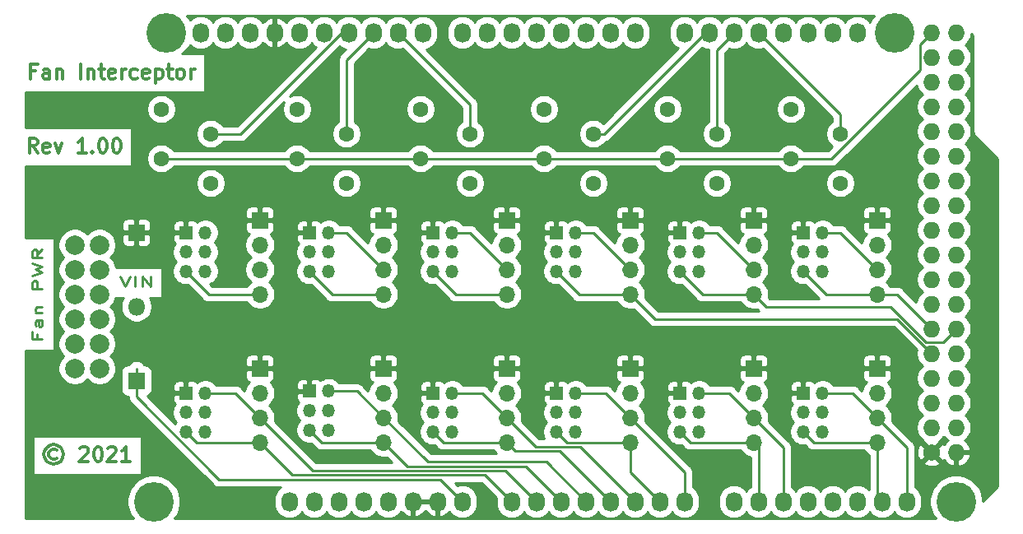
<source format=gtl>
G04 #@! TF.GenerationSoftware,KiCad,Pcbnew,5.99.0+really5.1.10+dfsg1-1*
G04 #@! TF.CreationDate,2021-11-08T11:55:23-06:00*
G04 #@! TF.ProjectId,dell-fan,64656c6c-2d66-4616-9e2e-6b696361645f,rev?*
G04 #@! TF.SameCoordinates,Original*
G04 #@! TF.FileFunction,Copper,L1,Top*
G04 #@! TF.FilePolarity,Positive*
%FSLAX46Y46*%
G04 Gerber Fmt 4.6, Leading zero omitted, Abs format (unit mm)*
G04 Created by KiCad (PCBNEW 5.99.0+really5.1.10+dfsg1-1) date 2021-11-08 11:55:23*
%MOMM*%
%LPD*%
G01*
G04 APERTURE LIST*
G04 #@! TA.AperFunction,NonConductor*
%ADD10C,0.300000*%
G04 #@! TD*
G04 #@! TA.AperFunction,NonConductor*
%ADD11C,0.250000*%
G04 #@! TD*
G04 #@! TA.AperFunction,ComponentPad*
%ADD12C,2.000000*%
G04 #@! TD*
G04 #@! TA.AperFunction,ComponentPad*
%ADD13C,1.600000*%
G04 #@! TD*
G04 #@! TA.AperFunction,ComponentPad*
%ADD14R,1.700000X1.700000*%
G04 #@! TD*
G04 #@! TA.AperFunction,ComponentPad*
%ADD15O,1.700000X1.700000*%
G04 #@! TD*
G04 #@! TA.AperFunction,ComponentPad*
%ADD16O,1.350000X1.350000*%
G04 #@! TD*
G04 #@! TA.AperFunction,ComponentPad*
%ADD17R,1.350000X1.350000*%
G04 #@! TD*
G04 #@! TA.AperFunction,ComponentPad*
%ADD18R,1.800000X1.800000*%
G04 #@! TD*
G04 #@! TA.AperFunction,ComponentPad*
%ADD19O,1.800000X1.800000*%
G04 #@! TD*
G04 #@! TA.AperFunction,ComponentPad*
%ADD20C,1.727200*%
G04 #@! TD*
G04 #@! TA.AperFunction,ComponentPad*
%ADD21O,1.727200X1.727200*%
G04 #@! TD*
G04 #@! TA.AperFunction,ComponentPad*
%ADD22O,1.727200X2.032000*%
G04 #@! TD*
G04 #@! TA.AperFunction,ComponentPad*
%ADD23C,4.064000*%
G04 #@! TD*
G04 #@! TA.AperFunction,Conductor*
%ADD24C,0.250000*%
G04 #@! TD*
G04 #@! TA.AperFunction,Conductor*
%ADD25C,0.254000*%
G04 #@! TD*
G04 #@! TA.AperFunction,Conductor*
%ADD26C,0.100000*%
G04 #@! TD*
G04 APERTURE END LIST*
D10*
X107347142Y-113835714D02*
X107204285Y-113764285D01*
X106918571Y-113764285D01*
X106775714Y-113835714D01*
X106632857Y-113978571D01*
X106561428Y-114121428D01*
X106561428Y-114407142D01*
X106632857Y-114550000D01*
X106775714Y-114692857D01*
X106918571Y-114764285D01*
X107204285Y-114764285D01*
X107347142Y-114692857D01*
X107061428Y-113264285D02*
X106704285Y-113335714D01*
X106347142Y-113550000D01*
X106132857Y-113907142D01*
X106061428Y-114264285D01*
X106132857Y-114621428D01*
X106347142Y-114978571D01*
X106704285Y-115192857D01*
X107061428Y-115264285D01*
X107418571Y-115192857D01*
X107775714Y-114978571D01*
X107990000Y-114621428D01*
X108061428Y-114264285D01*
X107990000Y-113907142D01*
X107775714Y-113550000D01*
X107418571Y-113335714D01*
X107061428Y-113264285D01*
X109775714Y-113621428D02*
X109847142Y-113550000D01*
X109990000Y-113478571D01*
X110347142Y-113478571D01*
X110490000Y-113550000D01*
X110561428Y-113621428D01*
X110632857Y-113764285D01*
X110632857Y-113907142D01*
X110561428Y-114121428D01*
X109704285Y-114978571D01*
X110632857Y-114978571D01*
X111561428Y-113478571D02*
X111704285Y-113478571D01*
X111847142Y-113550000D01*
X111918571Y-113621428D01*
X111990000Y-113764285D01*
X112061428Y-114050000D01*
X112061428Y-114407142D01*
X111990000Y-114692857D01*
X111918571Y-114835714D01*
X111847142Y-114907142D01*
X111704285Y-114978571D01*
X111561428Y-114978571D01*
X111418571Y-114907142D01*
X111347142Y-114835714D01*
X111275714Y-114692857D01*
X111204285Y-114407142D01*
X111204285Y-114050000D01*
X111275714Y-113764285D01*
X111347142Y-113621428D01*
X111418571Y-113550000D01*
X111561428Y-113478571D01*
X112632857Y-113621428D02*
X112704285Y-113550000D01*
X112847142Y-113478571D01*
X113204285Y-113478571D01*
X113347142Y-113550000D01*
X113418571Y-113621428D01*
X113490000Y-113764285D01*
X113490000Y-113907142D01*
X113418571Y-114121428D01*
X112561428Y-114978571D01*
X113490000Y-114978571D01*
X114918571Y-114978571D02*
X114061428Y-114978571D01*
X114490000Y-114978571D02*
X114490000Y-113478571D01*
X114347142Y-113692857D01*
X114204285Y-113835714D01*
X114061428Y-113907142D01*
X105398571Y-83228571D02*
X104898571Y-82514285D01*
X104541428Y-83228571D02*
X104541428Y-81728571D01*
X105112857Y-81728571D01*
X105255714Y-81800000D01*
X105327142Y-81871428D01*
X105398571Y-82014285D01*
X105398571Y-82228571D01*
X105327142Y-82371428D01*
X105255714Y-82442857D01*
X105112857Y-82514285D01*
X104541428Y-82514285D01*
X106612857Y-83157142D02*
X106470000Y-83228571D01*
X106184285Y-83228571D01*
X106041428Y-83157142D01*
X105970000Y-83014285D01*
X105970000Y-82442857D01*
X106041428Y-82300000D01*
X106184285Y-82228571D01*
X106470000Y-82228571D01*
X106612857Y-82300000D01*
X106684285Y-82442857D01*
X106684285Y-82585714D01*
X105970000Y-82728571D01*
X107184285Y-82228571D02*
X107541428Y-83228571D01*
X107898571Y-82228571D01*
X110398571Y-83228571D02*
X109541428Y-83228571D01*
X109970000Y-83228571D02*
X109970000Y-81728571D01*
X109827142Y-81942857D01*
X109684285Y-82085714D01*
X109541428Y-82157142D01*
X111041428Y-83085714D02*
X111112857Y-83157142D01*
X111041428Y-83228571D01*
X110970000Y-83157142D01*
X111041428Y-83085714D01*
X111041428Y-83228571D01*
X112041428Y-81728571D02*
X112184285Y-81728571D01*
X112327142Y-81800000D01*
X112398571Y-81871428D01*
X112470000Y-82014285D01*
X112541428Y-82300000D01*
X112541428Y-82657142D01*
X112470000Y-82942857D01*
X112398571Y-83085714D01*
X112327142Y-83157142D01*
X112184285Y-83228571D01*
X112041428Y-83228571D01*
X111898571Y-83157142D01*
X111827142Y-83085714D01*
X111755714Y-82942857D01*
X111684285Y-82657142D01*
X111684285Y-82300000D01*
X111755714Y-82014285D01*
X111827142Y-81871428D01*
X111898571Y-81800000D01*
X112041428Y-81728571D01*
X113470000Y-81728571D02*
X113612857Y-81728571D01*
X113755714Y-81800000D01*
X113827142Y-81871428D01*
X113898571Y-82014285D01*
X113970000Y-82300000D01*
X113970000Y-82657142D01*
X113898571Y-82942857D01*
X113827142Y-83085714D01*
X113755714Y-83157142D01*
X113612857Y-83228571D01*
X113470000Y-83228571D01*
X113327142Y-83157142D01*
X113255714Y-83085714D01*
X113184285Y-82942857D01*
X113112857Y-82657142D01*
X113112857Y-82300000D01*
X113184285Y-82014285D01*
X113255714Y-81871428D01*
X113327142Y-81800000D01*
X113470000Y-81728571D01*
X105208571Y-74822857D02*
X104708571Y-74822857D01*
X104708571Y-75608571D02*
X104708571Y-74108571D01*
X105422857Y-74108571D01*
X106637142Y-75608571D02*
X106637142Y-74822857D01*
X106565714Y-74680000D01*
X106422857Y-74608571D01*
X106137142Y-74608571D01*
X105994285Y-74680000D01*
X106637142Y-75537142D02*
X106494285Y-75608571D01*
X106137142Y-75608571D01*
X105994285Y-75537142D01*
X105922857Y-75394285D01*
X105922857Y-75251428D01*
X105994285Y-75108571D01*
X106137142Y-75037142D01*
X106494285Y-75037142D01*
X106637142Y-74965714D01*
X107351428Y-74608571D02*
X107351428Y-75608571D01*
X107351428Y-74751428D02*
X107422857Y-74680000D01*
X107565714Y-74608571D01*
X107780000Y-74608571D01*
X107922857Y-74680000D01*
X107994285Y-74822857D01*
X107994285Y-75608571D01*
X109851428Y-75608571D02*
X109851428Y-74108571D01*
X110565714Y-74608571D02*
X110565714Y-75608571D01*
X110565714Y-74751428D02*
X110637142Y-74680000D01*
X110780000Y-74608571D01*
X110994285Y-74608571D01*
X111137142Y-74680000D01*
X111208571Y-74822857D01*
X111208571Y-75608571D01*
X111708571Y-74608571D02*
X112280000Y-74608571D01*
X111922857Y-74108571D02*
X111922857Y-75394285D01*
X111994285Y-75537142D01*
X112137142Y-75608571D01*
X112280000Y-75608571D01*
X113351428Y-75537142D02*
X113208571Y-75608571D01*
X112922857Y-75608571D01*
X112780000Y-75537142D01*
X112708571Y-75394285D01*
X112708571Y-74822857D01*
X112780000Y-74680000D01*
X112922857Y-74608571D01*
X113208571Y-74608571D01*
X113351428Y-74680000D01*
X113422857Y-74822857D01*
X113422857Y-74965714D01*
X112708571Y-75108571D01*
X114065714Y-75608571D02*
X114065714Y-74608571D01*
X114065714Y-74894285D02*
X114137142Y-74751428D01*
X114208571Y-74680000D01*
X114351428Y-74608571D01*
X114494285Y-74608571D01*
X115637142Y-75537142D02*
X115494285Y-75608571D01*
X115208571Y-75608571D01*
X115065714Y-75537142D01*
X114994285Y-75465714D01*
X114922857Y-75322857D01*
X114922857Y-74894285D01*
X114994285Y-74751428D01*
X115065714Y-74680000D01*
X115208571Y-74608571D01*
X115494285Y-74608571D01*
X115637142Y-74680000D01*
X116851428Y-75537142D02*
X116708571Y-75608571D01*
X116422857Y-75608571D01*
X116280000Y-75537142D01*
X116208571Y-75394285D01*
X116208571Y-74822857D01*
X116280000Y-74680000D01*
X116422857Y-74608571D01*
X116708571Y-74608571D01*
X116851428Y-74680000D01*
X116922857Y-74822857D01*
X116922857Y-74965714D01*
X116208571Y-75108571D01*
X117565714Y-74608571D02*
X117565714Y-76108571D01*
X117565714Y-74680000D02*
X117708571Y-74608571D01*
X117994285Y-74608571D01*
X118137142Y-74680000D01*
X118208571Y-74751428D01*
X118280000Y-74894285D01*
X118280000Y-75322857D01*
X118208571Y-75465714D01*
X118137142Y-75537142D01*
X117994285Y-75608571D01*
X117708571Y-75608571D01*
X117565714Y-75537142D01*
X118708571Y-74608571D02*
X119280000Y-74608571D01*
X118922857Y-74108571D02*
X118922857Y-75394285D01*
X118994285Y-75537142D01*
X119137142Y-75608571D01*
X119280000Y-75608571D01*
X119994285Y-75608571D02*
X119851428Y-75537142D01*
X119780000Y-75465714D01*
X119708571Y-75322857D01*
X119708571Y-74894285D01*
X119780000Y-74751428D01*
X119851428Y-74680000D01*
X119994285Y-74608571D01*
X120208571Y-74608571D01*
X120351428Y-74680000D01*
X120422857Y-74751428D01*
X120494285Y-74894285D01*
X120494285Y-75322857D01*
X120422857Y-75465714D01*
X120351428Y-75537142D01*
X120208571Y-75608571D01*
X119994285Y-75608571D01*
X121137142Y-75608571D02*
X121137142Y-74608571D01*
X121137142Y-74894285D02*
X121208571Y-74751428D01*
X121280000Y-74680000D01*
X121422857Y-74608571D01*
X121565714Y-74608571D01*
D11*
X113927142Y-95972380D02*
X114427142Y-96972380D01*
X114927142Y-95972380D01*
X115427142Y-96972380D02*
X115427142Y-95972380D01*
X116141428Y-96972380D02*
X116141428Y-95972380D01*
X116998571Y-96972380D01*
X116998571Y-95972380D01*
X105338571Y-101861428D02*
X105338571Y-102361428D01*
X105862380Y-102361428D02*
X104862380Y-102361428D01*
X104862380Y-101647142D01*
X105862380Y-100432857D02*
X105338571Y-100432857D01*
X105243333Y-100504285D01*
X105195714Y-100647142D01*
X105195714Y-100932857D01*
X105243333Y-101075714D01*
X105814761Y-100432857D02*
X105862380Y-100575714D01*
X105862380Y-100932857D01*
X105814761Y-101075714D01*
X105719523Y-101147142D01*
X105624285Y-101147142D01*
X105529047Y-101075714D01*
X105481428Y-100932857D01*
X105481428Y-100575714D01*
X105433809Y-100432857D01*
X105195714Y-99718571D02*
X105862380Y-99718571D01*
X105290952Y-99718571D02*
X105243333Y-99647142D01*
X105195714Y-99504285D01*
X105195714Y-99290000D01*
X105243333Y-99147142D01*
X105338571Y-99075714D01*
X105862380Y-99075714D01*
X105862380Y-97218571D02*
X104862380Y-97218571D01*
X104862380Y-96647142D01*
X104910000Y-96504285D01*
X104957619Y-96432857D01*
X105052857Y-96361428D01*
X105195714Y-96361428D01*
X105290952Y-96432857D01*
X105338571Y-96504285D01*
X105386190Y-96647142D01*
X105386190Y-97218571D01*
X104862380Y-95861428D02*
X105862380Y-95504285D01*
X105148095Y-95218571D01*
X105862380Y-94932857D01*
X104862380Y-94575714D01*
X105862380Y-93147142D02*
X105386190Y-93647142D01*
X105862380Y-94004285D02*
X104862380Y-94004285D01*
X104862380Y-93432857D01*
X104910000Y-93290000D01*
X104957619Y-93218571D01*
X105052857Y-93147142D01*
X105195714Y-93147142D01*
X105290952Y-93218571D01*
X105338571Y-93290000D01*
X105386190Y-93432857D01*
X105386190Y-94004285D01*
D12*
X111760000Y-92710000D03*
X111760000Y-95250000D03*
X111760000Y-97790000D03*
X111760000Y-100330000D03*
X111760000Y-102870000D03*
X111760000Y-105410000D03*
X109220000Y-105410000D03*
X109220000Y-102870000D03*
X109220000Y-100330000D03*
X109220000Y-97790000D03*
X109220000Y-95250000D03*
X109220000Y-92710000D03*
D13*
X175260000Y-81280000D03*
X175260000Y-86360000D03*
D14*
X115570000Y-91440000D03*
D15*
X191770000Y-97790000D03*
X191770000Y-95250000D03*
X191770000Y-92710000D03*
D14*
X191770000Y-90170000D03*
D15*
X179070000Y-97790000D03*
X179070000Y-95250000D03*
X179070000Y-92710000D03*
D14*
X179070000Y-90170000D03*
D15*
X166370000Y-97790000D03*
X166370000Y-95250000D03*
X166370000Y-92710000D03*
D14*
X166370000Y-90170000D03*
D15*
X153670000Y-97790000D03*
X153670000Y-95250000D03*
X153670000Y-92710000D03*
D14*
X153670000Y-90170000D03*
D15*
X140970000Y-97790000D03*
X140970000Y-95250000D03*
X140970000Y-92710000D03*
D14*
X140970000Y-90170000D03*
D15*
X128270000Y-97790000D03*
X128270000Y-95250000D03*
X128270000Y-92710000D03*
D14*
X128270000Y-90170000D03*
D16*
X186150000Y-111950000D03*
X184150000Y-111950000D03*
X186150000Y-109950000D03*
X184150000Y-109950000D03*
X186150000Y-107950000D03*
D17*
X184150000Y-107950000D03*
D16*
X173450000Y-111950000D03*
X171450000Y-111950000D03*
X173450000Y-109950000D03*
X171450000Y-109950000D03*
X173450000Y-107950000D03*
D17*
X171450000Y-107950000D03*
D16*
X160750000Y-111950000D03*
X158750000Y-111950000D03*
X160750000Y-109950000D03*
X158750000Y-109950000D03*
X160750000Y-107950000D03*
D17*
X158750000Y-107950000D03*
D16*
X148050000Y-111950000D03*
X146050000Y-111950000D03*
X148050000Y-109950000D03*
X146050000Y-109950000D03*
X148050000Y-107950000D03*
D17*
X146050000Y-107950000D03*
D15*
X191770000Y-113030000D03*
X191770000Y-110490000D03*
X191770000Y-107950000D03*
D14*
X191770000Y-105410000D03*
D15*
X179070000Y-113030000D03*
X179070000Y-110490000D03*
X179070000Y-107950000D03*
D14*
X179070000Y-105410000D03*
D15*
X166370000Y-113030000D03*
X166370000Y-110490000D03*
X166370000Y-107950000D03*
D14*
X166370000Y-105410000D03*
D15*
X153670000Y-113030000D03*
X153670000Y-110490000D03*
X153670000Y-107950000D03*
D14*
X153670000Y-105410000D03*
D15*
X140970000Y-113030000D03*
X140970000Y-110490000D03*
X140970000Y-107950000D03*
D14*
X140970000Y-105410000D03*
D13*
X182880000Y-83820000D03*
X182880000Y-78740000D03*
X187960000Y-81280000D03*
X187960000Y-86360000D03*
X170180000Y-83820000D03*
X170180000Y-78740000D03*
X162560000Y-81280000D03*
X162560000Y-86360000D03*
X157480000Y-83820000D03*
X157480000Y-78740000D03*
X149860000Y-81280000D03*
X149860000Y-86360000D03*
X144780000Y-83820000D03*
X144780000Y-78740000D03*
X137160000Y-81280000D03*
X137160000Y-86360000D03*
X132080000Y-83820000D03*
X132080000Y-78740000D03*
D16*
X135350000Y-111760000D03*
X133350000Y-111760000D03*
X135350000Y-109760000D03*
X133350000Y-109760000D03*
X135350000Y-107760000D03*
D17*
X133350000Y-107760000D03*
D15*
X128270000Y-113030000D03*
X128270000Y-110490000D03*
X128270000Y-107950000D03*
D14*
X128270000Y-105410000D03*
D16*
X186150000Y-95440000D03*
X184150000Y-95440000D03*
X186150000Y-93440000D03*
X184150000Y-93440000D03*
X186150000Y-91440000D03*
D17*
X184150000Y-91440000D03*
D16*
X173450000Y-95440000D03*
X171450000Y-95440000D03*
X173450000Y-93440000D03*
X171450000Y-93440000D03*
X173450000Y-91440000D03*
D17*
X171450000Y-91440000D03*
D16*
X160750000Y-95440000D03*
X158750000Y-95440000D03*
X160750000Y-93440000D03*
X158750000Y-93440000D03*
X160750000Y-91440000D03*
D17*
X158750000Y-91440000D03*
D16*
X148050000Y-95440000D03*
X146050000Y-95440000D03*
X148050000Y-93440000D03*
X146050000Y-93440000D03*
X148050000Y-91440000D03*
D17*
X146050000Y-91440000D03*
D16*
X135350000Y-95440000D03*
X133350000Y-95440000D03*
X135350000Y-93440000D03*
X133350000Y-93440000D03*
X135350000Y-91440000D03*
D17*
X133350000Y-91440000D03*
D18*
X115570000Y-106680000D03*
D19*
X115570000Y-99060000D03*
D13*
X123190000Y-81280000D03*
X123190000Y-86360000D03*
D16*
X122650000Y-111950000D03*
X120650000Y-111950000D03*
X122650000Y-109950000D03*
X120650000Y-109950000D03*
X122650000Y-107950000D03*
D17*
X120650000Y-107950000D03*
D16*
X122650000Y-95440000D03*
X120650000Y-95440000D03*
X122650000Y-93440000D03*
X120650000Y-93440000D03*
X122650000Y-91440000D03*
D17*
X120650000Y-91440000D03*
D13*
X118110000Y-83820000D03*
X118110000Y-78740000D03*
D20*
X197358000Y-114046000D03*
D21*
X199898000Y-114046000D03*
X197358000Y-111506000D03*
X199898000Y-111506000D03*
X197358000Y-108966000D03*
X199898000Y-108966000D03*
X197358000Y-106426000D03*
X199898000Y-106426000D03*
X197358000Y-103886000D03*
X199898000Y-103886000D03*
X197358000Y-101346000D03*
X199898000Y-101346000D03*
X197358000Y-98806000D03*
X199898000Y-98806000D03*
X197358000Y-96266000D03*
X199898000Y-96266000D03*
X197358000Y-93726000D03*
X199898000Y-93726000D03*
X197358000Y-91186000D03*
X199898000Y-91186000D03*
X197358000Y-88646000D03*
X199898000Y-88646000D03*
X197358000Y-86106000D03*
X199898000Y-86106000D03*
X197358000Y-83566000D03*
X199898000Y-83566000D03*
X197358000Y-81026000D03*
X199898000Y-81026000D03*
X197358000Y-78486000D03*
X199898000Y-78486000D03*
X197358000Y-75946000D03*
X199898000Y-75946000D03*
X197358000Y-73406000D03*
X199898000Y-73406000D03*
X197358000Y-70866000D03*
X199898000Y-70866000D03*
D22*
X131318000Y-119126000D03*
X133858000Y-119126000D03*
X136398000Y-119126000D03*
X138938000Y-119126000D03*
X141478000Y-119126000D03*
X144018000Y-119126000D03*
X146558000Y-119126000D03*
X149098000Y-119126000D03*
X154178000Y-119126000D03*
X156718000Y-119126000D03*
X159258000Y-119126000D03*
X161798000Y-119126000D03*
X164338000Y-119126000D03*
X166878000Y-119126000D03*
X169418000Y-119126000D03*
X171958000Y-119126000D03*
X177038000Y-119126000D03*
X179578000Y-119126000D03*
X182118000Y-119126000D03*
X184658000Y-119126000D03*
X187198000Y-119126000D03*
X189738000Y-119126000D03*
X192278000Y-119126000D03*
X194818000Y-119126000D03*
X122174000Y-70866000D03*
X124714000Y-70866000D03*
X127254000Y-70866000D03*
X129794000Y-70866000D03*
X132334000Y-70866000D03*
X134874000Y-70866000D03*
X137414000Y-70866000D03*
X139954000Y-70866000D03*
X142494000Y-70866000D03*
X145034000Y-70866000D03*
X149098000Y-70866000D03*
X151638000Y-70866000D03*
X154178000Y-70866000D03*
X156718000Y-70866000D03*
X159258000Y-70866000D03*
X161798000Y-70866000D03*
X164338000Y-70866000D03*
X166878000Y-70866000D03*
X171958000Y-70866000D03*
X174498000Y-70866000D03*
X177038000Y-70866000D03*
X179578000Y-70866000D03*
X182118000Y-70866000D03*
X184658000Y-70866000D03*
X187198000Y-70866000D03*
X189738000Y-70866000D03*
D23*
X117348000Y-119126000D03*
X199898000Y-119126000D03*
X118618000Y-70866000D03*
X193548000Y-70866000D03*
D24*
X187085002Y-83820000D02*
X118110000Y-83820000D01*
X196169399Y-74735603D02*
X187085002Y-83820000D01*
X196169399Y-72054601D02*
X196169399Y-74735603D01*
X197358000Y-70866000D02*
X196169399Y-72054601D01*
X146812000Y-116840000D02*
X149098000Y-119126000D01*
X124059998Y-116840000D02*
X146812000Y-116840000D01*
X115570000Y-108350002D02*
X124059998Y-116840000D01*
X115570000Y-105410000D02*
X115570000Y-108350002D01*
X122650000Y-111950000D02*
X122934999Y-111665001D01*
X123000000Y-97790000D02*
X128270000Y-97790000D01*
X120650000Y-95440000D02*
X123000000Y-97790000D01*
X136707348Y-70866000D02*
X137414000Y-70866000D01*
X126293348Y-81280000D02*
X136707348Y-70866000D01*
X123190000Y-81280000D02*
X126293348Y-81280000D01*
X135700000Y-97790000D02*
X140970000Y-97790000D01*
X133350000Y-95440000D02*
X135700000Y-97790000D01*
X148050000Y-111950000D02*
X148334999Y-111665001D01*
X148400000Y-97790000D02*
X153670000Y-97790000D01*
X146050000Y-95440000D02*
X148400000Y-97790000D01*
X161100000Y-97790000D02*
X166370000Y-97790000D01*
X158750000Y-95440000D02*
X161100000Y-97790000D01*
X168910000Y-100330000D02*
X166370000Y-97790000D01*
X193802000Y-100330000D02*
X168910000Y-100330000D01*
X197358000Y-103886000D02*
X193802000Y-100330000D01*
X121730000Y-113030000D02*
X128270000Y-113030000D01*
X120650000Y-111950000D02*
X121730000Y-113030000D01*
X131629990Y-116389990D02*
X128270000Y-113030000D01*
X151441990Y-116389990D02*
X131629990Y-116389990D01*
X154178000Y-119126000D02*
X151441990Y-116389990D01*
X125730000Y-107950000D02*
X128270000Y-110490000D01*
X122650000Y-107950000D02*
X125730000Y-107950000D01*
X153531981Y-115939981D02*
X156718000Y-119126000D01*
X133719981Y-115939981D02*
X153531981Y-115939981D01*
X128270000Y-110490000D02*
X133719981Y-115939981D01*
X137160000Y-73660000D02*
X139954000Y-70866000D01*
X137160000Y-81280000D02*
X137160000Y-73660000D01*
X174105370Y-70866000D02*
X174498000Y-70866000D01*
X163691370Y-81280000D02*
X174105370Y-70866000D01*
X162560000Y-81280000D02*
X163691370Y-81280000D01*
X173450000Y-111950000D02*
X173734999Y-111665001D01*
X173800000Y-97790000D02*
X179070000Y-97790000D01*
X171450000Y-95440000D02*
X173800000Y-97790000D01*
X180340000Y-99060000D02*
X179070000Y-97790000D01*
X193168410Y-99060000D02*
X180340000Y-99060000D01*
X196805809Y-102697399D02*
X193168410Y-99060000D01*
X198546601Y-102697399D02*
X196805809Y-102697399D01*
X199898000Y-101346000D02*
X198546601Y-102697399D01*
X186500000Y-97790000D02*
X184150000Y-95440000D01*
X191770000Y-97790000D02*
X186500000Y-97790000D01*
X193802000Y-97790000D02*
X197358000Y-101346000D01*
X191770000Y-97790000D02*
X193802000Y-97790000D01*
X187960000Y-79248000D02*
X179578000Y-70866000D01*
X187960000Y-81280000D02*
X187960000Y-79248000D01*
X172530000Y-113030000D02*
X179070000Y-113030000D01*
X171450000Y-111950000D02*
X172530000Y-113030000D01*
X179578000Y-113538000D02*
X179070000Y-113030000D01*
X179578000Y-119126000D02*
X179578000Y-113538000D01*
X185230000Y-113030000D02*
X191770000Y-113030000D01*
X184150000Y-111950000D02*
X185230000Y-113030000D01*
X191770000Y-118618000D02*
X192278000Y-119126000D01*
X191770000Y-113030000D02*
X191770000Y-118618000D01*
X146050000Y-111950000D02*
X147130000Y-113030000D01*
X147130000Y-113030000D02*
X153670000Y-113030000D01*
X159142020Y-113930020D02*
X164338000Y-119126000D01*
X154570020Y-113930020D02*
X159142020Y-113930020D01*
X153670000Y-113030000D02*
X154570020Y-113930020D01*
X159830000Y-113030000D02*
X166370000Y-113030000D01*
X158750000Y-111950000D02*
X159830000Y-113030000D01*
X166370000Y-116078000D02*
X169418000Y-119126000D01*
X166370000Y-113030000D02*
X166370000Y-116078000D01*
X134620000Y-113030000D02*
X140970000Y-113030000D01*
X133350000Y-111760000D02*
X134620000Y-113030000D01*
X155621972Y-115489972D02*
X159258000Y-119126000D01*
X143429972Y-115489972D02*
X155621972Y-115489972D01*
X140970000Y-113030000D02*
X143429972Y-115489972D01*
X138240000Y-107760000D02*
X140970000Y-110490000D01*
X135350000Y-107760000D02*
X138240000Y-107760000D01*
X157711963Y-115039963D02*
X161798000Y-119126000D01*
X145519963Y-115039963D02*
X157711963Y-115039963D01*
X140970000Y-110490000D02*
X145519963Y-115039963D01*
X151130000Y-107950000D02*
X153670000Y-110490000D01*
X148050000Y-107950000D02*
X151130000Y-107950000D01*
X161232010Y-113480010D02*
X166878000Y-119126000D01*
X156660010Y-113480010D02*
X161232010Y-113480010D01*
X153670000Y-110490000D02*
X156660010Y-113480010D01*
X163830000Y-107950000D02*
X166370000Y-110490000D01*
X160750000Y-107950000D02*
X163830000Y-107950000D01*
X171958000Y-116078000D02*
X171958000Y-119126000D01*
X166370000Y-110490000D02*
X171958000Y-116078000D01*
X176530000Y-107950000D02*
X179070000Y-110490000D01*
X173450000Y-107950000D02*
X176530000Y-107950000D01*
X182118000Y-113538000D02*
X182118000Y-119126000D01*
X179070000Y-110490000D02*
X182118000Y-113538000D01*
X189230000Y-107950000D02*
X191770000Y-110490000D01*
X186150000Y-107950000D02*
X189230000Y-107950000D01*
X194818000Y-113538000D02*
X194818000Y-119126000D01*
X191770000Y-110490000D02*
X194818000Y-113538000D01*
X149860000Y-78232000D02*
X142494000Y-70866000D01*
X149860000Y-81280000D02*
X149860000Y-78232000D01*
X175260000Y-72644000D02*
X177038000Y-70866000D01*
X175260000Y-81280000D02*
X175260000Y-72644000D01*
X137160000Y-91440000D02*
X140970000Y-95250000D01*
X135350000Y-91440000D02*
X137160000Y-91440000D01*
X149860000Y-91440000D02*
X153670000Y-95250000D01*
X148050000Y-91440000D02*
X149860000Y-91440000D01*
X162560000Y-91440000D02*
X166370000Y-95250000D01*
X160750000Y-91440000D02*
X162560000Y-91440000D01*
X175260000Y-91440000D02*
X179070000Y-95250000D01*
X173450000Y-91440000D02*
X175260000Y-91440000D01*
X187960000Y-91440000D02*
X191770000Y-95250000D01*
X186150000Y-91440000D02*
X187960000Y-91440000D01*
D25*
X191111868Y-69563860D02*
X191020397Y-69784692D01*
X190861060Y-69590540D01*
X190620382Y-69393021D01*
X190345795Y-69246251D01*
X190047851Y-69155871D01*
X189738000Y-69125353D01*
X189428148Y-69155871D01*
X189130204Y-69246251D01*
X188855617Y-69393021D01*
X188614940Y-69590540D01*
X188468000Y-69769587D01*
X188321060Y-69590540D01*
X188080382Y-69393021D01*
X187805795Y-69246251D01*
X187507851Y-69155871D01*
X187198000Y-69125353D01*
X186888148Y-69155871D01*
X186590204Y-69246251D01*
X186315617Y-69393021D01*
X186074940Y-69590540D01*
X185928000Y-69769587D01*
X185781060Y-69590540D01*
X185540382Y-69393021D01*
X185265795Y-69246251D01*
X184967851Y-69155871D01*
X184658000Y-69125353D01*
X184348148Y-69155871D01*
X184050204Y-69246251D01*
X183775617Y-69393021D01*
X183534940Y-69590540D01*
X183388000Y-69769587D01*
X183241060Y-69590540D01*
X183000382Y-69393021D01*
X182725795Y-69246251D01*
X182427851Y-69155871D01*
X182118000Y-69125353D01*
X181808148Y-69155871D01*
X181510204Y-69246251D01*
X181235617Y-69393021D01*
X180994940Y-69590540D01*
X180848000Y-69769587D01*
X180701060Y-69590540D01*
X180460382Y-69393021D01*
X180185795Y-69246251D01*
X179887851Y-69155871D01*
X179578000Y-69125353D01*
X179268148Y-69155871D01*
X178970204Y-69246251D01*
X178695617Y-69393021D01*
X178454940Y-69590540D01*
X178308000Y-69769587D01*
X178161060Y-69590540D01*
X177920382Y-69393021D01*
X177645795Y-69246251D01*
X177347851Y-69155871D01*
X177038000Y-69125353D01*
X176728148Y-69155871D01*
X176430204Y-69246251D01*
X176155617Y-69393021D01*
X175914940Y-69590540D01*
X175768000Y-69769587D01*
X175621060Y-69590540D01*
X175380382Y-69393021D01*
X175105795Y-69246251D01*
X174807851Y-69155871D01*
X174498000Y-69125353D01*
X174188148Y-69155871D01*
X173890204Y-69246251D01*
X173615617Y-69393021D01*
X173374940Y-69590540D01*
X173228000Y-69769587D01*
X173081060Y-69590540D01*
X172840382Y-69393021D01*
X172565795Y-69246251D01*
X172267851Y-69155871D01*
X171958000Y-69125353D01*
X171648148Y-69155871D01*
X171350204Y-69246251D01*
X171075617Y-69393021D01*
X170834940Y-69590540D01*
X170637421Y-69831218D01*
X170490651Y-70105805D01*
X170400271Y-70403749D01*
X170377400Y-70635960D01*
X170377400Y-71096041D01*
X170400271Y-71328252D01*
X170490651Y-71626196D01*
X170637421Y-71900783D01*
X170834940Y-72141460D01*
X171075618Y-72338979D01*
X171314134Y-72466468D01*
X163602982Y-80177620D01*
X163527031Y-80101669D01*
X163278569Y-79935652D01*
X163002493Y-79821298D01*
X162709411Y-79763000D01*
X162410589Y-79763000D01*
X162117507Y-79821298D01*
X161841431Y-79935652D01*
X161592969Y-80101669D01*
X161381669Y-80312969D01*
X161215652Y-80561431D01*
X161101298Y-80837507D01*
X161043000Y-81130589D01*
X161043000Y-81429411D01*
X161101298Y-81722493D01*
X161215652Y-81998569D01*
X161381669Y-82247031D01*
X161592969Y-82458331D01*
X161841431Y-82624348D01*
X162117507Y-82738702D01*
X162410589Y-82797000D01*
X162709411Y-82797000D01*
X163002493Y-82738702D01*
X163278569Y-82624348D01*
X163527031Y-82458331D01*
X163738331Y-82247031D01*
X163828154Y-82112602D01*
X163856431Y-82109817D01*
X164015149Y-82061670D01*
X164161424Y-81983485D01*
X164289635Y-81878265D01*
X164316010Y-81846127D01*
X167571548Y-78590589D01*
X168663000Y-78590589D01*
X168663000Y-78889411D01*
X168721298Y-79182493D01*
X168835652Y-79458569D01*
X169001669Y-79707031D01*
X169212969Y-79918331D01*
X169461431Y-80084348D01*
X169737507Y-80198702D01*
X170030589Y-80257000D01*
X170329411Y-80257000D01*
X170622493Y-80198702D01*
X170898569Y-80084348D01*
X171147031Y-79918331D01*
X171358331Y-79707031D01*
X171524348Y-79458569D01*
X171638702Y-79182493D01*
X171697000Y-78889411D01*
X171697000Y-78590589D01*
X171638702Y-78297507D01*
X171524348Y-78021431D01*
X171358331Y-77772969D01*
X171147031Y-77561669D01*
X170898569Y-77395652D01*
X170622493Y-77281298D01*
X170329411Y-77223000D01*
X170030589Y-77223000D01*
X169737507Y-77281298D01*
X169461431Y-77395652D01*
X169212969Y-77561669D01*
X169001669Y-77772969D01*
X168835652Y-78021431D01*
X168721298Y-78297507D01*
X168663000Y-78590589D01*
X167571548Y-78590589D01*
X173750867Y-72411271D01*
X173890205Y-72485749D01*
X174188149Y-72576129D01*
X174418377Y-72598805D01*
X174413926Y-72644000D01*
X174418001Y-72685374D01*
X174418000Y-80018126D01*
X174292969Y-80101669D01*
X174081669Y-80312969D01*
X173915652Y-80561431D01*
X173801298Y-80837507D01*
X173743000Y-81130589D01*
X173743000Y-81429411D01*
X173801298Y-81722493D01*
X173915652Y-81998569D01*
X174081669Y-82247031D01*
X174292969Y-82458331D01*
X174541431Y-82624348D01*
X174817507Y-82738702D01*
X175110589Y-82797000D01*
X175409411Y-82797000D01*
X175702493Y-82738702D01*
X175978569Y-82624348D01*
X176227031Y-82458331D01*
X176438331Y-82247031D01*
X176604348Y-81998569D01*
X176718702Y-81722493D01*
X176777000Y-81429411D01*
X176777000Y-81130589D01*
X176718702Y-80837507D01*
X176604348Y-80561431D01*
X176438331Y-80312969D01*
X176227031Y-80101669D01*
X176102000Y-80018126D01*
X176102000Y-78590589D01*
X181363000Y-78590589D01*
X181363000Y-78889411D01*
X181421298Y-79182493D01*
X181535652Y-79458569D01*
X181701669Y-79707031D01*
X181912969Y-79918331D01*
X182161431Y-80084348D01*
X182437507Y-80198702D01*
X182730589Y-80257000D01*
X183029411Y-80257000D01*
X183322493Y-80198702D01*
X183598569Y-80084348D01*
X183847031Y-79918331D01*
X184058331Y-79707031D01*
X184224348Y-79458569D01*
X184338702Y-79182493D01*
X184397000Y-78889411D01*
X184397000Y-78590589D01*
X184338702Y-78297507D01*
X184224348Y-78021431D01*
X184058331Y-77772969D01*
X183847031Y-77561669D01*
X183598569Y-77395652D01*
X183322493Y-77281298D01*
X183029411Y-77223000D01*
X182730589Y-77223000D01*
X182437507Y-77281298D01*
X182161431Y-77395652D01*
X181912969Y-77561669D01*
X181701669Y-77772969D01*
X181535652Y-78021431D01*
X181421298Y-78297507D01*
X181363000Y-78590589D01*
X176102000Y-78590589D01*
X176102000Y-72992767D01*
X176567400Y-72527367D01*
X176728149Y-72576129D01*
X177038000Y-72606647D01*
X177347852Y-72576129D01*
X177645796Y-72485749D01*
X177920383Y-72338979D01*
X178161060Y-72141460D01*
X178308000Y-71962414D01*
X178454940Y-72141460D01*
X178695618Y-72338979D01*
X178970205Y-72485749D01*
X179268149Y-72576129D01*
X179578000Y-72606647D01*
X179887852Y-72576129D01*
X180048600Y-72527367D01*
X187118001Y-79596769D01*
X187118001Y-80018126D01*
X186992969Y-80101669D01*
X186781669Y-80312969D01*
X186615652Y-80561431D01*
X186501298Y-80837507D01*
X186443000Y-81130589D01*
X186443000Y-81429411D01*
X186501298Y-81722493D01*
X186615652Y-81998569D01*
X186781669Y-82247031D01*
X186992969Y-82458331D01*
X187150587Y-82563648D01*
X186736235Y-82978000D01*
X184141874Y-82978000D01*
X184058331Y-82852969D01*
X183847031Y-82641669D01*
X183598569Y-82475652D01*
X183322493Y-82361298D01*
X183029411Y-82303000D01*
X182730589Y-82303000D01*
X182437507Y-82361298D01*
X182161431Y-82475652D01*
X181912969Y-82641669D01*
X181701669Y-82852969D01*
X181618126Y-82978000D01*
X171441874Y-82978000D01*
X171358331Y-82852969D01*
X171147031Y-82641669D01*
X170898569Y-82475652D01*
X170622493Y-82361298D01*
X170329411Y-82303000D01*
X170030589Y-82303000D01*
X169737507Y-82361298D01*
X169461431Y-82475652D01*
X169212969Y-82641669D01*
X169001669Y-82852969D01*
X168918126Y-82978000D01*
X158741874Y-82978000D01*
X158658331Y-82852969D01*
X158447031Y-82641669D01*
X158198569Y-82475652D01*
X157922493Y-82361298D01*
X157629411Y-82303000D01*
X157330589Y-82303000D01*
X157037507Y-82361298D01*
X156761431Y-82475652D01*
X156512969Y-82641669D01*
X156301669Y-82852969D01*
X156218126Y-82978000D01*
X146041874Y-82978000D01*
X145958331Y-82852969D01*
X145747031Y-82641669D01*
X145498569Y-82475652D01*
X145222493Y-82361298D01*
X144929411Y-82303000D01*
X144630589Y-82303000D01*
X144337507Y-82361298D01*
X144061431Y-82475652D01*
X143812969Y-82641669D01*
X143601669Y-82852969D01*
X143518126Y-82978000D01*
X133341874Y-82978000D01*
X133258331Y-82852969D01*
X133047031Y-82641669D01*
X132798569Y-82475652D01*
X132522493Y-82361298D01*
X132229411Y-82303000D01*
X131930589Y-82303000D01*
X131637507Y-82361298D01*
X131361431Y-82475652D01*
X131112969Y-82641669D01*
X130901669Y-82852969D01*
X130818126Y-82978000D01*
X119371874Y-82978000D01*
X119288331Y-82852969D01*
X119077031Y-82641669D01*
X118828569Y-82475652D01*
X118552493Y-82361298D01*
X118259411Y-82303000D01*
X117960589Y-82303000D01*
X117667507Y-82361298D01*
X117391431Y-82475652D01*
X117142969Y-82641669D01*
X116931669Y-82852969D01*
X116765652Y-83101431D01*
X116651298Y-83377507D01*
X116593000Y-83670589D01*
X116593000Y-83969411D01*
X116651298Y-84262493D01*
X116765652Y-84538569D01*
X116931669Y-84787031D01*
X117142969Y-84998331D01*
X117391431Y-85164348D01*
X117667507Y-85278702D01*
X117960589Y-85337000D01*
X118259411Y-85337000D01*
X118552493Y-85278702D01*
X118828569Y-85164348D01*
X119077031Y-84998331D01*
X119288331Y-84787031D01*
X119371874Y-84662000D01*
X130818126Y-84662000D01*
X130901669Y-84787031D01*
X131112969Y-84998331D01*
X131361431Y-85164348D01*
X131637507Y-85278702D01*
X131930589Y-85337000D01*
X132229411Y-85337000D01*
X132522493Y-85278702D01*
X132798569Y-85164348D01*
X133047031Y-84998331D01*
X133258331Y-84787031D01*
X133341874Y-84662000D01*
X143518126Y-84662000D01*
X143601669Y-84787031D01*
X143812969Y-84998331D01*
X144061431Y-85164348D01*
X144337507Y-85278702D01*
X144630589Y-85337000D01*
X144929411Y-85337000D01*
X145222493Y-85278702D01*
X145498569Y-85164348D01*
X145747031Y-84998331D01*
X145958331Y-84787031D01*
X146041874Y-84662000D01*
X156218126Y-84662000D01*
X156301669Y-84787031D01*
X156512969Y-84998331D01*
X156761431Y-85164348D01*
X157037507Y-85278702D01*
X157330589Y-85337000D01*
X157629411Y-85337000D01*
X157922493Y-85278702D01*
X158198569Y-85164348D01*
X158447031Y-84998331D01*
X158658331Y-84787031D01*
X158741874Y-84662000D01*
X168918126Y-84662000D01*
X169001669Y-84787031D01*
X169212969Y-84998331D01*
X169461431Y-85164348D01*
X169737507Y-85278702D01*
X170030589Y-85337000D01*
X170329411Y-85337000D01*
X170622493Y-85278702D01*
X170898569Y-85164348D01*
X171147031Y-84998331D01*
X171358331Y-84787031D01*
X171441874Y-84662000D01*
X181618126Y-84662000D01*
X181701669Y-84787031D01*
X181912969Y-84998331D01*
X182161431Y-85164348D01*
X182437507Y-85278702D01*
X182730589Y-85337000D01*
X183029411Y-85337000D01*
X183322493Y-85278702D01*
X183598569Y-85164348D01*
X183847031Y-84998331D01*
X184058331Y-84787031D01*
X184141874Y-84662000D01*
X187043638Y-84662000D01*
X187085002Y-84666074D01*
X187126366Y-84662000D01*
X187250063Y-84649817D01*
X187408781Y-84601670D01*
X187555056Y-84523485D01*
X187683267Y-84418265D01*
X187709642Y-84386127D01*
X195813352Y-76282418D01*
X195838141Y-76407044D01*
X195957290Y-76694695D01*
X196130268Y-76953574D01*
X196350426Y-77173732D01*
X196413684Y-77216000D01*
X196350426Y-77258268D01*
X196130268Y-77478426D01*
X195957290Y-77737305D01*
X195838141Y-78024956D01*
X195777400Y-78330324D01*
X195777400Y-78641676D01*
X195838141Y-78947044D01*
X195957290Y-79234695D01*
X196130268Y-79493574D01*
X196350426Y-79713732D01*
X196413684Y-79756000D01*
X196350426Y-79798268D01*
X196130268Y-80018426D01*
X195957290Y-80277305D01*
X195838141Y-80564956D01*
X195777400Y-80870324D01*
X195777400Y-81181676D01*
X195838141Y-81487044D01*
X195957290Y-81774695D01*
X196130268Y-82033574D01*
X196350426Y-82253732D01*
X196413684Y-82296000D01*
X196350426Y-82338268D01*
X196130268Y-82558426D01*
X195957290Y-82817305D01*
X195838141Y-83104956D01*
X195777400Y-83410324D01*
X195777400Y-83721676D01*
X195838141Y-84027044D01*
X195957290Y-84314695D01*
X196130268Y-84573574D01*
X196350426Y-84793732D01*
X196413684Y-84836000D01*
X196350426Y-84878268D01*
X196130268Y-85098426D01*
X195957290Y-85357305D01*
X195838141Y-85644956D01*
X195777400Y-85950324D01*
X195777400Y-86261676D01*
X195838141Y-86567044D01*
X195957290Y-86854695D01*
X196130268Y-87113574D01*
X196350426Y-87333732D01*
X196413684Y-87376000D01*
X196350426Y-87418268D01*
X196130268Y-87638426D01*
X195957290Y-87897305D01*
X195838141Y-88184956D01*
X195777400Y-88490324D01*
X195777400Y-88801676D01*
X195838141Y-89107044D01*
X195957290Y-89394695D01*
X196130268Y-89653574D01*
X196350426Y-89873732D01*
X196413684Y-89916000D01*
X196350426Y-89958268D01*
X196130268Y-90178426D01*
X195957290Y-90437305D01*
X195838141Y-90724956D01*
X195777400Y-91030324D01*
X195777400Y-91341676D01*
X195838141Y-91647044D01*
X195957290Y-91934695D01*
X196130268Y-92193574D01*
X196350426Y-92413732D01*
X196413684Y-92456000D01*
X196350426Y-92498268D01*
X196130268Y-92718426D01*
X195957290Y-92977305D01*
X195838141Y-93264956D01*
X195777400Y-93570324D01*
X195777400Y-93881676D01*
X195838141Y-94187044D01*
X195957290Y-94474695D01*
X196130268Y-94733574D01*
X196350426Y-94953732D01*
X196413684Y-94996000D01*
X196350426Y-95038268D01*
X196130268Y-95258426D01*
X195957290Y-95517305D01*
X195838141Y-95804956D01*
X195777400Y-96110324D01*
X195777400Y-96421676D01*
X195838141Y-96727044D01*
X195957290Y-97014695D01*
X196130268Y-97273574D01*
X196350426Y-97493732D01*
X196413684Y-97536000D01*
X196350426Y-97578268D01*
X196130268Y-97798426D01*
X195957290Y-98057305D01*
X195838141Y-98344956D01*
X195789958Y-98587191D01*
X194426640Y-97223873D01*
X194400265Y-97191735D01*
X194272054Y-97086515D01*
X194125779Y-97008330D01*
X193967061Y-96960183D01*
X193843364Y-96948000D01*
X193802000Y-96943926D01*
X193760636Y-96948000D01*
X193092008Y-96948000D01*
X192987168Y-96791096D01*
X192768904Y-96572832D01*
X192689835Y-96520000D01*
X192768904Y-96467168D01*
X192987168Y-96248904D01*
X193158657Y-95992253D01*
X193276781Y-95707077D01*
X193337000Y-95404336D01*
X193337000Y-95095664D01*
X193276781Y-94792923D01*
X193158657Y-94507747D01*
X192987168Y-94251096D01*
X192768904Y-94032832D01*
X192689835Y-93980000D01*
X192768904Y-93927168D01*
X192987168Y-93708904D01*
X193158657Y-93452253D01*
X193276781Y-93167077D01*
X193337000Y-92864336D01*
X193337000Y-92555664D01*
X193276781Y-92252923D01*
X193158657Y-91967747D01*
X192987168Y-91711096D01*
X192878122Y-91602050D01*
X192974494Y-91550537D01*
X193071185Y-91471185D01*
X193150537Y-91374494D01*
X193209502Y-91264180D01*
X193245812Y-91144482D01*
X193258072Y-91020000D01*
X193255000Y-90455750D01*
X193096250Y-90297000D01*
X191897000Y-90297000D01*
X191897000Y-90317000D01*
X191643000Y-90317000D01*
X191643000Y-90297000D01*
X190443750Y-90297000D01*
X190285000Y-90455750D01*
X190281928Y-91020000D01*
X190294188Y-91144482D01*
X190330498Y-91264180D01*
X190389463Y-91374494D01*
X190468815Y-91471185D01*
X190565506Y-91550537D01*
X190661878Y-91602050D01*
X190552832Y-91711096D01*
X190381343Y-91967747D01*
X190263219Y-92252923D01*
X190213524Y-92502757D01*
X188584640Y-90873873D01*
X188558265Y-90841735D01*
X188430054Y-90736515D01*
X188283779Y-90658330D01*
X188125061Y-90610183D01*
X188001364Y-90598000D01*
X187960000Y-90593926D01*
X187918636Y-90598000D01*
X187261537Y-90598000D01*
X187231237Y-90552652D01*
X187037348Y-90358763D01*
X186809359Y-90206426D01*
X186556031Y-90101494D01*
X186287100Y-90048000D01*
X186012900Y-90048000D01*
X185743969Y-90101494D01*
X185490641Y-90206426D01*
X185295216Y-90337004D01*
X185276185Y-90313815D01*
X185179494Y-90234463D01*
X185069180Y-90175498D01*
X184949482Y-90139188D01*
X184825000Y-90126928D01*
X184435750Y-90130000D01*
X184277000Y-90288750D01*
X184277000Y-91313000D01*
X184297000Y-91313000D01*
X184297000Y-91567000D01*
X184277000Y-91567000D01*
X184277000Y-91587000D01*
X184023000Y-91587000D01*
X184023000Y-91567000D01*
X182998750Y-91567000D01*
X182840000Y-91725750D01*
X182836928Y-92115000D01*
X182849188Y-92239482D01*
X182885498Y-92359180D01*
X182944463Y-92469494D01*
X183023815Y-92566185D01*
X183047004Y-92585216D01*
X182916426Y-92780641D01*
X182811494Y-93033969D01*
X182758000Y-93302900D01*
X182758000Y-93577100D01*
X182811494Y-93846031D01*
X182916426Y-94099359D01*
X183068763Y-94327348D01*
X183181415Y-94440000D01*
X183068763Y-94552652D01*
X182916426Y-94780641D01*
X182811494Y-95033969D01*
X182758000Y-95302900D01*
X182758000Y-95577100D01*
X182811494Y-95846031D01*
X182916426Y-96099359D01*
X183068763Y-96327348D01*
X183262652Y-96521237D01*
X183490641Y-96673574D01*
X183743969Y-96778506D01*
X184012900Y-96832000D01*
X184287100Y-96832000D01*
X184340592Y-96821360D01*
X185737232Y-98218000D01*
X180688768Y-98218000D01*
X180600185Y-98129417D01*
X180637000Y-97944336D01*
X180637000Y-97635664D01*
X180576781Y-97332923D01*
X180458657Y-97047747D01*
X180287168Y-96791096D01*
X180068904Y-96572832D01*
X179989835Y-96520000D01*
X180068904Y-96467168D01*
X180287168Y-96248904D01*
X180458657Y-95992253D01*
X180576781Y-95707077D01*
X180637000Y-95404336D01*
X180637000Y-95095664D01*
X180576781Y-94792923D01*
X180458657Y-94507747D01*
X180287168Y-94251096D01*
X180068904Y-94032832D01*
X179989835Y-93980000D01*
X180068904Y-93927168D01*
X180287168Y-93708904D01*
X180458657Y-93452253D01*
X180576781Y-93167077D01*
X180637000Y-92864336D01*
X180637000Y-92555664D01*
X180576781Y-92252923D01*
X180458657Y-91967747D01*
X180287168Y-91711096D01*
X180178122Y-91602050D01*
X180274494Y-91550537D01*
X180371185Y-91471185D01*
X180450537Y-91374494D01*
X180509502Y-91264180D01*
X180545812Y-91144482D01*
X180558072Y-91020000D01*
X180556684Y-90765000D01*
X182836928Y-90765000D01*
X182840000Y-91154250D01*
X182998750Y-91313000D01*
X184023000Y-91313000D01*
X184023000Y-90288750D01*
X183864250Y-90130000D01*
X183475000Y-90126928D01*
X183350518Y-90139188D01*
X183230820Y-90175498D01*
X183120506Y-90234463D01*
X183023815Y-90313815D01*
X182944463Y-90410506D01*
X182885498Y-90520820D01*
X182849188Y-90640518D01*
X182836928Y-90765000D01*
X180556684Y-90765000D01*
X180555000Y-90455750D01*
X180396250Y-90297000D01*
X179197000Y-90297000D01*
X179197000Y-90317000D01*
X178943000Y-90317000D01*
X178943000Y-90297000D01*
X177743750Y-90297000D01*
X177585000Y-90455750D01*
X177581928Y-91020000D01*
X177594188Y-91144482D01*
X177630498Y-91264180D01*
X177689463Y-91374494D01*
X177768815Y-91471185D01*
X177865506Y-91550537D01*
X177961878Y-91602050D01*
X177852832Y-91711096D01*
X177681343Y-91967747D01*
X177563219Y-92252923D01*
X177513524Y-92502757D01*
X175884640Y-90873873D01*
X175858265Y-90841735D01*
X175730054Y-90736515D01*
X175583779Y-90658330D01*
X175425061Y-90610183D01*
X175301364Y-90598000D01*
X175260000Y-90593926D01*
X175218636Y-90598000D01*
X174561537Y-90598000D01*
X174531237Y-90552652D01*
X174337348Y-90358763D01*
X174109359Y-90206426D01*
X173856031Y-90101494D01*
X173587100Y-90048000D01*
X173312900Y-90048000D01*
X173043969Y-90101494D01*
X172790641Y-90206426D01*
X172595216Y-90337004D01*
X172576185Y-90313815D01*
X172479494Y-90234463D01*
X172369180Y-90175498D01*
X172249482Y-90139188D01*
X172125000Y-90126928D01*
X171735750Y-90130000D01*
X171577000Y-90288750D01*
X171577000Y-91313000D01*
X171597000Y-91313000D01*
X171597000Y-91567000D01*
X171577000Y-91567000D01*
X171577000Y-91587000D01*
X171323000Y-91587000D01*
X171323000Y-91567000D01*
X170298750Y-91567000D01*
X170140000Y-91725750D01*
X170136928Y-92115000D01*
X170149188Y-92239482D01*
X170185498Y-92359180D01*
X170244463Y-92469494D01*
X170323815Y-92566185D01*
X170347004Y-92585216D01*
X170216426Y-92780641D01*
X170111494Y-93033969D01*
X170058000Y-93302900D01*
X170058000Y-93577100D01*
X170111494Y-93846031D01*
X170216426Y-94099359D01*
X170368763Y-94327348D01*
X170481415Y-94440000D01*
X170368763Y-94552652D01*
X170216426Y-94780641D01*
X170111494Y-95033969D01*
X170058000Y-95302900D01*
X170058000Y-95577100D01*
X170111494Y-95846031D01*
X170216426Y-96099359D01*
X170368763Y-96327348D01*
X170562652Y-96521237D01*
X170790641Y-96673574D01*
X171043969Y-96778506D01*
X171312900Y-96832000D01*
X171587100Y-96832000D01*
X171640592Y-96821360D01*
X173175365Y-98356133D01*
X173201735Y-98388265D01*
X173329946Y-98493485D01*
X173476221Y-98571670D01*
X173536472Y-98589947D01*
X173634939Y-98619817D01*
X173800000Y-98636074D01*
X173841364Y-98632000D01*
X177747992Y-98632000D01*
X177852832Y-98788904D01*
X178071096Y-99007168D01*
X178327747Y-99178657D01*
X178612923Y-99296781D01*
X178915664Y-99357000D01*
X179224336Y-99357000D01*
X179409417Y-99320185D01*
X179577232Y-99488000D01*
X169258768Y-99488000D01*
X167900185Y-98129418D01*
X167937000Y-97944336D01*
X167937000Y-97635664D01*
X167876781Y-97332923D01*
X167758657Y-97047747D01*
X167587168Y-96791096D01*
X167368904Y-96572832D01*
X167289835Y-96520000D01*
X167368904Y-96467168D01*
X167587168Y-96248904D01*
X167758657Y-95992253D01*
X167876781Y-95707077D01*
X167937000Y-95404336D01*
X167937000Y-95095664D01*
X167876781Y-94792923D01*
X167758657Y-94507747D01*
X167587168Y-94251096D01*
X167368904Y-94032832D01*
X167289835Y-93980000D01*
X167368904Y-93927168D01*
X167587168Y-93708904D01*
X167758657Y-93452253D01*
X167876781Y-93167077D01*
X167937000Y-92864336D01*
X167937000Y-92555664D01*
X167876781Y-92252923D01*
X167758657Y-91967747D01*
X167587168Y-91711096D01*
X167478122Y-91602050D01*
X167574494Y-91550537D01*
X167671185Y-91471185D01*
X167750537Y-91374494D01*
X167809502Y-91264180D01*
X167845812Y-91144482D01*
X167858072Y-91020000D01*
X167856684Y-90765000D01*
X170136928Y-90765000D01*
X170140000Y-91154250D01*
X170298750Y-91313000D01*
X171323000Y-91313000D01*
X171323000Y-90288750D01*
X171164250Y-90130000D01*
X170775000Y-90126928D01*
X170650518Y-90139188D01*
X170530820Y-90175498D01*
X170420506Y-90234463D01*
X170323815Y-90313815D01*
X170244463Y-90410506D01*
X170185498Y-90520820D01*
X170149188Y-90640518D01*
X170136928Y-90765000D01*
X167856684Y-90765000D01*
X167855000Y-90455750D01*
X167696250Y-90297000D01*
X166497000Y-90297000D01*
X166497000Y-90317000D01*
X166243000Y-90317000D01*
X166243000Y-90297000D01*
X165043750Y-90297000D01*
X164885000Y-90455750D01*
X164881928Y-91020000D01*
X164894188Y-91144482D01*
X164930498Y-91264180D01*
X164989463Y-91374494D01*
X165068815Y-91471185D01*
X165165506Y-91550537D01*
X165261878Y-91602050D01*
X165152832Y-91711096D01*
X164981343Y-91967747D01*
X164863219Y-92252923D01*
X164813524Y-92502757D01*
X163184640Y-90873873D01*
X163158265Y-90841735D01*
X163030054Y-90736515D01*
X162883779Y-90658330D01*
X162725061Y-90610183D01*
X162601364Y-90598000D01*
X162560000Y-90593926D01*
X162518636Y-90598000D01*
X161861537Y-90598000D01*
X161831237Y-90552652D01*
X161637348Y-90358763D01*
X161409359Y-90206426D01*
X161156031Y-90101494D01*
X160887100Y-90048000D01*
X160612900Y-90048000D01*
X160343969Y-90101494D01*
X160090641Y-90206426D01*
X159895216Y-90337004D01*
X159876185Y-90313815D01*
X159779494Y-90234463D01*
X159669180Y-90175498D01*
X159549482Y-90139188D01*
X159425000Y-90126928D01*
X159035750Y-90130000D01*
X158877000Y-90288750D01*
X158877000Y-91313000D01*
X158897000Y-91313000D01*
X158897000Y-91567000D01*
X158877000Y-91567000D01*
X158877000Y-91587000D01*
X158623000Y-91587000D01*
X158623000Y-91567000D01*
X157598750Y-91567000D01*
X157440000Y-91725750D01*
X157436928Y-92115000D01*
X157449188Y-92239482D01*
X157485498Y-92359180D01*
X157544463Y-92469494D01*
X157623815Y-92566185D01*
X157647004Y-92585216D01*
X157516426Y-92780641D01*
X157411494Y-93033969D01*
X157358000Y-93302900D01*
X157358000Y-93577100D01*
X157411494Y-93846031D01*
X157516426Y-94099359D01*
X157668763Y-94327348D01*
X157781415Y-94440000D01*
X157668763Y-94552652D01*
X157516426Y-94780641D01*
X157411494Y-95033969D01*
X157358000Y-95302900D01*
X157358000Y-95577100D01*
X157411494Y-95846031D01*
X157516426Y-96099359D01*
X157668763Y-96327348D01*
X157862652Y-96521237D01*
X158090641Y-96673574D01*
X158343969Y-96778506D01*
X158612900Y-96832000D01*
X158887100Y-96832000D01*
X158940592Y-96821360D01*
X160475365Y-98356133D01*
X160501735Y-98388265D01*
X160629946Y-98493485D01*
X160776221Y-98571670D01*
X160836472Y-98589947D01*
X160934939Y-98619817D01*
X161100000Y-98636074D01*
X161141364Y-98632000D01*
X165047992Y-98632000D01*
X165152832Y-98788904D01*
X165371096Y-99007168D01*
X165627747Y-99178657D01*
X165912923Y-99296781D01*
X166215664Y-99357000D01*
X166524336Y-99357000D01*
X166709418Y-99320185D01*
X168285365Y-100896133D01*
X168311735Y-100928265D01*
X168439946Y-101033485D01*
X168586221Y-101111670D01*
X168744939Y-101159817D01*
X168909999Y-101176074D01*
X168951363Y-101172000D01*
X193453233Y-101172000D01*
X195816249Y-103535017D01*
X195777400Y-103730324D01*
X195777400Y-104041676D01*
X195838141Y-104347044D01*
X195957290Y-104634695D01*
X196130268Y-104893574D01*
X196350426Y-105113732D01*
X196413684Y-105156000D01*
X196350426Y-105198268D01*
X196130268Y-105418426D01*
X195957290Y-105677305D01*
X195838141Y-105964956D01*
X195777400Y-106270324D01*
X195777400Y-106581676D01*
X195838141Y-106887044D01*
X195957290Y-107174695D01*
X196130268Y-107433574D01*
X196350426Y-107653732D01*
X196413684Y-107696000D01*
X196350426Y-107738268D01*
X196130268Y-107958426D01*
X195957290Y-108217305D01*
X195838141Y-108504956D01*
X195777400Y-108810324D01*
X195777400Y-109121676D01*
X195838141Y-109427044D01*
X195957290Y-109714695D01*
X196130268Y-109973574D01*
X196350426Y-110193732D01*
X196413684Y-110236000D01*
X196350426Y-110278268D01*
X196130268Y-110498426D01*
X195957290Y-110757305D01*
X195838141Y-111044956D01*
X195777400Y-111350324D01*
X195777400Y-111661676D01*
X195838141Y-111967044D01*
X195957290Y-112254695D01*
X196130268Y-112513574D01*
X196350426Y-112733732D01*
X196545108Y-112863815D01*
X196499501Y-113007896D01*
X197358000Y-113866395D01*
X198216499Y-113007896D01*
X198170892Y-112863815D01*
X198365574Y-112733732D01*
X198585732Y-112513574D01*
X198628000Y-112450316D01*
X198670268Y-112513574D01*
X198890426Y-112733732D01*
X199034130Y-112829753D01*
X198887707Y-112939146D01*
X198691183Y-113157512D01*
X198629434Y-113261359D01*
X198396104Y-113187501D01*
X197537605Y-114046000D01*
X198396104Y-114904499D01*
X198629434Y-114830641D01*
X198691183Y-114934488D01*
X198887707Y-115152854D01*
X199123056Y-115328684D01*
X199388186Y-115455222D01*
X199538974Y-115500958D01*
X199771000Y-115379817D01*
X199771000Y-114173000D01*
X200025000Y-114173000D01*
X200025000Y-115379817D01*
X200257026Y-115500958D01*
X200407814Y-115455222D01*
X200672944Y-115328684D01*
X200908293Y-115152854D01*
X201104817Y-114934488D01*
X201254964Y-114681978D01*
X201352963Y-114405027D01*
X201232464Y-114173000D01*
X200025000Y-114173000D01*
X199771000Y-114173000D01*
X199751000Y-114173000D01*
X199751000Y-113919000D01*
X199771000Y-113919000D01*
X199771000Y-113899000D01*
X200025000Y-113899000D01*
X200025000Y-113919000D01*
X201232464Y-113919000D01*
X201352963Y-113686973D01*
X201254964Y-113410022D01*
X201104817Y-113157512D01*
X200908293Y-112939146D01*
X200761870Y-112829753D01*
X200905574Y-112733732D01*
X201125732Y-112513574D01*
X201298710Y-112254695D01*
X201417859Y-111967044D01*
X201478600Y-111661676D01*
X201478600Y-111350324D01*
X201417859Y-111044956D01*
X201298710Y-110757305D01*
X201125732Y-110498426D01*
X200905574Y-110278268D01*
X200842316Y-110236000D01*
X200905574Y-110193732D01*
X201125732Y-109973574D01*
X201298710Y-109714695D01*
X201417859Y-109427044D01*
X201478600Y-109121676D01*
X201478600Y-108810324D01*
X201417859Y-108504956D01*
X201298710Y-108217305D01*
X201125732Y-107958426D01*
X200905574Y-107738268D01*
X200842316Y-107696000D01*
X200905574Y-107653732D01*
X201125732Y-107433574D01*
X201298710Y-107174695D01*
X201417859Y-106887044D01*
X201478600Y-106581676D01*
X201478600Y-106270324D01*
X201417859Y-105964956D01*
X201298710Y-105677305D01*
X201125732Y-105418426D01*
X200905574Y-105198268D01*
X200842316Y-105156000D01*
X200905574Y-105113732D01*
X201125732Y-104893574D01*
X201298710Y-104634695D01*
X201417859Y-104347044D01*
X201478600Y-104041676D01*
X201478600Y-103730324D01*
X201417859Y-103424956D01*
X201298710Y-103137305D01*
X201125732Y-102878426D01*
X200905574Y-102658268D01*
X200842316Y-102616000D01*
X200905574Y-102573732D01*
X201125732Y-102353574D01*
X201298710Y-102094695D01*
X201417859Y-101807044D01*
X201478600Y-101501676D01*
X201478600Y-101190324D01*
X201417859Y-100884956D01*
X201298710Y-100597305D01*
X201125732Y-100338426D01*
X200905574Y-100118268D01*
X200842316Y-100076000D01*
X200905574Y-100033732D01*
X201125732Y-99813574D01*
X201298710Y-99554695D01*
X201417859Y-99267044D01*
X201478600Y-98961676D01*
X201478600Y-98650324D01*
X201417859Y-98344956D01*
X201298710Y-98057305D01*
X201125732Y-97798426D01*
X200905574Y-97578268D01*
X200842316Y-97536000D01*
X200905574Y-97493732D01*
X201125732Y-97273574D01*
X201298710Y-97014695D01*
X201417859Y-96727044D01*
X201478600Y-96421676D01*
X201478600Y-96110324D01*
X201417859Y-95804956D01*
X201298710Y-95517305D01*
X201125732Y-95258426D01*
X200905574Y-95038268D01*
X200842316Y-94996000D01*
X200905574Y-94953732D01*
X201125732Y-94733574D01*
X201298710Y-94474695D01*
X201417859Y-94187044D01*
X201478600Y-93881676D01*
X201478600Y-93570324D01*
X201417859Y-93264956D01*
X201298710Y-92977305D01*
X201125732Y-92718426D01*
X200905574Y-92498268D01*
X200842316Y-92456000D01*
X200905574Y-92413732D01*
X201125732Y-92193574D01*
X201298710Y-91934695D01*
X201417859Y-91647044D01*
X201478600Y-91341676D01*
X201478600Y-91030324D01*
X201417859Y-90724956D01*
X201298710Y-90437305D01*
X201125732Y-90178426D01*
X200905574Y-89958268D01*
X200842316Y-89916000D01*
X200905574Y-89873732D01*
X201125732Y-89653574D01*
X201298710Y-89394695D01*
X201417859Y-89107044D01*
X201478600Y-88801676D01*
X201478600Y-88490324D01*
X201417859Y-88184956D01*
X201298710Y-87897305D01*
X201125732Y-87638426D01*
X200905574Y-87418268D01*
X200842316Y-87376000D01*
X200905574Y-87333732D01*
X201125732Y-87113574D01*
X201298710Y-86854695D01*
X201417859Y-86567044D01*
X201478600Y-86261676D01*
X201478600Y-85950324D01*
X201417859Y-85644956D01*
X201298710Y-85357305D01*
X201125732Y-85098426D01*
X200905574Y-84878268D01*
X200842316Y-84836000D01*
X200905574Y-84793732D01*
X201125732Y-84573574D01*
X201298710Y-84314695D01*
X201417859Y-84027044D01*
X201478600Y-83721676D01*
X201478600Y-83410324D01*
X201417859Y-83104956D01*
X201298710Y-82817305D01*
X201125732Y-82558426D01*
X200905574Y-82338268D01*
X200842316Y-82296000D01*
X200905574Y-82253732D01*
X201125732Y-82033574D01*
X201298710Y-81774695D01*
X201417859Y-81487044D01*
X201478600Y-81181676D01*
X201478600Y-80870324D01*
X201417859Y-80564956D01*
X201298710Y-80277305D01*
X201125732Y-80018426D01*
X200905574Y-79798268D01*
X200842316Y-79756000D01*
X200905574Y-79713732D01*
X201125732Y-79493574D01*
X201298710Y-79234695D01*
X201417859Y-78947044D01*
X201478600Y-78641676D01*
X201478600Y-78330324D01*
X201417859Y-78024956D01*
X201298710Y-77737305D01*
X201125732Y-77478426D01*
X200905574Y-77258268D01*
X200842316Y-77216000D01*
X200905574Y-77173732D01*
X201125732Y-76953574D01*
X201298710Y-76694695D01*
X201417859Y-76407044D01*
X201478600Y-76101676D01*
X201478600Y-75790324D01*
X201417859Y-75484956D01*
X201298710Y-75197305D01*
X201125732Y-74938426D01*
X200905574Y-74718268D01*
X200842316Y-74676000D01*
X200905574Y-74633732D01*
X201125732Y-74413574D01*
X201298710Y-74154695D01*
X201417859Y-73867044D01*
X201478600Y-73561676D01*
X201478600Y-73250324D01*
X201417859Y-72944956D01*
X201298710Y-72657305D01*
X201125732Y-72398426D01*
X200905574Y-72178268D01*
X200842316Y-72136000D01*
X200905574Y-72093732D01*
X201125732Y-71873574D01*
X201298710Y-71614695D01*
X201417859Y-71327044D01*
X201477774Y-71025830D01*
X201646000Y-71194057D01*
X201646001Y-80987092D01*
X201642169Y-81026000D01*
X201657460Y-81181258D01*
X201702747Y-81330551D01*
X201702748Y-81330552D01*
X201776291Y-81468141D01*
X201875263Y-81588738D01*
X201905483Y-81613539D01*
X204186000Y-83894057D01*
X204186001Y-117527942D01*
X202647000Y-119066944D01*
X202647000Y-118855247D01*
X202541357Y-118324146D01*
X202334132Y-117823860D01*
X202033288Y-117373615D01*
X201650385Y-116990712D01*
X201200140Y-116689868D01*
X200699854Y-116482643D01*
X200168753Y-116377000D01*
X199627247Y-116377000D01*
X199096146Y-116482643D01*
X198595860Y-116689868D01*
X198145615Y-116990712D01*
X197762712Y-117373615D01*
X197461868Y-117823860D01*
X197254643Y-118324146D01*
X197149000Y-118855247D01*
X197149000Y-119396753D01*
X197254643Y-119927854D01*
X197461868Y-120428140D01*
X197759782Y-120874000D01*
X119486218Y-120874000D01*
X119784132Y-120428140D01*
X119991357Y-119927854D01*
X120097000Y-119396753D01*
X120097000Y-118855247D01*
X119991357Y-118324146D01*
X119784132Y-117823860D01*
X119483288Y-117373615D01*
X119100385Y-116990712D01*
X118650140Y-116689868D01*
X118149854Y-116482643D01*
X117618753Y-116377000D01*
X117077247Y-116377000D01*
X116546146Y-116482643D01*
X116045860Y-116689868D01*
X115595615Y-116990712D01*
X115212712Y-117373615D01*
X114911868Y-117823860D01*
X114704643Y-118324146D01*
X114599000Y-118855247D01*
X114599000Y-119396753D01*
X114704643Y-119927854D01*
X114911868Y-120428140D01*
X115209782Y-120874000D01*
X104170000Y-120874000D01*
X104170000Y-112428000D01*
X104908715Y-112428000D01*
X104908715Y-116412000D01*
X116071286Y-116412000D01*
X116071286Y-112428000D01*
X104908715Y-112428000D01*
X104170000Y-112428000D01*
X104170000Y-103560571D01*
X107094500Y-103560571D01*
X107094500Y-92540890D01*
X107503000Y-92540890D01*
X107503000Y-92879110D01*
X107568983Y-93210830D01*
X107698414Y-93523305D01*
X107886319Y-93804524D01*
X108061795Y-93980000D01*
X107886319Y-94155476D01*
X107698414Y-94436695D01*
X107568983Y-94749170D01*
X107503000Y-95080890D01*
X107503000Y-95419110D01*
X107568983Y-95750830D01*
X107698414Y-96063305D01*
X107886319Y-96344524D01*
X108061795Y-96520000D01*
X107886319Y-96695476D01*
X107698414Y-96976695D01*
X107568983Y-97289170D01*
X107503000Y-97620890D01*
X107503000Y-97959110D01*
X107568983Y-98290830D01*
X107698414Y-98603305D01*
X107886319Y-98884524D01*
X108061795Y-99060000D01*
X107886319Y-99235476D01*
X107698414Y-99516695D01*
X107568983Y-99829170D01*
X107503000Y-100160890D01*
X107503000Y-100499110D01*
X107568983Y-100830830D01*
X107698414Y-101143305D01*
X107886319Y-101424524D01*
X108061795Y-101600000D01*
X107886319Y-101775476D01*
X107698414Y-102056695D01*
X107568983Y-102369170D01*
X107503000Y-102700890D01*
X107503000Y-103039110D01*
X107568983Y-103370830D01*
X107698414Y-103683305D01*
X107886319Y-103964524D01*
X108061795Y-104140000D01*
X107886319Y-104315476D01*
X107698414Y-104596695D01*
X107568983Y-104909170D01*
X107503000Y-105240890D01*
X107503000Y-105579110D01*
X107568983Y-105910830D01*
X107698414Y-106223305D01*
X107886319Y-106504524D01*
X108125476Y-106743681D01*
X108406695Y-106931586D01*
X108719170Y-107061017D01*
X109050890Y-107127000D01*
X109389110Y-107127000D01*
X109720830Y-107061017D01*
X110033305Y-106931586D01*
X110314524Y-106743681D01*
X110490000Y-106568205D01*
X110665476Y-106743681D01*
X110946695Y-106931586D01*
X111259170Y-107061017D01*
X111590890Y-107127000D01*
X111929110Y-107127000D01*
X112260830Y-107061017D01*
X112573305Y-106931586D01*
X112854524Y-106743681D01*
X113093681Y-106504524D01*
X113281586Y-106223305D01*
X113411017Y-105910830D01*
X113437040Y-105780000D01*
X113949531Y-105780000D01*
X113949531Y-107580000D01*
X113963375Y-107720557D01*
X114004373Y-107855712D01*
X114070952Y-107980271D01*
X114160551Y-108089449D01*
X114269729Y-108179048D01*
X114394288Y-108245627D01*
X114529443Y-108286625D01*
X114670000Y-108300469D01*
X114728001Y-108300469D01*
X114728001Y-108308628D01*
X114723926Y-108350002D01*
X114740183Y-108515062D01*
X114782174Y-108653485D01*
X114788331Y-108673781D01*
X114866516Y-108820056D01*
X114971736Y-108948267D01*
X115003868Y-108974637D01*
X123435363Y-117406133D01*
X123461733Y-117438265D01*
X123589944Y-117543485D01*
X123736219Y-117621670D01*
X123894937Y-117669817D01*
X124059997Y-117686074D01*
X124101361Y-117682000D01*
X130400306Y-117682000D01*
X130194940Y-117850540D01*
X129997421Y-118091218D01*
X129850651Y-118365805D01*
X129760271Y-118663749D01*
X129737400Y-118895960D01*
X129737400Y-119356041D01*
X129760271Y-119588252D01*
X129850651Y-119886196D01*
X129997421Y-120160783D01*
X130194940Y-120401460D01*
X130435618Y-120598979D01*
X130710205Y-120745749D01*
X131008149Y-120836129D01*
X131318000Y-120866647D01*
X131627852Y-120836129D01*
X131925796Y-120745749D01*
X132200383Y-120598979D01*
X132441060Y-120401460D01*
X132588000Y-120222414D01*
X132734940Y-120401460D01*
X132975618Y-120598979D01*
X133250205Y-120745749D01*
X133548149Y-120836129D01*
X133858000Y-120866647D01*
X134167852Y-120836129D01*
X134465796Y-120745749D01*
X134740383Y-120598979D01*
X134981060Y-120401460D01*
X135128000Y-120222414D01*
X135274940Y-120401460D01*
X135515618Y-120598979D01*
X135790205Y-120745749D01*
X136088149Y-120836129D01*
X136398000Y-120866647D01*
X136707852Y-120836129D01*
X137005796Y-120745749D01*
X137280383Y-120598979D01*
X137521060Y-120401460D01*
X137668000Y-120222414D01*
X137814940Y-120401460D01*
X138055618Y-120598979D01*
X138330205Y-120745749D01*
X138628149Y-120836129D01*
X138938000Y-120866647D01*
X139247852Y-120836129D01*
X139545796Y-120745749D01*
X139820383Y-120598979D01*
X140061060Y-120401460D01*
X140208000Y-120222414D01*
X140354940Y-120401460D01*
X140595618Y-120598979D01*
X140870205Y-120745749D01*
X141168149Y-120836129D01*
X141478000Y-120866647D01*
X141787852Y-120836129D01*
X142085796Y-120745749D01*
X142360383Y-120598979D01*
X142601060Y-120401460D01*
X142798579Y-120160783D01*
X142805121Y-120148543D01*
X142899514Y-120277729D01*
X143115965Y-120476733D01*
X143367081Y-120629686D01*
X143643211Y-120730709D01*
X143658974Y-120733358D01*
X143891000Y-120612217D01*
X143891000Y-119253000D01*
X144145000Y-119253000D01*
X144145000Y-120612217D01*
X144377026Y-120733358D01*
X144392789Y-120730709D01*
X144668919Y-120629686D01*
X144920035Y-120476733D01*
X145136486Y-120277729D01*
X145288000Y-120070367D01*
X145439514Y-120277729D01*
X145655965Y-120476733D01*
X145907081Y-120629686D01*
X146183211Y-120730709D01*
X146198974Y-120733358D01*
X146431000Y-120612217D01*
X146431000Y-119253000D01*
X144145000Y-119253000D01*
X143891000Y-119253000D01*
X143871000Y-119253000D01*
X143871000Y-118999000D01*
X143891000Y-118999000D01*
X143891000Y-118979000D01*
X144145000Y-118979000D01*
X144145000Y-118999000D01*
X146431000Y-118999000D01*
X146431000Y-118979000D01*
X146685000Y-118979000D01*
X146685000Y-118999000D01*
X146705000Y-118999000D01*
X146705000Y-119253000D01*
X146685000Y-119253000D01*
X146685000Y-120612217D01*
X146917026Y-120733358D01*
X146932789Y-120730709D01*
X147208919Y-120629686D01*
X147460035Y-120476733D01*
X147676486Y-120277729D01*
X147770879Y-120148543D01*
X147777421Y-120160783D01*
X147974940Y-120401460D01*
X148215618Y-120598979D01*
X148490205Y-120745749D01*
X148788149Y-120836129D01*
X149098000Y-120866647D01*
X149407852Y-120836129D01*
X149705796Y-120745749D01*
X149980383Y-120598979D01*
X150221060Y-120401460D01*
X150418579Y-120160783D01*
X150565349Y-119886195D01*
X150655729Y-119588251D01*
X150678600Y-119356040D01*
X150678600Y-118895959D01*
X150655729Y-118663748D01*
X150565349Y-118365804D01*
X150418579Y-118091217D01*
X150221060Y-117850540D01*
X149980382Y-117653021D01*
X149705795Y-117506251D01*
X149407851Y-117415871D01*
X149098000Y-117385353D01*
X148788148Y-117415871D01*
X148627401Y-117464633D01*
X148394757Y-117231990D01*
X151093223Y-117231990D01*
X152611727Y-118750495D01*
X152597400Y-118895960D01*
X152597400Y-119356041D01*
X152620271Y-119588252D01*
X152710651Y-119886196D01*
X152857421Y-120160783D01*
X153054940Y-120401460D01*
X153295618Y-120598979D01*
X153570205Y-120745749D01*
X153868149Y-120836129D01*
X154178000Y-120866647D01*
X154487852Y-120836129D01*
X154785796Y-120745749D01*
X155060383Y-120598979D01*
X155301060Y-120401460D01*
X155448000Y-120222414D01*
X155594940Y-120401460D01*
X155835618Y-120598979D01*
X156110205Y-120745749D01*
X156408149Y-120836129D01*
X156718000Y-120866647D01*
X157027852Y-120836129D01*
X157325796Y-120745749D01*
X157600383Y-120598979D01*
X157841060Y-120401460D01*
X157988000Y-120222414D01*
X158134940Y-120401460D01*
X158375618Y-120598979D01*
X158650205Y-120745749D01*
X158948149Y-120836129D01*
X159258000Y-120866647D01*
X159567852Y-120836129D01*
X159865796Y-120745749D01*
X160140383Y-120598979D01*
X160381060Y-120401460D01*
X160528000Y-120222414D01*
X160674940Y-120401460D01*
X160915618Y-120598979D01*
X161190205Y-120745749D01*
X161488149Y-120836129D01*
X161798000Y-120866647D01*
X162107852Y-120836129D01*
X162405796Y-120745749D01*
X162680383Y-120598979D01*
X162921060Y-120401460D01*
X163068000Y-120222414D01*
X163214940Y-120401460D01*
X163455618Y-120598979D01*
X163730205Y-120745749D01*
X164028149Y-120836129D01*
X164338000Y-120866647D01*
X164647852Y-120836129D01*
X164945796Y-120745749D01*
X165220383Y-120598979D01*
X165461060Y-120401460D01*
X165608000Y-120222414D01*
X165754940Y-120401460D01*
X165995618Y-120598979D01*
X166270205Y-120745749D01*
X166568149Y-120836129D01*
X166878000Y-120866647D01*
X167187852Y-120836129D01*
X167485796Y-120745749D01*
X167760383Y-120598979D01*
X168001060Y-120401460D01*
X168148000Y-120222414D01*
X168294940Y-120401460D01*
X168535618Y-120598979D01*
X168810205Y-120745749D01*
X169108149Y-120836129D01*
X169418000Y-120866647D01*
X169727852Y-120836129D01*
X170025796Y-120745749D01*
X170300383Y-120598979D01*
X170541060Y-120401460D01*
X170688000Y-120222414D01*
X170834940Y-120401460D01*
X171075618Y-120598979D01*
X171350205Y-120745749D01*
X171648149Y-120836129D01*
X171958000Y-120866647D01*
X172267852Y-120836129D01*
X172565796Y-120745749D01*
X172840383Y-120598979D01*
X173081060Y-120401460D01*
X173278579Y-120160783D01*
X173425349Y-119886195D01*
X173515729Y-119588251D01*
X173538600Y-119356040D01*
X173538600Y-118895959D01*
X173515729Y-118663748D01*
X173425349Y-118365804D01*
X173278579Y-118091217D01*
X173081060Y-117850540D01*
X172840382Y-117653021D01*
X172800000Y-117631436D01*
X172800000Y-116119363D01*
X172804074Y-116077999D01*
X172787817Y-115912939D01*
X172739670Y-115754221D01*
X172733911Y-115743447D01*
X172661485Y-115607946D01*
X172556265Y-115479735D01*
X172524134Y-115453366D01*
X167900185Y-110829418D01*
X167937000Y-110644336D01*
X167937000Y-110335664D01*
X167876781Y-110032923D01*
X167785645Y-109812900D01*
X170058000Y-109812900D01*
X170058000Y-110087100D01*
X170111494Y-110356031D01*
X170216426Y-110609359D01*
X170368763Y-110837348D01*
X170481415Y-110950000D01*
X170368763Y-111062652D01*
X170216426Y-111290641D01*
X170111494Y-111543969D01*
X170058000Y-111812900D01*
X170058000Y-112087100D01*
X170111494Y-112356031D01*
X170216426Y-112609359D01*
X170368763Y-112837348D01*
X170562652Y-113031237D01*
X170790641Y-113183574D01*
X171043969Y-113288506D01*
X171312900Y-113342000D01*
X171587100Y-113342000D01*
X171640593Y-113331360D01*
X171905360Y-113596127D01*
X171931735Y-113628265D01*
X172059946Y-113733485D01*
X172206221Y-113811670D01*
X172364939Y-113859817D01*
X172530000Y-113876074D01*
X172571364Y-113872000D01*
X177747992Y-113872000D01*
X177852832Y-114028904D01*
X178071096Y-114247168D01*
X178327747Y-114418657D01*
X178612923Y-114536781D01*
X178736001Y-114561263D01*
X178736000Y-117631436D01*
X178695617Y-117653021D01*
X178454940Y-117850540D01*
X178308000Y-118029587D01*
X178161060Y-117850540D01*
X177920382Y-117653021D01*
X177645795Y-117506251D01*
X177347851Y-117415871D01*
X177038000Y-117385353D01*
X176728148Y-117415871D01*
X176430204Y-117506251D01*
X176155617Y-117653021D01*
X175914940Y-117850540D01*
X175717421Y-118091218D01*
X175570651Y-118365805D01*
X175480271Y-118663749D01*
X175457400Y-118895960D01*
X175457400Y-119356041D01*
X175480271Y-119588252D01*
X175570651Y-119886196D01*
X175717421Y-120160783D01*
X175914940Y-120401460D01*
X176155618Y-120598979D01*
X176430205Y-120745749D01*
X176728149Y-120836129D01*
X177038000Y-120866647D01*
X177347852Y-120836129D01*
X177645796Y-120745749D01*
X177920383Y-120598979D01*
X178161060Y-120401460D01*
X178308000Y-120222414D01*
X178454940Y-120401460D01*
X178695618Y-120598979D01*
X178970205Y-120745749D01*
X179268149Y-120836129D01*
X179578000Y-120866647D01*
X179887852Y-120836129D01*
X180185796Y-120745749D01*
X180460383Y-120598979D01*
X180701060Y-120401460D01*
X180848000Y-120222414D01*
X180994940Y-120401460D01*
X181235618Y-120598979D01*
X181510205Y-120745749D01*
X181808149Y-120836129D01*
X182118000Y-120866647D01*
X182427852Y-120836129D01*
X182725796Y-120745749D01*
X183000383Y-120598979D01*
X183241060Y-120401460D01*
X183388000Y-120222414D01*
X183534940Y-120401460D01*
X183775618Y-120598979D01*
X184050205Y-120745749D01*
X184348149Y-120836129D01*
X184658000Y-120866647D01*
X184967852Y-120836129D01*
X185265796Y-120745749D01*
X185540383Y-120598979D01*
X185781060Y-120401460D01*
X185928000Y-120222414D01*
X186074940Y-120401460D01*
X186315618Y-120598979D01*
X186590205Y-120745749D01*
X186888149Y-120836129D01*
X187198000Y-120866647D01*
X187507852Y-120836129D01*
X187805796Y-120745749D01*
X188080383Y-120598979D01*
X188321060Y-120401460D01*
X188468000Y-120222414D01*
X188614940Y-120401460D01*
X188855618Y-120598979D01*
X189130205Y-120745749D01*
X189428149Y-120836129D01*
X189738000Y-120866647D01*
X190047852Y-120836129D01*
X190345796Y-120745749D01*
X190620383Y-120598979D01*
X190861060Y-120401460D01*
X191008000Y-120222414D01*
X191154940Y-120401460D01*
X191395618Y-120598979D01*
X191670205Y-120745749D01*
X191968149Y-120836129D01*
X192278000Y-120866647D01*
X192587852Y-120836129D01*
X192885796Y-120745749D01*
X193160383Y-120598979D01*
X193401060Y-120401460D01*
X193548000Y-120222414D01*
X193694940Y-120401460D01*
X193935618Y-120598979D01*
X194210205Y-120745749D01*
X194508149Y-120836129D01*
X194818000Y-120866647D01*
X195127852Y-120836129D01*
X195425796Y-120745749D01*
X195700383Y-120598979D01*
X195941060Y-120401460D01*
X196138579Y-120160783D01*
X196285349Y-119886195D01*
X196375729Y-119588251D01*
X196398600Y-119356040D01*
X196398600Y-118895959D01*
X196375729Y-118663748D01*
X196285349Y-118365804D01*
X196138579Y-118091217D01*
X195941060Y-117850540D01*
X195700382Y-117653021D01*
X195660000Y-117631436D01*
X195660000Y-115084104D01*
X196499501Y-115084104D01*
X196578782Y-115334567D01*
X196845141Y-115461826D01*
X197131210Y-115534675D01*
X197425993Y-115550315D01*
X197718164Y-115508145D01*
X197996493Y-115409786D01*
X198137218Y-115334567D01*
X198216499Y-115084104D01*
X197358000Y-114225605D01*
X196499501Y-115084104D01*
X195660000Y-115084104D01*
X195660000Y-114113993D01*
X195853685Y-114113993D01*
X195895855Y-114406164D01*
X195994214Y-114684493D01*
X196069433Y-114825218D01*
X196319896Y-114904499D01*
X197178395Y-114046000D01*
X196319896Y-113187501D01*
X196069433Y-113266782D01*
X195942174Y-113533141D01*
X195869325Y-113819210D01*
X195853685Y-114113993D01*
X195660000Y-114113993D01*
X195660000Y-113579364D01*
X195664074Y-113538000D01*
X195647817Y-113372939D01*
X195642005Y-113353779D01*
X195599670Y-113214221D01*
X195521485Y-113067946D01*
X195416265Y-112939735D01*
X195384134Y-112913366D01*
X193300185Y-110829418D01*
X193337000Y-110644336D01*
X193337000Y-110335664D01*
X193276781Y-110032923D01*
X193158657Y-109747747D01*
X192987168Y-109491096D01*
X192768904Y-109272832D01*
X192689835Y-109220000D01*
X192768904Y-109167168D01*
X192987168Y-108948904D01*
X193158657Y-108692253D01*
X193276781Y-108407077D01*
X193337000Y-108104336D01*
X193337000Y-107795664D01*
X193276781Y-107492923D01*
X193158657Y-107207747D01*
X192987168Y-106951096D01*
X192878122Y-106842050D01*
X192974494Y-106790537D01*
X193071185Y-106711185D01*
X193150537Y-106614494D01*
X193209502Y-106504180D01*
X193245812Y-106384482D01*
X193258072Y-106260000D01*
X193255000Y-105695750D01*
X193096250Y-105537000D01*
X191897000Y-105537000D01*
X191897000Y-105557000D01*
X191643000Y-105557000D01*
X191643000Y-105537000D01*
X190443750Y-105537000D01*
X190285000Y-105695750D01*
X190281928Y-106260000D01*
X190294188Y-106384482D01*
X190330498Y-106504180D01*
X190389463Y-106614494D01*
X190468815Y-106711185D01*
X190565506Y-106790537D01*
X190661878Y-106842050D01*
X190552832Y-106951096D01*
X190381343Y-107207747D01*
X190263219Y-107492923D01*
X190213524Y-107742757D01*
X189854640Y-107383873D01*
X189828265Y-107351735D01*
X189700054Y-107246515D01*
X189553779Y-107168330D01*
X189395061Y-107120183D01*
X189271364Y-107108000D01*
X189230000Y-107103926D01*
X189188636Y-107108000D01*
X187261537Y-107108000D01*
X187231237Y-107062652D01*
X187037348Y-106868763D01*
X186809359Y-106716426D01*
X186556031Y-106611494D01*
X186287100Y-106558000D01*
X186012900Y-106558000D01*
X185743969Y-106611494D01*
X185490641Y-106716426D01*
X185295216Y-106847004D01*
X185276185Y-106823815D01*
X185179494Y-106744463D01*
X185069180Y-106685498D01*
X184949482Y-106649188D01*
X184825000Y-106636928D01*
X184435750Y-106640000D01*
X184277000Y-106798750D01*
X184277000Y-107823000D01*
X184297000Y-107823000D01*
X184297000Y-108077000D01*
X184277000Y-108077000D01*
X184277000Y-108097000D01*
X184023000Y-108097000D01*
X184023000Y-108077000D01*
X182998750Y-108077000D01*
X182840000Y-108235750D01*
X182836928Y-108625000D01*
X182849188Y-108749482D01*
X182885498Y-108869180D01*
X182944463Y-108979494D01*
X183023815Y-109076185D01*
X183047004Y-109095216D01*
X182916426Y-109290641D01*
X182811494Y-109543969D01*
X182758000Y-109812900D01*
X182758000Y-110087100D01*
X182811494Y-110356031D01*
X182916426Y-110609359D01*
X183068763Y-110837348D01*
X183181415Y-110950000D01*
X183068763Y-111062652D01*
X182916426Y-111290641D01*
X182811494Y-111543969D01*
X182758000Y-111812900D01*
X182758000Y-112087100D01*
X182811494Y-112356031D01*
X182916426Y-112609359D01*
X183068763Y-112837348D01*
X183262652Y-113031237D01*
X183490641Y-113183574D01*
X183743969Y-113288506D01*
X184012900Y-113342000D01*
X184287100Y-113342000D01*
X184340593Y-113331360D01*
X184605360Y-113596127D01*
X184631735Y-113628265D01*
X184759946Y-113733485D01*
X184906221Y-113811670D01*
X185064939Y-113859817D01*
X185230000Y-113876074D01*
X185271364Y-113872000D01*
X190447992Y-113872000D01*
X190552832Y-114028904D01*
X190771096Y-114247168D01*
X190928000Y-114352008D01*
X190928001Y-117932107D01*
X190861060Y-117850540D01*
X190620382Y-117653021D01*
X190345795Y-117506251D01*
X190047851Y-117415871D01*
X189738000Y-117385353D01*
X189428148Y-117415871D01*
X189130204Y-117506251D01*
X188855617Y-117653021D01*
X188614940Y-117850540D01*
X188468000Y-118029587D01*
X188321060Y-117850540D01*
X188080382Y-117653021D01*
X187805795Y-117506251D01*
X187507851Y-117415871D01*
X187198000Y-117385353D01*
X186888148Y-117415871D01*
X186590204Y-117506251D01*
X186315617Y-117653021D01*
X186074940Y-117850540D01*
X185928000Y-118029587D01*
X185781060Y-117850540D01*
X185540382Y-117653021D01*
X185265795Y-117506251D01*
X184967851Y-117415871D01*
X184658000Y-117385353D01*
X184348148Y-117415871D01*
X184050204Y-117506251D01*
X183775617Y-117653021D01*
X183534940Y-117850540D01*
X183388000Y-118029587D01*
X183241060Y-117850540D01*
X183000382Y-117653021D01*
X182960000Y-117631436D01*
X182960000Y-113579364D01*
X182964074Y-113538000D01*
X182947817Y-113372939D01*
X182942005Y-113353779D01*
X182899670Y-113214221D01*
X182821485Y-113067946D01*
X182716265Y-112939735D01*
X182684134Y-112913366D01*
X180600185Y-110829418D01*
X180637000Y-110644336D01*
X180637000Y-110335664D01*
X180576781Y-110032923D01*
X180458657Y-109747747D01*
X180287168Y-109491096D01*
X180068904Y-109272832D01*
X179989835Y-109220000D01*
X180068904Y-109167168D01*
X180287168Y-108948904D01*
X180458657Y-108692253D01*
X180576781Y-108407077D01*
X180637000Y-108104336D01*
X180637000Y-107795664D01*
X180576781Y-107492923D01*
X180486515Y-107275000D01*
X182836928Y-107275000D01*
X182840000Y-107664250D01*
X182998750Y-107823000D01*
X184023000Y-107823000D01*
X184023000Y-106798750D01*
X183864250Y-106640000D01*
X183475000Y-106636928D01*
X183350518Y-106649188D01*
X183230820Y-106685498D01*
X183120506Y-106744463D01*
X183023815Y-106823815D01*
X182944463Y-106920506D01*
X182885498Y-107030820D01*
X182849188Y-107150518D01*
X182836928Y-107275000D01*
X180486515Y-107275000D01*
X180458657Y-107207747D01*
X180287168Y-106951096D01*
X180178122Y-106842050D01*
X180274494Y-106790537D01*
X180371185Y-106711185D01*
X180450537Y-106614494D01*
X180509502Y-106504180D01*
X180545812Y-106384482D01*
X180558072Y-106260000D01*
X180555000Y-105695750D01*
X180396250Y-105537000D01*
X179197000Y-105537000D01*
X179197000Y-105557000D01*
X178943000Y-105557000D01*
X178943000Y-105537000D01*
X177743750Y-105537000D01*
X177585000Y-105695750D01*
X177581928Y-106260000D01*
X177594188Y-106384482D01*
X177630498Y-106504180D01*
X177689463Y-106614494D01*
X177768815Y-106711185D01*
X177865506Y-106790537D01*
X177961878Y-106842050D01*
X177852832Y-106951096D01*
X177681343Y-107207747D01*
X177563219Y-107492923D01*
X177513524Y-107742757D01*
X177154640Y-107383873D01*
X177128265Y-107351735D01*
X177000054Y-107246515D01*
X176853779Y-107168330D01*
X176695061Y-107120183D01*
X176571364Y-107108000D01*
X176530000Y-107103926D01*
X176488636Y-107108000D01*
X174561537Y-107108000D01*
X174531237Y-107062652D01*
X174337348Y-106868763D01*
X174109359Y-106716426D01*
X173856031Y-106611494D01*
X173587100Y-106558000D01*
X173312900Y-106558000D01*
X173043969Y-106611494D01*
X172790641Y-106716426D01*
X172595216Y-106847004D01*
X172576185Y-106823815D01*
X172479494Y-106744463D01*
X172369180Y-106685498D01*
X172249482Y-106649188D01*
X172125000Y-106636928D01*
X171735750Y-106640000D01*
X171577000Y-106798750D01*
X171577000Y-107823000D01*
X171597000Y-107823000D01*
X171597000Y-108077000D01*
X171577000Y-108077000D01*
X171577000Y-108097000D01*
X171323000Y-108097000D01*
X171323000Y-108077000D01*
X170298750Y-108077000D01*
X170140000Y-108235750D01*
X170136928Y-108625000D01*
X170149188Y-108749482D01*
X170185498Y-108869180D01*
X170244463Y-108979494D01*
X170323815Y-109076185D01*
X170347004Y-109095216D01*
X170216426Y-109290641D01*
X170111494Y-109543969D01*
X170058000Y-109812900D01*
X167785645Y-109812900D01*
X167758657Y-109747747D01*
X167587168Y-109491096D01*
X167368904Y-109272832D01*
X167289835Y-109220000D01*
X167368904Y-109167168D01*
X167587168Y-108948904D01*
X167758657Y-108692253D01*
X167876781Y-108407077D01*
X167937000Y-108104336D01*
X167937000Y-107795664D01*
X167876781Y-107492923D01*
X167786515Y-107275000D01*
X170136928Y-107275000D01*
X170140000Y-107664250D01*
X170298750Y-107823000D01*
X171323000Y-107823000D01*
X171323000Y-106798750D01*
X171164250Y-106640000D01*
X170775000Y-106636928D01*
X170650518Y-106649188D01*
X170530820Y-106685498D01*
X170420506Y-106744463D01*
X170323815Y-106823815D01*
X170244463Y-106920506D01*
X170185498Y-107030820D01*
X170149188Y-107150518D01*
X170136928Y-107275000D01*
X167786515Y-107275000D01*
X167758657Y-107207747D01*
X167587168Y-106951096D01*
X167478122Y-106842050D01*
X167574494Y-106790537D01*
X167671185Y-106711185D01*
X167750537Y-106614494D01*
X167809502Y-106504180D01*
X167845812Y-106384482D01*
X167858072Y-106260000D01*
X167855000Y-105695750D01*
X167696250Y-105537000D01*
X166497000Y-105537000D01*
X166497000Y-105557000D01*
X166243000Y-105557000D01*
X166243000Y-105537000D01*
X165043750Y-105537000D01*
X164885000Y-105695750D01*
X164881928Y-106260000D01*
X164894188Y-106384482D01*
X164930498Y-106504180D01*
X164989463Y-106614494D01*
X165068815Y-106711185D01*
X165165506Y-106790537D01*
X165261878Y-106842050D01*
X165152832Y-106951096D01*
X164981343Y-107207747D01*
X164863219Y-107492923D01*
X164813524Y-107742757D01*
X164454640Y-107383873D01*
X164428265Y-107351735D01*
X164300054Y-107246515D01*
X164153779Y-107168330D01*
X163995061Y-107120183D01*
X163871364Y-107108000D01*
X163830000Y-107103926D01*
X163788636Y-107108000D01*
X161861537Y-107108000D01*
X161831237Y-107062652D01*
X161637348Y-106868763D01*
X161409359Y-106716426D01*
X161156031Y-106611494D01*
X160887100Y-106558000D01*
X160612900Y-106558000D01*
X160343969Y-106611494D01*
X160090641Y-106716426D01*
X159895216Y-106847004D01*
X159876185Y-106823815D01*
X159779494Y-106744463D01*
X159669180Y-106685498D01*
X159549482Y-106649188D01*
X159425000Y-106636928D01*
X159035750Y-106640000D01*
X158877000Y-106798750D01*
X158877000Y-107823000D01*
X158897000Y-107823000D01*
X158897000Y-108077000D01*
X158877000Y-108077000D01*
X158877000Y-108097000D01*
X158623000Y-108097000D01*
X158623000Y-108077000D01*
X157598750Y-108077000D01*
X157440000Y-108235750D01*
X157436928Y-108625000D01*
X157449188Y-108749482D01*
X157485498Y-108869180D01*
X157544463Y-108979494D01*
X157623815Y-109076185D01*
X157647004Y-109095216D01*
X157516426Y-109290641D01*
X157411494Y-109543969D01*
X157358000Y-109812900D01*
X157358000Y-110087100D01*
X157411494Y-110356031D01*
X157516426Y-110609359D01*
X157668763Y-110837348D01*
X157781415Y-110950000D01*
X157668763Y-111062652D01*
X157516426Y-111290641D01*
X157411494Y-111543969D01*
X157358000Y-111812900D01*
X157358000Y-112087100D01*
X157411494Y-112356031D01*
X157516426Y-112609359D01*
X157535570Y-112638010D01*
X157008777Y-112638010D01*
X155200185Y-110829418D01*
X155237000Y-110644336D01*
X155237000Y-110335664D01*
X155176781Y-110032923D01*
X155058657Y-109747747D01*
X154887168Y-109491096D01*
X154668904Y-109272832D01*
X154589835Y-109220000D01*
X154668904Y-109167168D01*
X154887168Y-108948904D01*
X155058657Y-108692253D01*
X155176781Y-108407077D01*
X155237000Y-108104336D01*
X155237000Y-107795664D01*
X155176781Y-107492923D01*
X155086515Y-107275000D01*
X157436928Y-107275000D01*
X157440000Y-107664250D01*
X157598750Y-107823000D01*
X158623000Y-107823000D01*
X158623000Y-106798750D01*
X158464250Y-106640000D01*
X158075000Y-106636928D01*
X157950518Y-106649188D01*
X157830820Y-106685498D01*
X157720506Y-106744463D01*
X157623815Y-106823815D01*
X157544463Y-106920506D01*
X157485498Y-107030820D01*
X157449188Y-107150518D01*
X157436928Y-107275000D01*
X155086515Y-107275000D01*
X155058657Y-107207747D01*
X154887168Y-106951096D01*
X154778122Y-106842050D01*
X154874494Y-106790537D01*
X154971185Y-106711185D01*
X155050537Y-106614494D01*
X155109502Y-106504180D01*
X155145812Y-106384482D01*
X155158072Y-106260000D01*
X155155000Y-105695750D01*
X154996250Y-105537000D01*
X153797000Y-105537000D01*
X153797000Y-105557000D01*
X153543000Y-105557000D01*
X153543000Y-105537000D01*
X152343750Y-105537000D01*
X152185000Y-105695750D01*
X152181928Y-106260000D01*
X152194188Y-106384482D01*
X152230498Y-106504180D01*
X152289463Y-106614494D01*
X152368815Y-106711185D01*
X152465506Y-106790537D01*
X152561878Y-106842050D01*
X152452832Y-106951096D01*
X152281343Y-107207747D01*
X152163219Y-107492923D01*
X152113524Y-107742757D01*
X151754640Y-107383873D01*
X151728265Y-107351735D01*
X151600054Y-107246515D01*
X151453779Y-107168330D01*
X151295061Y-107120183D01*
X151171364Y-107108000D01*
X151130000Y-107103926D01*
X151088636Y-107108000D01*
X149161537Y-107108000D01*
X149131237Y-107062652D01*
X148937348Y-106868763D01*
X148709359Y-106716426D01*
X148456031Y-106611494D01*
X148187100Y-106558000D01*
X147912900Y-106558000D01*
X147643969Y-106611494D01*
X147390641Y-106716426D01*
X147195216Y-106847004D01*
X147176185Y-106823815D01*
X147079494Y-106744463D01*
X146969180Y-106685498D01*
X146849482Y-106649188D01*
X146725000Y-106636928D01*
X146335750Y-106640000D01*
X146177000Y-106798750D01*
X146177000Y-107823000D01*
X146197000Y-107823000D01*
X146197000Y-108077000D01*
X146177000Y-108077000D01*
X146177000Y-108097000D01*
X145923000Y-108097000D01*
X145923000Y-108077000D01*
X144898750Y-108077000D01*
X144740000Y-108235750D01*
X144736928Y-108625000D01*
X144749188Y-108749482D01*
X144785498Y-108869180D01*
X144844463Y-108979494D01*
X144923815Y-109076185D01*
X144947004Y-109095216D01*
X144816426Y-109290641D01*
X144711494Y-109543969D01*
X144658000Y-109812900D01*
X144658000Y-110087100D01*
X144711494Y-110356031D01*
X144816426Y-110609359D01*
X144968763Y-110837348D01*
X145081415Y-110950000D01*
X144968763Y-111062652D01*
X144816426Y-111290641D01*
X144711494Y-111543969D01*
X144658000Y-111812900D01*
X144658000Y-112087100D01*
X144711494Y-112356031D01*
X144816426Y-112609359D01*
X144968763Y-112837348D01*
X145162652Y-113031237D01*
X145390641Y-113183574D01*
X145643969Y-113288506D01*
X145912900Y-113342000D01*
X146187100Y-113342000D01*
X146240593Y-113331360D01*
X146505360Y-113596127D01*
X146531735Y-113628265D01*
X146659946Y-113733485D01*
X146806221Y-113811670D01*
X146964939Y-113859817D01*
X147130000Y-113876074D01*
X147171364Y-113872000D01*
X152347992Y-113872000D01*
X152452832Y-114028904D01*
X152621891Y-114197963D01*
X145868731Y-114197963D01*
X142500185Y-110829418D01*
X142537000Y-110644336D01*
X142537000Y-110335664D01*
X142476781Y-110032923D01*
X142358657Y-109747747D01*
X142187168Y-109491096D01*
X141968904Y-109272832D01*
X141889835Y-109220000D01*
X141968904Y-109167168D01*
X142187168Y-108948904D01*
X142358657Y-108692253D01*
X142476781Y-108407077D01*
X142537000Y-108104336D01*
X142537000Y-107795664D01*
X142476781Y-107492923D01*
X142386515Y-107275000D01*
X144736928Y-107275000D01*
X144740000Y-107664250D01*
X144898750Y-107823000D01*
X145923000Y-107823000D01*
X145923000Y-106798750D01*
X145764250Y-106640000D01*
X145375000Y-106636928D01*
X145250518Y-106649188D01*
X145130820Y-106685498D01*
X145020506Y-106744463D01*
X144923815Y-106823815D01*
X144844463Y-106920506D01*
X144785498Y-107030820D01*
X144749188Y-107150518D01*
X144736928Y-107275000D01*
X142386515Y-107275000D01*
X142358657Y-107207747D01*
X142187168Y-106951096D01*
X142078122Y-106842050D01*
X142174494Y-106790537D01*
X142271185Y-106711185D01*
X142350537Y-106614494D01*
X142409502Y-106504180D01*
X142445812Y-106384482D01*
X142458072Y-106260000D01*
X142455000Y-105695750D01*
X142296250Y-105537000D01*
X141097000Y-105537000D01*
X141097000Y-105557000D01*
X140843000Y-105557000D01*
X140843000Y-105537000D01*
X139643750Y-105537000D01*
X139485000Y-105695750D01*
X139481928Y-106260000D01*
X139494188Y-106384482D01*
X139530498Y-106504180D01*
X139589463Y-106614494D01*
X139668815Y-106711185D01*
X139765506Y-106790537D01*
X139861878Y-106842050D01*
X139752832Y-106951096D01*
X139581343Y-107207747D01*
X139463219Y-107492923D01*
X139413524Y-107742757D01*
X138864640Y-107193873D01*
X138838265Y-107161735D01*
X138710054Y-107056515D01*
X138563779Y-106978330D01*
X138405061Y-106930183D01*
X138281364Y-106918000D01*
X138240000Y-106913926D01*
X138198636Y-106918000D01*
X136461537Y-106918000D01*
X136431237Y-106872652D01*
X136237348Y-106678763D01*
X136009359Y-106526426D01*
X135756031Y-106421494D01*
X135487100Y-106368000D01*
X135212900Y-106368000D01*
X134943969Y-106421494D01*
X134690641Y-106526426D01*
X134495216Y-106657004D01*
X134476185Y-106633815D01*
X134379494Y-106554463D01*
X134269180Y-106495498D01*
X134149482Y-106459188D01*
X134025000Y-106446928D01*
X133635750Y-106450000D01*
X133477000Y-106608750D01*
X133477000Y-107633000D01*
X133497000Y-107633000D01*
X133497000Y-107887000D01*
X133477000Y-107887000D01*
X133477000Y-107907000D01*
X133223000Y-107907000D01*
X133223000Y-107887000D01*
X132198750Y-107887000D01*
X132040000Y-108045750D01*
X132036928Y-108435000D01*
X132049188Y-108559482D01*
X132085498Y-108679180D01*
X132144463Y-108789494D01*
X132223815Y-108886185D01*
X132247004Y-108905216D01*
X132116426Y-109100641D01*
X132011494Y-109353969D01*
X131958000Y-109622900D01*
X131958000Y-109897100D01*
X132011494Y-110166031D01*
X132116426Y-110419359D01*
X132268763Y-110647348D01*
X132381415Y-110760000D01*
X132268763Y-110872652D01*
X132116426Y-111100641D01*
X132011494Y-111353969D01*
X131958000Y-111622900D01*
X131958000Y-111897100D01*
X132011494Y-112166031D01*
X132116426Y-112419359D01*
X132268763Y-112647348D01*
X132462652Y-112841237D01*
X132690641Y-112993574D01*
X132943969Y-113098506D01*
X133212900Y-113152000D01*
X133487100Y-113152000D01*
X133540592Y-113141360D01*
X133995365Y-113596133D01*
X134021735Y-113628265D01*
X134149946Y-113733485D01*
X134296221Y-113811670D01*
X134454939Y-113859817D01*
X134619999Y-113876074D01*
X134661363Y-113872000D01*
X139647992Y-113872000D01*
X139752832Y-114028904D01*
X139971096Y-114247168D01*
X140227747Y-114418657D01*
X140512923Y-114536781D01*
X140815664Y-114597000D01*
X141124336Y-114597000D01*
X141309418Y-114560185D01*
X141847214Y-115097981D01*
X134068749Y-115097981D01*
X129800185Y-110829418D01*
X129837000Y-110644336D01*
X129837000Y-110335664D01*
X129776781Y-110032923D01*
X129658657Y-109747747D01*
X129487168Y-109491096D01*
X129268904Y-109272832D01*
X129189835Y-109220000D01*
X129268904Y-109167168D01*
X129487168Y-108948904D01*
X129658657Y-108692253D01*
X129776781Y-108407077D01*
X129837000Y-108104336D01*
X129837000Y-107795664D01*
X129776781Y-107492923D01*
X129658657Y-107207747D01*
X129576640Y-107085000D01*
X132036928Y-107085000D01*
X132040000Y-107474250D01*
X132198750Y-107633000D01*
X133223000Y-107633000D01*
X133223000Y-106608750D01*
X133064250Y-106450000D01*
X132675000Y-106446928D01*
X132550518Y-106459188D01*
X132430820Y-106495498D01*
X132320506Y-106554463D01*
X132223815Y-106633815D01*
X132144463Y-106730506D01*
X132085498Y-106840820D01*
X132049188Y-106960518D01*
X132036928Y-107085000D01*
X129576640Y-107085000D01*
X129487168Y-106951096D01*
X129378122Y-106842050D01*
X129474494Y-106790537D01*
X129571185Y-106711185D01*
X129650537Y-106614494D01*
X129709502Y-106504180D01*
X129745812Y-106384482D01*
X129758072Y-106260000D01*
X129755000Y-105695750D01*
X129596250Y-105537000D01*
X128397000Y-105537000D01*
X128397000Y-105557000D01*
X128143000Y-105557000D01*
X128143000Y-105537000D01*
X126943750Y-105537000D01*
X126785000Y-105695750D01*
X126781928Y-106260000D01*
X126794188Y-106384482D01*
X126830498Y-106504180D01*
X126889463Y-106614494D01*
X126968815Y-106711185D01*
X127065506Y-106790537D01*
X127161878Y-106842050D01*
X127052832Y-106951096D01*
X126881343Y-107207747D01*
X126763219Y-107492923D01*
X126713524Y-107742757D01*
X126354640Y-107383873D01*
X126328265Y-107351735D01*
X126200054Y-107246515D01*
X126053779Y-107168330D01*
X125895061Y-107120183D01*
X125771364Y-107108000D01*
X125730000Y-107103926D01*
X125688636Y-107108000D01*
X123761537Y-107108000D01*
X123731237Y-107062652D01*
X123537348Y-106868763D01*
X123309359Y-106716426D01*
X123056031Y-106611494D01*
X122787100Y-106558000D01*
X122512900Y-106558000D01*
X122243969Y-106611494D01*
X121990641Y-106716426D01*
X121795216Y-106847004D01*
X121776185Y-106823815D01*
X121679494Y-106744463D01*
X121569180Y-106685498D01*
X121449482Y-106649188D01*
X121325000Y-106636928D01*
X120935750Y-106640000D01*
X120777000Y-106798750D01*
X120777000Y-107823000D01*
X120797000Y-107823000D01*
X120797000Y-108077000D01*
X120777000Y-108077000D01*
X120777000Y-108097000D01*
X120523000Y-108097000D01*
X120523000Y-108077000D01*
X119498750Y-108077000D01*
X119340000Y-108235750D01*
X119336928Y-108625000D01*
X119349188Y-108749482D01*
X119385498Y-108869180D01*
X119444463Y-108979494D01*
X119523815Y-109076185D01*
X119547004Y-109095216D01*
X119416426Y-109290641D01*
X119311494Y-109543969D01*
X119258000Y-109812900D01*
X119258000Y-110087100D01*
X119311494Y-110356031D01*
X119416426Y-110609359D01*
X119568763Y-110837348D01*
X119681415Y-110950000D01*
X119568763Y-111062652D01*
X119530573Y-111119808D01*
X116677180Y-108266415D01*
X116745712Y-108245627D01*
X116870271Y-108179048D01*
X116979449Y-108089449D01*
X117069048Y-107980271D01*
X117135627Y-107855712D01*
X117176625Y-107720557D01*
X117190469Y-107580000D01*
X117190469Y-107275000D01*
X119336928Y-107275000D01*
X119340000Y-107664250D01*
X119498750Y-107823000D01*
X120523000Y-107823000D01*
X120523000Y-106798750D01*
X120364250Y-106640000D01*
X119975000Y-106636928D01*
X119850518Y-106649188D01*
X119730820Y-106685498D01*
X119620506Y-106744463D01*
X119523815Y-106823815D01*
X119444463Y-106920506D01*
X119385498Y-107030820D01*
X119349188Y-107150518D01*
X119336928Y-107275000D01*
X117190469Y-107275000D01*
X117190469Y-105780000D01*
X117176625Y-105639443D01*
X117135627Y-105504288D01*
X117069048Y-105379729D01*
X116979449Y-105270551D01*
X116870271Y-105180952D01*
X116745712Y-105114373D01*
X116610557Y-105073375D01*
X116470000Y-105059531D01*
X116337404Y-105059531D01*
X116273485Y-104939946D01*
X116168265Y-104811735D01*
X116040053Y-104706515D01*
X115893778Y-104628330D01*
X115735060Y-104580183D01*
X115570000Y-104563926D01*
X115404939Y-104580183D01*
X115246221Y-104628330D01*
X115099946Y-104706515D01*
X114971735Y-104811735D01*
X114866515Y-104939947D01*
X114802597Y-105059531D01*
X114670000Y-105059531D01*
X114529443Y-105073375D01*
X114394288Y-105114373D01*
X114269729Y-105180952D01*
X114160551Y-105270551D01*
X114070952Y-105379729D01*
X114004373Y-105504288D01*
X113963375Y-105639443D01*
X113949531Y-105780000D01*
X113437040Y-105780000D01*
X113477000Y-105579110D01*
X113477000Y-105240890D01*
X113411017Y-104909170D01*
X113281586Y-104596695D01*
X113257068Y-104560000D01*
X126781928Y-104560000D01*
X126785000Y-105124250D01*
X126943750Y-105283000D01*
X128143000Y-105283000D01*
X128143000Y-104083750D01*
X128397000Y-104083750D01*
X128397000Y-105283000D01*
X129596250Y-105283000D01*
X129755000Y-105124250D01*
X129758072Y-104560000D01*
X139481928Y-104560000D01*
X139485000Y-105124250D01*
X139643750Y-105283000D01*
X140843000Y-105283000D01*
X140843000Y-104083750D01*
X141097000Y-104083750D01*
X141097000Y-105283000D01*
X142296250Y-105283000D01*
X142455000Y-105124250D01*
X142458072Y-104560000D01*
X152181928Y-104560000D01*
X152185000Y-105124250D01*
X152343750Y-105283000D01*
X153543000Y-105283000D01*
X153543000Y-104083750D01*
X153797000Y-104083750D01*
X153797000Y-105283000D01*
X154996250Y-105283000D01*
X155155000Y-105124250D01*
X155158072Y-104560000D01*
X164881928Y-104560000D01*
X164885000Y-105124250D01*
X165043750Y-105283000D01*
X166243000Y-105283000D01*
X166243000Y-104083750D01*
X166497000Y-104083750D01*
X166497000Y-105283000D01*
X167696250Y-105283000D01*
X167855000Y-105124250D01*
X167858072Y-104560000D01*
X177581928Y-104560000D01*
X177585000Y-105124250D01*
X177743750Y-105283000D01*
X178943000Y-105283000D01*
X178943000Y-104083750D01*
X179197000Y-104083750D01*
X179197000Y-105283000D01*
X180396250Y-105283000D01*
X180555000Y-105124250D01*
X180558072Y-104560000D01*
X190281928Y-104560000D01*
X190285000Y-105124250D01*
X190443750Y-105283000D01*
X191643000Y-105283000D01*
X191643000Y-104083750D01*
X191897000Y-104083750D01*
X191897000Y-105283000D01*
X193096250Y-105283000D01*
X193255000Y-105124250D01*
X193258072Y-104560000D01*
X193245812Y-104435518D01*
X193209502Y-104315820D01*
X193150537Y-104205506D01*
X193071185Y-104108815D01*
X192974494Y-104029463D01*
X192864180Y-103970498D01*
X192744482Y-103934188D01*
X192620000Y-103921928D01*
X192055750Y-103925000D01*
X191897000Y-104083750D01*
X191643000Y-104083750D01*
X191484250Y-103925000D01*
X190920000Y-103921928D01*
X190795518Y-103934188D01*
X190675820Y-103970498D01*
X190565506Y-104029463D01*
X190468815Y-104108815D01*
X190389463Y-104205506D01*
X190330498Y-104315820D01*
X190294188Y-104435518D01*
X190281928Y-104560000D01*
X180558072Y-104560000D01*
X180545812Y-104435518D01*
X180509502Y-104315820D01*
X180450537Y-104205506D01*
X180371185Y-104108815D01*
X180274494Y-104029463D01*
X180164180Y-103970498D01*
X180044482Y-103934188D01*
X179920000Y-103921928D01*
X179355750Y-103925000D01*
X179197000Y-104083750D01*
X178943000Y-104083750D01*
X178784250Y-103925000D01*
X178220000Y-103921928D01*
X178095518Y-103934188D01*
X177975820Y-103970498D01*
X177865506Y-104029463D01*
X177768815Y-104108815D01*
X177689463Y-104205506D01*
X177630498Y-104315820D01*
X177594188Y-104435518D01*
X177581928Y-104560000D01*
X167858072Y-104560000D01*
X167845812Y-104435518D01*
X167809502Y-104315820D01*
X167750537Y-104205506D01*
X167671185Y-104108815D01*
X167574494Y-104029463D01*
X167464180Y-103970498D01*
X167344482Y-103934188D01*
X167220000Y-103921928D01*
X166655750Y-103925000D01*
X166497000Y-104083750D01*
X166243000Y-104083750D01*
X166084250Y-103925000D01*
X165520000Y-103921928D01*
X165395518Y-103934188D01*
X165275820Y-103970498D01*
X165165506Y-104029463D01*
X165068815Y-104108815D01*
X164989463Y-104205506D01*
X164930498Y-104315820D01*
X164894188Y-104435518D01*
X164881928Y-104560000D01*
X155158072Y-104560000D01*
X155145812Y-104435518D01*
X155109502Y-104315820D01*
X155050537Y-104205506D01*
X154971185Y-104108815D01*
X154874494Y-104029463D01*
X154764180Y-103970498D01*
X154644482Y-103934188D01*
X154520000Y-103921928D01*
X153955750Y-103925000D01*
X153797000Y-104083750D01*
X153543000Y-104083750D01*
X153384250Y-103925000D01*
X152820000Y-103921928D01*
X152695518Y-103934188D01*
X152575820Y-103970498D01*
X152465506Y-104029463D01*
X152368815Y-104108815D01*
X152289463Y-104205506D01*
X152230498Y-104315820D01*
X152194188Y-104435518D01*
X152181928Y-104560000D01*
X142458072Y-104560000D01*
X142445812Y-104435518D01*
X142409502Y-104315820D01*
X142350537Y-104205506D01*
X142271185Y-104108815D01*
X142174494Y-104029463D01*
X142064180Y-103970498D01*
X141944482Y-103934188D01*
X141820000Y-103921928D01*
X141255750Y-103925000D01*
X141097000Y-104083750D01*
X140843000Y-104083750D01*
X140684250Y-103925000D01*
X140120000Y-103921928D01*
X139995518Y-103934188D01*
X139875820Y-103970498D01*
X139765506Y-104029463D01*
X139668815Y-104108815D01*
X139589463Y-104205506D01*
X139530498Y-104315820D01*
X139494188Y-104435518D01*
X139481928Y-104560000D01*
X129758072Y-104560000D01*
X129745812Y-104435518D01*
X129709502Y-104315820D01*
X129650537Y-104205506D01*
X129571185Y-104108815D01*
X129474494Y-104029463D01*
X129364180Y-103970498D01*
X129244482Y-103934188D01*
X129120000Y-103921928D01*
X128555750Y-103925000D01*
X128397000Y-104083750D01*
X128143000Y-104083750D01*
X127984250Y-103925000D01*
X127420000Y-103921928D01*
X127295518Y-103934188D01*
X127175820Y-103970498D01*
X127065506Y-104029463D01*
X126968815Y-104108815D01*
X126889463Y-104205506D01*
X126830498Y-104315820D01*
X126794188Y-104435518D01*
X126781928Y-104560000D01*
X113257068Y-104560000D01*
X113093681Y-104315476D01*
X112918205Y-104140000D01*
X113093681Y-103964524D01*
X113281586Y-103683305D01*
X113411017Y-103370830D01*
X113477000Y-103039110D01*
X113477000Y-102700890D01*
X113411017Y-102369170D01*
X113281586Y-102056695D01*
X113093681Y-101775476D01*
X112918205Y-101600000D01*
X113093681Y-101424524D01*
X113281586Y-101143305D01*
X113411017Y-100830830D01*
X113477000Y-100499110D01*
X113477000Y-100160890D01*
X113411017Y-99829170D01*
X113281586Y-99516695D01*
X113093681Y-99235476D01*
X112918205Y-99060000D01*
X113093681Y-98884524D01*
X113281586Y-98603305D01*
X113411017Y-98290830D01*
X113428189Y-98204500D01*
X114196877Y-98204500D01*
X114137033Y-98294063D01*
X114015140Y-98588338D01*
X113953000Y-98900739D01*
X113953000Y-99219261D01*
X114015140Y-99531662D01*
X114137033Y-99825937D01*
X114313994Y-100090777D01*
X114539223Y-100316006D01*
X114804063Y-100492967D01*
X115098338Y-100614860D01*
X115410739Y-100677000D01*
X115729261Y-100677000D01*
X116041662Y-100614860D01*
X116335937Y-100492967D01*
X116600777Y-100316006D01*
X116826006Y-100090777D01*
X117002967Y-99825937D01*
X117124860Y-99531662D01*
X117187000Y-99219261D01*
X117187000Y-98900739D01*
X117124860Y-98588338D01*
X117002967Y-98294063D01*
X116943123Y-98204500D01*
X118197715Y-98204500D01*
X118197715Y-95020500D01*
X113464988Y-95020500D01*
X113411017Y-94749170D01*
X113281586Y-94436695D01*
X113093681Y-94155476D01*
X112918205Y-93980000D01*
X113093681Y-93804524D01*
X113281586Y-93523305D01*
X113372880Y-93302900D01*
X119258000Y-93302900D01*
X119258000Y-93577100D01*
X119311494Y-93846031D01*
X119416426Y-94099359D01*
X119568763Y-94327348D01*
X119681415Y-94440000D01*
X119568763Y-94552652D01*
X119416426Y-94780641D01*
X119311494Y-95033969D01*
X119258000Y-95302900D01*
X119258000Y-95577100D01*
X119311494Y-95846031D01*
X119416426Y-96099359D01*
X119568763Y-96327348D01*
X119762652Y-96521237D01*
X119990641Y-96673574D01*
X120243969Y-96778506D01*
X120512900Y-96832000D01*
X120787100Y-96832000D01*
X120840592Y-96821360D01*
X122375365Y-98356133D01*
X122401735Y-98388265D01*
X122529946Y-98493485D01*
X122676221Y-98571670D01*
X122736472Y-98589947D01*
X122834939Y-98619817D01*
X123000000Y-98636074D01*
X123041364Y-98632000D01*
X126947992Y-98632000D01*
X127052832Y-98788904D01*
X127271096Y-99007168D01*
X127527747Y-99178657D01*
X127812923Y-99296781D01*
X128115664Y-99357000D01*
X128424336Y-99357000D01*
X128727077Y-99296781D01*
X129012253Y-99178657D01*
X129268904Y-99007168D01*
X129487168Y-98788904D01*
X129658657Y-98532253D01*
X129776781Y-98247077D01*
X129837000Y-97944336D01*
X129837000Y-97635664D01*
X129776781Y-97332923D01*
X129658657Y-97047747D01*
X129487168Y-96791096D01*
X129268904Y-96572832D01*
X129189835Y-96520000D01*
X129268904Y-96467168D01*
X129487168Y-96248904D01*
X129658657Y-95992253D01*
X129776781Y-95707077D01*
X129837000Y-95404336D01*
X129837000Y-95095664D01*
X129776781Y-94792923D01*
X129658657Y-94507747D01*
X129487168Y-94251096D01*
X129268904Y-94032832D01*
X129189835Y-93980000D01*
X129268904Y-93927168D01*
X129487168Y-93708904D01*
X129658657Y-93452253D01*
X129720521Y-93302900D01*
X131958000Y-93302900D01*
X131958000Y-93577100D01*
X132011494Y-93846031D01*
X132116426Y-94099359D01*
X132268763Y-94327348D01*
X132381415Y-94440000D01*
X132268763Y-94552652D01*
X132116426Y-94780641D01*
X132011494Y-95033969D01*
X131958000Y-95302900D01*
X131958000Y-95577100D01*
X132011494Y-95846031D01*
X132116426Y-96099359D01*
X132268763Y-96327348D01*
X132462652Y-96521237D01*
X132690641Y-96673574D01*
X132943969Y-96778506D01*
X133212900Y-96832000D01*
X133487100Y-96832000D01*
X133540592Y-96821360D01*
X135075365Y-98356133D01*
X135101735Y-98388265D01*
X135229946Y-98493485D01*
X135376221Y-98571670D01*
X135436472Y-98589947D01*
X135534939Y-98619817D01*
X135700000Y-98636074D01*
X135741364Y-98632000D01*
X139647992Y-98632000D01*
X139752832Y-98788904D01*
X139971096Y-99007168D01*
X140227747Y-99178657D01*
X140512923Y-99296781D01*
X140815664Y-99357000D01*
X141124336Y-99357000D01*
X141427077Y-99296781D01*
X141712253Y-99178657D01*
X141968904Y-99007168D01*
X142187168Y-98788904D01*
X142358657Y-98532253D01*
X142476781Y-98247077D01*
X142537000Y-97944336D01*
X142537000Y-97635664D01*
X142476781Y-97332923D01*
X142358657Y-97047747D01*
X142187168Y-96791096D01*
X141968904Y-96572832D01*
X141889835Y-96520000D01*
X141968904Y-96467168D01*
X142187168Y-96248904D01*
X142358657Y-95992253D01*
X142476781Y-95707077D01*
X142537000Y-95404336D01*
X142537000Y-95095664D01*
X142476781Y-94792923D01*
X142358657Y-94507747D01*
X142187168Y-94251096D01*
X141968904Y-94032832D01*
X141889835Y-93980000D01*
X141968904Y-93927168D01*
X142187168Y-93708904D01*
X142358657Y-93452253D01*
X142420521Y-93302900D01*
X144658000Y-93302900D01*
X144658000Y-93577100D01*
X144711494Y-93846031D01*
X144816426Y-94099359D01*
X144968763Y-94327348D01*
X145081415Y-94440000D01*
X144968763Y-94552652D01*
X144816426Y-94780641D01*
X144711494Y-95033969D01*
X144658000Y-95302900D01*
X144658000Y-95577100D01*
X144711494Y-95846031D01*
X144816426Y-96099359D01*
X144968763Y-96327348D01*
X145162652Y-96521237D01*
X145390641Y-96673574D01*
X145643969Y-96778506D01*
X145912900Y-96832000D01*
X146187100Y-96832000D01*
X146240592Y-96821360D01*
X147775365Y-98356133D01*
X147801735Y-98388265D01*
X147929946Y-98493485D01*
X148076221Y-98571670D01*
X148136472Y-98589947D01*
X148234939Y-98619817D01*
X148400000Y-98636074D01*
X148441364Y-98632000D01*
X152347992Y-98632000D01*
X152452832Y-98788904D01*
X152671096Y-99007168D01*
X152927747Y-99178657D01*
X153212923Y-99296781D01*
X153515664Y-99357000D01*
X153824336Y-99357000D01*
X154127077Y-99296781D01*
X154412253Y-99178657D01*
X154668904Y-99007168D01*
X154887168Y-98788904D01*
X155058657Y-98532253D01*
X155176781Y-98247077D01*
X155237000Y-97944336D01*
X155237000Y-97635664D01*
X155176781Y-97332923D01*
X155058657Y-97047747D01*
X154887168Y-96791096D01*
X154668904Y-96572832D01*
X154589835Y-96520000D01*
X154668904Y-96467168D01*
X154887168Y-96248904D01*
X155058657Y-95992253D01*
X155176781Y-95707077D01*
X155237000Y-95404336D01*
X155237000Y-95095664D01*
X155176781Y-94792923D01*
X155058657Y-94507747D01*
X154887168Y-94251096D01*
X154668904Y-94032832D01*
X154589835Y-93980000D01*
X154668904Y-93927168D01*
X154887168Y-93708904D01*
X155058657Y-93452253D01*
X155176781Y-93167077D01*
X155237000Y-92864336D01*
X155237000Y-92555664D01*
X155176781Y-92252923D01*
X155058657Y-91967747D01*
X154887168Y-91711096D01*
X154778122Y-91602050D01*
X154874494Y-91550537D01*
X154971185Y-91471185D01*
X155050537Y-91374494D01*
X155109502Y-91264180D01*
X155145812Y-91144482D01*
X155158072Y-91020000D01*
X155156684Y-90765000D01*
X157436928Y-90765000D01*
X157440000Y-91154250D01*
X157598750Y-91313000D01*
X158623000Y-91313000D01*
X158623000Y-90288750D01*
X158464250Y-90130000D01*
X158075000Y-90126928D01*
X157950518Y-90139188D01*
X157830820Y-90175498D01*
X157720506Y-90234463D01*
X157623815Y-90313815D01*
X157544463Y-90410506D01*
X157485498Y-90520820D01*
X157449188Y-90640518D01*
X157436928Y-90765000D01*
X155156684Y-90765000D01*
X155155000Y-90455750D01*
X154996250Y-90297000D01*
X153797000Y-90297000D01*
X153797000Y-90317000D01*
X153543000Y-90317000D01*
X153543000Y-90297000D01*
X152343750Y-90297000D01*
X152185000Y-90455750D01*
X152181928Y-91020000D01*
X152194188Y-91144482D01*
X152230498Y-91264180D01*
X152289463Y-91374494D01*
X152368815Y-91471185D01*
X152465506Y-91550537D01*
X152561878Y-91602050D01*
X152452832Y-91711096D01*
X152281343Y-91967747D01*
X152163219Y-92252923D01*
X152113524Y-92502757D01*
X150484640Y-90873873D01*
X150458265Y-90841735D01*
X150330054Y-90736515D01*
X150183779Y-90658330D01*
X150025061Y-90610183D01*
X149901364Y-90598000D01*
X149860000Y-90593926D01*
X149818636Y-90598000D01*
X149161537Y-90598000D01*
X149131237Y-90552652D01*
X148937348Y-90358763D01*
X148709359Y-90206426D01*
X148456031Y-90101494D01*
X148187100Y-90048000D01*
X147912900Y-90048000D01*
X147643969Y-90101494D01*
X147390641Y-90206426D01*
X147195216Y-90337004D01*
X147176185Y-90313815D01*
X147079494Y-90234463D01*
X146969180Y-90175498D01*
X146849482Y-90139188D01*
X146725000Y-90126928D01*
X146335750Y-90130000D01*
X146177000Y-90288750D01*
X146177000Y-91313000D01*
X146197000Y-91313000D01*
X146197000Y-91567000D01*
X146177000Y-91567000D01*
X146177000Y-91587000D01*
X145923000Y-91587000D01*
X145923000Y-91567000D01*
X144898750Y-91567000D01*
X144740000Y-91725750D01*
X144736928Y-92115000D01*
X144749188Y-92239482D01*
X144785498Y-92359180D01*
X144844463Y-92469494D01*
X144923815Y-92566185D01*
X144947004Y-92585216D01*
X144816426Y-92780641D01*
X144711494Y-93033969D01*
X144658000Y-93302900D01*
X142420521Y-93302900D01*
X142476781Y-93167077D01*
X142537000Y-92864336D01*
X142537000Y-92555664D01*
X142476781Y-92252923D01*
X142358657Y-91967747D01*
X142187168Y-91711096D01*
X142078122Y-91602050D01*
X142174494Y-91550537D01*
X142271185Y-91471185D01*
X142350537Y-91374494D01*
X142409502Y-91264180D01*
X142445812Y-91144482D01*
X142458072Y-91020000D01*
X142456684Y-90765000D01*
X144736928Y-90765000D01*
X144740000Y-91154250D01*
X144898750Y-91313000D01*
X145923000Y-91313000D01*
X145923000Y-90288750D01*
X145764250Y-90130000D01*
X145375000Y-90126928D01*
X145250518Y-90139188D01*
X145130820Y-90175498D01*
X145020506Y-90234463D01*
X144923815Y-90313815D01*
X144844463Y-90410506D01*
X144785498Y-90520820D01*
X144749188Y-90640518D01*
X144736928Y-90765000D01*
X142456684Y-90765000D01*
X142455000Y-90455750D01*
X142296250Y-90297000D01*
X141097000Y-90297000D01*
X141097000Y-90317000D01*
X140843000Y-90317000D01*
X140843000Y-90297000D01*
X139643750Y-90297000D01*
X139485000Y-90455750D01*
X139481928Y-91020000D01*
X139494188Y-91144482D01*
X139530498Y-91264180D01*
X139589463Y-91374494D01*
X139668815Y-91471185D01*
X139765506Y-91550537D01*
X139861878Y-91602050D01*
X139752832Y-91711096D01*
X139581343Y-91967747D01*
X139463219Y-92252923D01*
X139413524Y-92502757D01*
X137784640Y-90873873D01*
X137758265Y-90841735D01*
X137630054Y-90736515D01*
X137483779Y-90658330D01*
X137325061Y-90610183D01*
X137201364Y-90598000D01*
X137160000Y-90593926D01*
X137118636Y-90598000D01*
X136461537Y-90598000D01*
X136431237Y-90552652D01*
X136237348Y-90358763D01*
X136009359Y-90206426D01*
X135756031Y-90101494D01*
X135487100Y-90048000D01*
X135212900Y-90048000D01*
X134943969Y-90101494D01*
X134690641Y-90206426D01*
X134495216Y-90337004D01*
X134476185Y-90313815D01*
X134379494Y-90234463D01*
X134269180Y-90175498D01*
X134149482Y-90139188D01*
X134025000Y-90126928D01*
X133635750Y-90130000D01*
X133477000Y-90288750D01*
X133477000Y-91313000D01*
X133497000Y-91313000D01*
X133497000Y-91567000D01*
X133477000Y-91567000D01*
X133477000Y-91587000D01*
X133223000Y-91587000D01*
X133223000Y-91567000D01*
X132198750Y-91567000D01*
X132040000Y-91725750D01*
X132036928Y-92115000D01*
X132049188Y-92239482D01*
X132085498Y-92359180D01*
X132144463Y-92469494D01*
X132223815Y-92566185D01*
X132247004Y-92585216D01*
X132116426Y-92780641D01*
X132011494Y-93033969D01*
X131958000Y-93302900D01*
X129720521Y-93302900D01*
X129776781Y-93167077D01*
X129837000Y-92864336D01*
X129837000Y-92555664D01*
X129776781Y-92252923D01*
X129658657Y-91967747D01*
X129487168Y-91711096D01*
X129378122Y-91602050D01*
X129474494Y-91550537D01*
X129571185Y-91471185D01*
X129650537Y-91374494D01*
X129709502Y-91264180D01*
X129745812Y-91144482D01*
X129758072Y-91020000D01*
X129756684Y-90765000D01*
X132036928Y-90765000D01*
X132040000Y-91154250D01*
X132198750Y-91313000D01*
X133223000Y-91313000D01*
X133223000Y-90288750D01*
X133064250Y-90130000D01*
X132675000Y-90126928D01*
X132550518Y-90139188D01*
X132430820Y-90175498D01*
X132320506Y-90234463D01*
X132223815Y-90313815D01*
X132144463Y-90410506D01*
X132085498Y-90520820D01*
X132049188Y-90640518D01*
X132036928Y-90765000D01*
X129756684Y-90765000D01*
X129755000Y-90455750D01*
X129596250Y-90297000D01*
X128397000Y-90297000D01*
X128397000Y-90317000D01*
X128143000Y-90317000D01*
X128143000Y-90297000D01*
X126943750Y-90297000D01*
X126785000Y-90455750D01*
X126781928Y-91020000D01*
X126794188Y-91144482D01*
X126830498Y-91264180D01*
X126889463Y-91374494D01*
X126968815Y-91471185D01*
X127065506Y-91550537D01*
X127161878Y-91602050D01*
X127052832Y-91711096D01*
X126881343Y-91967747D01*
X126763219Y-92252923D01*
X126703000Y-92555664D01*
X126703000Y-92864336D01*
X126763219Y-93167077D01*
X126881343Y-93452253D01*
X127052832Y-93708904D01*
X127271096Y-93927168D01*
X127350165Y-93980000D01*
X127271096Y-94032832D01*
X127052832Y-94251096D01*
X126881343Y-94507747D01*
X126763219Y-94792923D01*
X126703000Y-95095664D01*
X126703000Y-95404336D01*
X126763219Y-95707077D01*
X126881343Y-95992253D01*
X127052832Y-96248904D01*
X127271096Y-96467168D01*
X127350165Y-96520000D01*
X127271096Y-96572832D01*
X127052832Y-96791096D01*
X126947992Y-96948000D01*
X123348768Y-96948000D01*
X123143177Y-96742409D01*
X123309359Y-96673574D01*
X123537348Y-96521237D01*
X123731237Y-96327348D01*
X123883574Y-96099359D01*
X123988506Y-95846031D01*
X124042000Y-95577100D01*
X124042000Y-95302900D01*
X123988506Y-95033969D01*
X123883574Y-94780641D01*
X123731237Y-94552652D01*
X123618585Y-94440000D01*
X123731237Y-94327348D01*
X123883574Y-94099359D01*
X123988506Y-93846031D01*
X124042000Y-93577100D01*
X124042000Y-93302900D01*
X123988506Y-93033969D01*
X123883574Y-92780641D01*
X123731237Y-92552652D01*
X123618585Y-92440000D01*
X123731237Y-92327348D01*
X123883574Y-92099359D01*
X123988506Y-91846031D01*
X124042000Y-91577100D01*
X124042000Y-91302900D01*
X123988506Y-91033969D01*
X123883574Y-90780641D01*
X123731237Y-90552652D01*
X123537348Y-90358763D01*
X123309359Y-90206426D01*
X123056031Y-90101494D01*
X122787100Y-90048000D01*
X122512900Y-90048000D01*
X122243969Y-90101494D01*
X121990641Y-90206426D01*
X121795216Y-90337004D01*
X121776185Y-90313815D01*
X121679494Y-90234463D01*
X121569180Y-90175498D01*
X121449482Y-90139188D01*
X121325000Y-90126928D01*
X120935750Y-90130000D01*
X120777000Y-90288750D01*
X120777000Y-91313000D01*
X120797000Y-91313000D01*
X120797000Y-91567000D01*
X120777000Y-91567000D01*
X120777000Y-91587000D01*
X120523000Y-91587000D01*
X120523000Y-91567000D01*
X119498750Y-91567000D01*
X119340000Y-91725750D01*
X119336928Y-92115000D01*
X119349188Y-92239482D01*
X119385498Y-92359180D01*
X119444463Y-92469494D01*
X119523815Y-92566185D01*
X119547004Y-92585216D01*
X119416426Y-92780641D01*
X119311494Y-93033969D01*
X119258000Y-93302900D01*
X113372880Y-93302900D01*
X113411017Y-93210830D01*
X113477000Y-92879110D01*
X113477000Y-92540890D01*
X113427096Y-92290000D01*
X114081928Y-92290000D01*
X114094188Y-92414482D01*
X114130498Y-92534180D01*
X114189463Y-92644494D01*
X114268815Y-92741185D01*
X114365506Y-92820537D01*
X114475820Y-92879502D01*
X114595518Y-92915812D01*
X114720000Y-92928072D01*
X115284250Y-92925000D01*
X115443000Y-92766250D01*
X115443000Y-91567000D01*
X115697000Y-91567000D01*
X115697000Y-92766250D01*
X115855750Y-92925000D01*
X116420000Y-92928072D01*
X116544482Y-92915812D01*
X116664180Y-92879502D01*
X116774494Y-92820537D01*
X116871185Y-92741185D01*
X116950537Y-92644494D01*
X117009502Y-92534180D01*
X117045812Y-92414482D01*
X117058072Y-92290000D01*
X117055000Y-91725750D01*
X116896250Y-91567000D01*
X115697000Y-91567000D01*
X115443000Y-91567000D01*
X114243750Y-91567000D01*
X114085000Y-91725750D01*
X114081928Y-92290000D01*
X113427096Y-92290000D01*
X113411017Y-92209170D01*
X113281586Y-91896695D01*
X113093681Y-91615476D01*
X112854524Y-91376319D01*
X112573305Y-91188414D01*
X112260830Y-91058983D01*
X111929110Y-90993000D01*
X111590890Y-90993000D01*
X111259170Y-91058983D01*
X110946695Y-91188414D01*
X110665476Y-91376319D01*
X110490000Y-91551795D01*
X110314524Y-91376319D01*
X110033305Y-91188414D01*
X109720830Y-91058983D01*
X109389110Y-90993000D01*
X109050890Y-90993000D01*
X108719170Y-91058983D01*
X108406695Y-91188414D01*
X108125476Y-91376319D01*
X107886319Y-91615476D01*
X107698414Y-91896695D01*
X107568983Y-92209170D01*
X107503000Y-92540890D01*
X107094500Y-92540890D01*
X107094500Y-92019428D01*
X104170000Y-92019428D01*
X104170000Y-90590000D01*
X114081928Y-90590000D01*
X114085000Y-91154250D01*
X114243750Y-91313000D01*
X115443000Y-91313000D01*
X115443000Y-90113750D01*
X115697000Y-90113750D01*
X115697000Y-91313000D01*
X116896250Y-91313000D01*
X117055000Y-91154250D01*
X117057119Y-90765000D01*
X119336928Y-90765000D01*
X119340000Y-91154250D01*
X119498750Y-91313000D01*
X120523000Y-91313000D01*
X120523000Y-90288750D01*
X120364250Y-90130000D01*
X119975000Y-90126928D01*
X119850518Y-90139188D01*
X119730820Y-90175498D01*
X119620506Y-90234463D01*
X119523815Y-90313815D01*
X119444463Y-90410506D01*
X119385498Y-90520820D01*
X119349188Y-90640518D01*
X119336928Y-90765000D01*
X117057119Y-90765000D01*
X117058072Y-90590000D01*
X117045812Y-90465518D01*
X117009502Y-90345820D01*
X116950537Y-90235506D01*
X116871185Y-90138815D01*
X116774494Y-90059463D01*
X116664180Y-90000498D01*
X116544482Y-89964188D01*
X116420000Y-89951928D01*
X115855750Y-89955000D01*
X115697000Y-90113750D01*
X115443000Y-90113750D01*
X115284250Y-89955000D01*
X114720000Y-89951928D01*
X114595518Y-89964188D01*
X114475820Y-90000498D01*
X114365506Y-90059463D01*
X114268815Y-90138815D01*
X114189463Y-90235506D01*
X114130498Y-90345820D01*
X114094188Y-90465518D01*
X114081928Y-90590000D01*
X104170000Y-90590000D01*
X104170000Y-89320000D01*
X126781928Y-89320000D01*
X126785000Y-89884250D01*
X126943750Y-90043000D01*
X128143000Y-90043000D01*
X128143000Y-88843750D01*
X128397000Y-88843750D01*
X128397000Y-90043000D01*
X129596250Y-90043000D01*
X129755000Y-89884250D01*
X129758072Y-89320000D01*
X139481928Y-89320000D01*
X139485000Y-89884250D01*
X139643750Y-90043000D01*
X140843000Y-90043000D01*
X140843000Y-88843750D01*
X141097000Y-88843750D01*
X141097000Y-90043000D01*
X142296250Y-90043000D01*
X142455000Y-89884250D01*
X142458072Y-89320000D01*
X152181928Y-89320000D01*
X152185000Y-89884250D01*
X152343750Y-90043000D01*
X153543000Y-90043000D01*
X153543000Y-88843750D01*
X153797000Y-88843750D01*
X153797000Y-90043000D01*
X154996250Y-90043000D01*
X155155000Y-89884250D01*
X155158072Y-89320000D01*
X164881928Y-89320000D01*
X164885000Y-89884250D01*
X165043750Y-90043000D01*
X166243000Y-90043000D01*
X166243000Y-88843750D01*
X166497000Y-88843750D01*
X166497000Y-90043000D01*
X167696250Y-90043000D01*
X167855000Y-89884250D01*
X167858072Y-89320000D01*
X177581928Y-89320000D01*
X177585000Y-89884250D01*
X177743750Y-90043000D01*
X178943000Y-90043000D01*
X178943000Y-88843750D01*
X179197000Y-88843750D01*
X179197000Y-90043000D01*
X180396250Y-90043000D01*
X180555000Y-89884250D01*
X180558072Y-89320000D01*
X190281928Y-89320000D01*
X190285000Y-89884250D01*
X190443750Y-90043000D01*
X191643000Y-90043000D01*
X191643000Y-88843750D01*
X191897000Y-88843750D01*
X191897000Y-90043000D01*
X193096250Y-90043000D01*
X193255000Y-89884250D01*
X193258072Y-89320000D01*
X193245812Y-89195518D01*
X193209502Y-89075820D01*
X193150537Y-88965506D01*
X193071185Y-88868815D01*
X192974494Y-88789463D01*
X192864180Y-88730498D01*
X192744482Y-88694188D01*
X192620000Y-88681928D01*
X192055750Y-88685000D01*
X191897000Y-88843750D01*
X191643000Y-88843750D01*
X191484250Y-88685000D01*
X190920000Y-88681928D01*
X190795518Y-88694188D01*
X190675820Y-88730498D01*
X190565506Y-88789463D01*
X190468815Y-88868815D01*
X190389463Y-88965506D01*
X190330498Y-89075820D01*
X190294188Y-89195518D01*
X190281928Y-89320000D01*
X180558072Y-89320000D01*
X180545812Y-89195518D01*
X180509502Y-89075820D01*
X180450537Y-88965506D01*
X180371185Y-88868815D01*
X180274494Y-88789463D01*
X180164180Y-88730498D01*
X180044482Y-88694188D01*
X179920000Y-88681928D01*
X179355750Y-88685000D01*
X179197000Y-88843750D01*
X178943000Y-88843750D01*
X178784250Y-88685000D01*
X178220000Y-88681928D01*
X178095518Y-88694188D01*
X177975820Y-88730498D01*
X177865506Y-88789463D01*
X177768815Y-88868815D01*
X177689463Y-88965506D01*
X177630498Y-89075820D01*
X177594188Y-89195518D01*
X177581928Y-89320000D01*
X167858072Y-89320000D01*
X167845812Y-89195518D01*
X167809502Y-89075820D01*
X167750537Y-88965506D01*
X167671185Y-88868815D01*
X167574494Y-88789463D01*
X167464180Y-88730498D01*
X167344482Y-88694188D01*
X167220000Y-88681928D01*
X166655750Y-88685000D01*
X166497000Y-88843750D01*
X166243000Y-88843750D01*
X166084250Y-88685000D01*
X165520000Y-88681928D01*
X165395518Y-88694188D01*
X165275820Y-88730498D01*
X165165506Y-88789463D01*
X165068815Y-88868815D01*
X164989463Y-88965506D01*
X164930498Y-89075820D01*
X164894188Y-89195518D01*
X164881928Y-89320000D01*
X155158072Y-89320000D01*
X155145812Y-89195518D01*
X155109502Y-89075820D01*
X155050537Y-88965506D01*
X154971185Y-88868815D01*
X154874494Y-88789463D01*
X154764180Y-88730498D01*
X154644482Y-88694188D01*
X154520000Y-88681928D01*
X153955750Y-88685000D01*
X153797000Y-88843750D01*
X153543000Y-88843750D01*
X153384250Y-88685000D01*
X152820000Y-88681928D01*
X152695518Y-88694188D01*
X152575820Y-88730498D01*
X152465506Y-88789463D01*
X152368815Y-88868815D01*
X152289463Y-88965506D01*
X152230498Y-89075820D01*
X152194188Y-89195518D01*
X152181928Y-89320000D01*
X142458072Y-89320000D01*
X142445812Y-89195518D01*
X142409502Y-89075820D01*
X142350537Y-88965506D01*
X142271185Y-88868815D01*
X142174494Y-88789463D01*
X142064180Y-88730498D01*
X141944482Y-88694188D01*
X141820000Y-88681928D01*
X141255750Y-88685000D01*
X141097000Y-88843750D01*
X140843000Y-88843750D01*
X140684250Y-88685000D01*
X140120000Y-88681928D01*
X139995518Y-88694188D01*
X139875820Y-88730498D01*
X139765506Y-88789463D01*
X139668815Y-88868815D01*
X139589463Y-88965506D01*
X139530498Y-89075820D01*
X139494188Y-89195518D01*
X139481928Y-89320000D01*
X129758072Y-89320000D01*
X129745812Y-89195518D01*
X129709502Y-89075820D01*
X129650537Y-88965506D01*
X129571185Y-88868815D01*
X129474494Y-88789463D01*
X129364180Y-88730498D01*
X129244482Y-88694188D01*
X129120000Y-88681928D01*
X128555750Y-88685000D01*
X128397000Y-88843750D01*
X128143000Y-88843750D01*
X127984250Y-88685000D01*
X127420000Y-88681928D01*
X127295518Y-88694188D01*
X127175820Y-88730498D01*
X127065506Y-88789463D01*
X126968815Y-88868815D01*
X126889463Y-88965506D01*
X126830498Y-89075820D01*
X126794188Y-89195518D01*
X126781928Y-89320000D01*
X104170000Y-89320000D01*
X104170000Y-86210589D01*
X121673000Y-86210589D01*
X121673000Y-86509411D01*
X121731298Y-86802493D01*
X121845652Y-87078569D01*
X122011669Y-87327031D01*
X122222969Y-87538331D01*
X122471431Y-87704348D01*
X122747507Y-87818702D01*
X123040589Y-87877000D01*
X123339411Y-87877000D01*
X123632493Y-87818702D01*
X123908569Y-87704348D01*
X124157031Y-87538331D01*
X124368331Y-87327031D01*
X124534348Y-87078569D01*
X124648702Y-86802493D01*
X124707000Y-86509411D01*
X124707000Y-86210589D01*
X135643000Y-86210589D01*
X135643000Y-86509411D01*
X135701298Y-86802493D01*
X135815652Y-87078569D01*
X135981669Y-87327031D01*
X136192969Y-87538331D01*
X136441431Y-87704348D01*
X136717507Y-87818702D01*
X137010589Y-87877000D01*
X137309411Y-87877000D01*
X137602493Y-87818702D01*
X137878569Y-87704348D01*
X138127031Y-87538331D01*
X138338331Y-87327031D01*
X138504348Y-87078569D01*
X138618702Y-86802493D01*
X138677000Y-86509411D01*
X138677000Y-86210589D01*
X148343000Y-86210589D01*
X148343000Y-86509411D01*
X148401298Y-86802493D01*
X148515652Y-87078569D01*
X148681669Y-87327031D01*
X148892969Y-87538331D01*
X149141431Y-87704348D01*
X149417507Y-87818702D01*
X149710589Y-87877000D01*
X150009411Y-87877000D01*
X150302493Y-87818702D01*
X150578569Y-87704348D01*
X150827031Y-87538331D01*
X151038331Y-87327031D01*
X151204348Y-87078569D01*
X151318702Y-86802493D01*
X151377000Y-86509411D01*
X151377000Y-86210589D01*
X161043000Y-86210589D01*
X161043000Y-86509411D01*
X161101298Y-86802493D01*
X161215652Y-87078569D01*
X161381669Y-87327031D01*
X161592969Y-87538331D01*
X161841431Y-87704348D01*
X162117507Y-87818702D01*
X162410589Y-87877000D01*
X162709411Y-87877000D01*
X163002493Y-87818702D01*
X163278569Y-87704348D01*
X163527031Y-87538331D01*
X163738331Y-87327031D01*
X163904348Y-87078569D01*
X164018702Y-86802493D01*
X164077000Y-86509411D01*
X164077000Y-86210589D01*
X173743000Y-86210589D01*
X173743000Y-86509411D01*
X173801298Y-86802493D01*
X173915652Y-87078569D01*
X174081669Y-87327031D01*
X174292969Y-87538331D01*
X174541431Y-87704348D01*
X174817507Y-87818702D01*
X175110589Y-87877000D01*
X175409411Y-87877000D01*
X175702493Y-87818702D01*
X175978569Y-87704348D01*
X176227031Y-87538331D01*
X176438331Y-87327031D01*
X176604348Y-87078569D01*
X176718702Y-86802493D01*
X176777000Y-86509411D01*
X176777000Y-86210589D01*
X186443000Y-86210589D01*
X186443000Y-86509411D01*
X186501298Y-86802493D01*
X186615652Y-87078569D01*
X186781669Y-87327031D01*
X186992969Y-87538331D01*
X187241431Y-87704348D01*
X187517507Y-87818702D01*
X187810589Y-87877000D01*
X188109411Y-87877000D01*
X188402493Y-87818702D01*
X188678569Y-87704348D01*
X188927031Y-87538331D01*
X189138331Y-87327031D01*
X189304348Y-87078569D01*
X189418702Y-86802493D01*
X189477000Y-86509411D01*
X189477000Y-86210589D01*
X189418702Y-85917507D01*
X189304348Y-85641431D01*
X189138331Y-85392969D01*
X188927031Y-85181669D01*
X188678569Y-85015652D01*
X188402493Y-84901298D01*
X188109411Y-84843000D01*
X187810589Y-84843000D01*
X187517507Y-84901298D01*
X187241431Y-85015652D01*
X186992969Y-85181669D01*
X186781669Y-85392969D01*
X186615652Y-85641431D01*
X186501298Y-85917507D01*
X186443000Y-86210589D01*
X176777000Y-86210589D01*
X176718702Y-85917507D01*
X176604348Y-85641431D01*
X176438331Y-85392969D01*
X176227031Y-85181669D01*
X175978569Y-85015652D01*
X175702493Y-84901298D01*
X175409411Y-84843000D01*
X175110589Y-84843000D01*
X174817507Y-84901298D01*
X174541431Y-85015652D01*
X174292969Y-85181669D01*
X174081669Y-85392969D01*
X173915652Y-85641431D01*
X173801298Y-85917507D01*
X173743000Y-86210589D01*
X164077000Y-86210589D01*
X164018702Y-85917507D01*
X163904348Y-85641431D01*
X163738331Y-85392969D01*
X163527031Y-85181669D01*
X163278569Y-85015652D01*
X163002493Y-84901298D01*
X162709411Y-84843000D01*
X162410589Y-84843000D01*
X162117507Y-84901298D01*
X161841431Y-85015652D01*
X161592969Y-85181669D01*
X161381669Y-85392969D01*
X161215652Y-85641431D01*
X161101298Y-85917507D01*
X161043000Y-86210589D01*
X151377000Y-86210589D01*
X151318702Y-85917507D01*
X151204348Y-85641431D01*
X151038331Y-85392969D01*
X150827031Y-85181669D01*
X150578569Y-85015652D01*
X150302493Y-84901298D01*
X150009411Y-84843000D01*
X149710589Y-84843000D01*
X149417507Y-84901298D01*
X149141431Y-85015652D01*
X148892969Y-85181669D01*
X148681669Y-85392969D01*
X148515652Y-85641431D01*
X148401298Y-85917507D01*
X148343000Y-86210589D01*
X138677000Y-86210589D01*
X138618702Y-85917507D01*
X138504348Y-85641431D01*
X138338331Y-85392969D01*
X138127031Y-85181669D01*
X137878569Y-85015652D01*
X137602493Y-84901298D01*
X137309411Y-84843000D01*
X137010589Y-84843000D01*
X136717507Y-84901298D01*
X136441431Y-85015652D01*
X136192969Y-85181669D01*
X135981669Y-85392969D01*
X135815652Y-85641431D01*
X135701298Y-85917507D01*
X135643000Y-86210589D01*
X124707000Y-86210589D01*
X124648702Y-85917507D01*
X124534348Y-85641431D01*
X124368331Y-85392969D01*
X124157031Y-85181669D01*
X123908569Y-85015652D01*
X123632493Y-84901298D01*
X123339411Y-84843000D01*
X123040589Y-84843000D01*
X122747507Y-84901298D01*
X122471431Y-85015652D01*
X122222969Y-85181669D01*
X122011669Y-85392969D01*
X121845652Y-85641431D01*
X121731298Y-85917507D01*
X121673000Y-86210589D01*
X104170000Y-86210589D01*
X104170000Y-84662000D01*
X115122715Y-84662000D01*
X115122715Y-81130589D01*
X121673000Y-81130589D01*
X121673000Y-81429411D01*
X121731298Y-81722493D01*
X121845652Y-81998569D01*
X122011669Y-82247031D01*
X122222969Y-82458331D01*
X122471431Y-82624348D01*
X122747507Y-82738702D01*
X123040589Y-82797000D01*
X123339411Y-82797000D01*
X123632493Y-82738702D01*
X123908569Y-82624348D01*
X124157031Y-82458331D01*
X124368331Y-82247031D01*
X124451874Y-82122000D01*
X126251984Y-82122000D01*
X126293348Y-82126074D01*
X126334712Y-82122000D01*
X126458409Y-82109817D01*
X126617127Y-82061670D01*
X126763402Y-81983485D01*
X126891613Y-81878265D01*
X126917988Y-81846127D01*
X130730679Y-78033436D01*
X130621298Y-78297507D01*
X130563000Y-78590589D01*
X130563000Y-78889411D01*
X130621298Y-79182493D01*
X130735652Y-79458569D01*
X130901669Y-79707031D01*
X131112969Y-79918331D01*
X131361431Y-80084348D01*
X131637507Y-80198702D01*
X131930589Y-80257000D01*
X132229411Y-80257000D01*
X132522493Y-80198702D01*
X132798569Y-80084348D01*
X133047031Y-79918331D01*
X133258331Y-79707031D01*
X133424348Y-79458569D01*
X133538702Y-79182493D01*
X133597000Y-78889411D01*
X133597000Y-78590589D01*
X133538702Y-78297507D01*
X133424348Y-78021431D01*
X133258331Y-77772969D01*
X133047031Y-77561669D01*
X132798569Y-77395652D01*
X132522493Y-77281298D01*
X132229411Y-77223000D01*
X131930589Y-77223000D01*
X131637507Y-77281298D01*
X131373436Y-77390679D01*
X136473134Y-72290982D01*
X136531618Y-72338979D01*
X136806205Y-72485749D01*
X137064984Y-72564249D01*
X136593868Y-73035365D01*
X136561736Y-73061735D01*
X136456516Y-73189946D01*
X136428552Y-73242264D01*
X136378330Y-73336223D01*
X136330183Y-73494940D01*
X136313926Y-73660000D01*
X136318001Y-73701374D01*
X136318000Y-80018126D01*
X136192969Y-80101669D01*
X135981669Y-80312969D01*
X135815652Y-80561431D01*
X135701298Y-80837507D01*
X135643000Y-81130589D01*
X135643000Y-81429411D01*
X135701298Y-81722493D01*
X135815652Y-81998569D01*
X135981669Y-82247031D01*
X136192969Y-82458331D01*
X136441431Y-82624348D01*
X136717507Y-82738702D01*
X137010589Y-82797000D01*
X137309411Y-82797000D01*
X137602493Y-82738702D01*
X137878569Y-82624348D01*
X138127031Y-82458331D01*
X138338331Y-82247031D01*
X138504348Y-81998569D01*
X138618702Y-81722493D01*
X138677000Y-81429411D01*
X138677000Y-81130589D01*
X138618702Y-80837507D01*
X138504348Y-80561431D01*
X138338331Y-80312969D01*
X138127031Y-80101669D01*
X138002000Y-80018126D01*
X138002000Y-78590589D01*
X143263000Y-78590589D01*
X143263000Y-78889411D01*
X143321298Y-79182493D01*
X143435652Y-79458569D01*
X143601669Y-79707031D01*
X143812969Y-79918331D01*
X144061431Y-80084348D01*
X144337507Y-80198702D01*
X144630589Y-80257000D01*
X144929411Y-80257000D01*
X145222493Y-80198702D01*
X145498569Y-80084348D01*
X145747031Y-79918331D01*
X145958331Y-79707031D01*
X146124348Y-79458569D01*
X146238702Y-79182493D01*
X146297000Y-78889411D01*
X146297000Y-78590589D01*
X146238702Y-78297507D01*
X146124348Y-78021431D01*
X145958331Y-77772969D01*
X145747031Y-77561669D01*
X145498569Y-77395652D01*
X145222493Y-77281298D01*
X144929411Y-77223000D01*
X144630589Y-77223000D01*
X144337507Y-77281298D01*
X144061431Y-77395652D01*
X143812969Y-77561669D01*
X143601669Y-77772969D01*
X143435652Y-78021431D01*
X143321298Y-78297507D01*
X143263000Y-78590589D01*
X138002000Y-78590589D01*
X138002000Y-74008767D01*
X139483400Y-72527367D01*
X139644149Y-72576129D01*
X139954000Y-72606647D01*
X140263852Y-72576129D01*
X140561796Y-72485749D01*
X140836383Y-72338979D01*
X141077060Y-72141460D01*
X141224000Y-71962414D01*
X141370940Y-72141460D01*
X141611618Y-72338979D01*
X141886205Y-72485749D01*
X142184149Y-72576129D01*
X142494000Y-72606647D01*
X142803852Y-72576129D01*
X142964600Y-72527367D01*
X149018001Y-78580769D01*
X149018000Y-80018126D01*
X148892969Y-80101669D01*
X148681669Y-80312969D01*
X148515652Y-80561431D01*
X148401298Y-80837507D01*
X148343000Y-81130589D01*
X148343000Y-81429411D01*
X148401298Y-81722493D01*
X148515652Y-81998569D01*
X148681669Y-82247031D01*
X148892969Y-82458331D01*
X149141431Y-82624348D01*
X149417507Y-82738702D01*
X149710589Y-82797000D01*
X150009411Y-82797000D01*
X150302493Y-82738702D01*
X150578569Y-82624348D01*
X150827031Y-82458331D01*
X151038331Y-82247031D01*
X151204348Y-81998569D01*
X151318702Y-81722493D01*
X151377000Y-81429411D01*
X151377000Y-81130589D01*
X151318702Y-80837507D01*
X151204348Y-80561431D01*
X151038331Y-80312969D01*
X150827031Y-80101669D01*
X150702000Y-80018126D01*
X150702000Y-78590589D01*
X155963000Y-78590589D01*
X155963000Y-78889411D01*
X156021298Y-79182493D01*
X156135652Y-79458569D01*
X156301669Y-79707031D01*
X156512969Y-79918331D01*
X156761431Y-80084348D01*
X157037507Y-80198702D01*
X157330589Y-80257000D01*
X157629411Y-80257000D01*
X157922493Y-80198702D01*
X158198569Y-80084348D01*
X158447031Y-79918331D01*
X158658331Y-79707031D01*
X158824348Y-79458569D01*
X158938702Y-79182493D01*
X158997000Y-78889411D01*
X158997000Y-78590589D01*
X158938702Y-78297507D01*
X158824348Y-78021431D01*
X158658331Y-77772969D01*
X158447031Y-77561669D01*
X158198569Y-77395652D01*
X157922493Y-77281298D01*
X157629411Y-77223000D01*
X157330589Y-77223000D01*
X157037507Y-77281298D01*
X156761431Y-77395652D01*
X156512969Y-77561669D01*
X156301669Y-77772969D01*
X156135652Y-78021431D01*
X156021298Y-78297507D01*
X155963000Y-78590589D01*
X150702000Y-78590589D01*
X150702000Y-78273363D01*
X150706074Y-78231999D01*
X150689817Y-78066939D01*
X150641670Y-77908222D01*
X150641670Y-77908221D01*
X150563485Y-77761946D01*
X150458265Y-77633735D01*
X150426133Y-77607365D01*
X145383016Y-72564249D01*
X145641796Y-72485749D01*
X145916383Y-72338979D01*
X146157060Y-72141460D01*
X146354579Y-71900783D01*
X146501349Y-71626195D01*
X146591729Y-71328251D01*
X146614600Y-71096040D01*
X146614600Y-70635960D01*
X147517400Y-70635960D01*
X147517400Y-71096041D01*
X147540271Y-71328252D01*
X147630651Y-71626196D01*
X147777421Y-71900783D01*
X147974940Y-72141460D01*
X148215618Y-72338979D01*
X148490205Y-72485749D01*
X148788149Y-72576129D01*
X149098000Y-72606647D01*
X149407852Y-72576129D01*
X149705796Y-72485749D01*
X149980383Y-72338979D01*
X150221060Y-72141460D01*
X150368000Y-71962414D01*
X150514940Y-72141460D01*
X150755618Y-72338979D01*
X151030205Y-72485749D01*
X151328149Y-72576129D01*
X151638000Y-72606647D01*
X151947852Y-72576129D01*
X152245796Y-72485749D01*
X152520383Y-72338979D01*
X152761060Y-72141460D01*
X152908000Y-71962414D01*
X153054940Y-72141460D01*
X153295618Y-72338979D01*
X153570205Y-72485749D01*
X153868149Y-72576129D01*
X154178000Y-72606647D01*
X154487852Y-72576129D01*
X154785796Y-72485749D01*
X155060383Y-72338979D01*
X155301060Y-72141460D01*
X155448000Y-71962414D01*
X155594940Y-72141460D01*
X155835618Y-72338979D01*
X156110205Y-72485749D01*
X156408149Y-72576129D01*
X156718000Y-72606647D01*
X157027852Y-72576129D01*
X157325796Y-72485749D01*
X157600383Y-72338979D01*
X157841060Y-72141460D01*
X157988000Y-71962414D01*
X158134940Y-72141460D01*
X158375618Y-72338979D01*
X158650205Y-72485749D01*
X158948149Y-72576129D01*
X159258000Y-72606647D01*
X159567852Y-72576129D01*
X159865796Y-72485749D01*
X160140383Y-72338979D01*
X160381060Y-72141460D01*
X160528000Y-71962414D01*
X160674940Y-72141460D01*
X160915618Y-72338979D01*
X161190205Y-72485749D01*
X161488149Y-72576129D01*
X161798000Y-72606647D01*
X162107852Y-72576129D01*
X162405796Y-72485749D01*
X162680383Y-72338979D01*
X162921060Y-72141460D01*
X163068000Y-71962414D01*
X163214940Y-72141460D01*
X163455618Y-72338979D01*
X163730205Y-72485749D01*
X164028149Y-72576129D01*
X164338000Y-72606647D01*
X164647852Y-72576129D01*
X164945796Y-72485749D01*
X165220383Y-72338979D01*
X165461060Y-72141460D01*
X165608000Y-71962414D01*
X165754940Y-72141460D01*
X165995618Y-72338979D01*
X166270205Y-72485749D01*
X166568149Y-72576129D01*
X166878000Y-72606647D01*
X167187852Y-72576129D01*
X167485796Y-72485749D01*
X167760383Y-72338979D01*
X168001060Y-72141460D01*
X168198579Y-71900783D01*
X168345349Y-71626195D01*
X168435729Y-71328251D01*
X168458600Y-71096040D01*
X168458600Y-70635959D01*
X168435729Y-70403748D01*
X168345349Y-70105804D01*
X168198579Y-69831217D01*
X168001060Y-69590540D01*
X167760382Y-69393021D01*
X167485795Y-69246251D01*
X167187851Y-69155871D01*
X166878000Y-69125353D01*
X166568148Y-69155871D01*
X166270204Y-69246251D01*
X165995617Y-69393021D01*
X165754940Y-69590540D01*
X165608000Y-69769587D01*
X165461060Y-69590540D01*
X165220382Y-69393021D01*
X164945795Y-69246251D01*
X164647851Y-69155871D01*
X164338000Y-69125353D01*
X164028148Y-69155871D01*
X163730204Y-69246251D01*
X163455617Y-69393021D01*
X163214940Y-69590540D01*
X163068000Y-69769587D01*
X162921060Y-69590540D01*
X162680382Y-69393021D01*
X162405795Y-69246251D01*
X162107851Y-69155871D01*
X161798000Y-69125353D01*
X161488148Y-69155871D01*
X161190204Y-69246251D01*
X160915617Y-69393021D01*
X160674940Y-69590540D01*
X160528000Y-69769587D01*
X160381060Y-69590540D01*
X160140382Y-69393021D01*
X159865795Y-69246251D01*
X159567851Y-69155871D01*
X159258000Y-69125353D01*
X158948148Y-69155871D01*
X158650204Y-69246251D01*
X158375617Y-69393021D01*
X158134940Y-69590540D01*
X157988000Y-69769587D01*
X157841060Y-69590540D01*
X157600382Y-69393021D01*
X157325795Y-69246251D01*
X157027851Y-69155871D01*
X156718000Y-69125353D01*
X156408148Y-69155871D01*
X156110204Y-69246251D01*
X155835617Y-69393021D01*
X155594940Y-69590540D01*
X155448000Y-69769587D01*
X155301060Y-69590540D01*
X155060382Y-69393021D01*
X154785795Y-69246251D01*
X154487851Y-69155871D01*
X154178000Y-69125353D01*
X153868148Y-69155871D01*
X153570204Y-69246251D01*
X153295617Y-69393021D01*
X153054940Y-69590540D01*
X152908000Y-69769587D01*
X152761060Y-69590540D01*
X152520382Y-69393021D01*
X152245795Y-69246251D01*
X151947851Y-69155871D01*
X151638000Y-69125353D01*
X151328148Y-69155871D01*
X151030204Y-69246251D01*
X150755617Y-69393021D01*
X150514940Y-69590540D01*
X150368000Y-69769587D01*
X150221060Y-69590540D01*
X149980382Y-69393021D01*
X149705795Y-69246251D01*
X149407851Y-69155871D01*
X149098000Y-69125353D01*
X148788148Y-69155871D01*
X148490204Y-69246251D01*
X148215617Y-69393021D01*
X147974940Y-69590540D01*
X147777421Y-69831218D01*
X147630651Y-70105805D01*
X147540271Y-70403749D01*
X147517400Y-70635960D01*
X146614600Y-70635960D01*
X146614600Y-70635959D01*
X146591729Y-70403748D01*
X146501349Y-70105804D01*
X146354579Y-69831217D01*
X146157060Y-69590540D01*
X145916382Y-69393021D01*
X145641795Y-69246251D01*
X145343851Y-69155871D01*
X145034000Y-69125353D01*
X144724148Y-69155871D01*
X144426204Y-69246251D01*
X144151617Y-69393021D01*
X143910940Y-69590540D01*
X143764000Y-69769587D01*
X143617060Y-69590540D01*
X143376382Y-69393021D01*
X143101795Y-69246251D01*
X142803851Y-69155871D01*
X142494000Y-69125353D01*
X142184148Y-69155871D01*
X141886204Y-69246251D01*
X141611617Y-69393021D01*
X141370940Y-69590540D01*
X141224000Y-69769587D01*
X141077060Y-69590540D01*
X140836382Y-69393021D01*
X140561795Y-69246251D01*
X140263851Y-69155871D01*
X139954000Y-69125353D01*
X139644148Y-69155871D01*
X139346204Y-69246251D01*
X139071617Y-69393021D01*
X138830940Y-69590540D01*
X138684000Y-69769587D01*
X138537060Y-69590540D01*
X138296382Y-69393021D01*
X138021795Y-69246251D01*
X137723851Y-69155871D01*
X137414000Y-69125353D01*
X137104148Y-69155871D01*
X136806204Y-69246251D01*
X136531617Y-69393021D01*
X136290940Y-69590540D01*
X136144000Y-69769587D01*
X135997060Y-69590540D01*
X135756382Y-69393021D01*
X135481795Y-69246251D01*
X135183851Y-69155871D01*
X134874000Y-69125353D01*
X134564148Y-69155871D01*
X134266204Y-69246251D01*
X133991617Y-69393021D01*
X133750940Y-69590540D01*
X133604000Y-69769587D01*
X133457060Y-69590540D01*
X133216382Y-69393021D01*
X132941795Y-69246251D01*
X132643851Y-69155871D01*
X132334000Y-69125353D01*
X132024148Y-69155871D01*
X131726204Y-69246251D01*
X131451617Y-69393021D01*
X131210940Y-69590540D01*
X131013421Y-69831218D01*
X131006879Y-69843457D01*
X130912486Y-69714271D01*
X130696035Y-69515267D01*
X130444919Y-69362314D01*
X130168789Y-69261291D01*
X130153026Y-69258642D01*
X129921000Y-69379783D01*
X129921000Y-70739000D01*
X129941000Y-70739000D01*
X129941000Y-70993000D01*
X129921000Y-70993000D01*
X129921000Y-72352217D01*
X130153026Y-72473358D01*
X130168789Y-72470709D01*
X130444919Y-72369686D01*
X130696035Y-72216733D01*
X130912486Y-72017729D01*
X131006879Y-71888543D01*
X131013421Y-71900783D01*
X131210940Y-72141460D01*
X131451618Y-72338979D01*
X131726205Y-72485749D01*
X132024149Y-72576129D01*
X132334000Y-72606647D01*
X132643852Y-72576129D01*
X132941796Y-72485749D01*
X133216383Y-72338979D01*
X133457060Y-72141460D01*
X133604000Y-71962414D01*
X133750940Y-72141460D01*
X133991618Y-72338979D01*
X134025494Y-72357086D01*
X125944581Y-80438000D01*
X124451874Y-80438000D01*
X124368331Y-80312969D01*
X124157031Y-80101669D01*
X123908569Y-79935652D01*
X123632493Y-79821298D01*
X123339411Y-79763000D01*
X123040589Y-79763000D01*
X122747507Y-79821298D01*
X122471431Y-79935652D01*
X122222969Y-80101669D01*
X122011669Y-80312969D01*
X121845652Y-80561431D01*
X121731298Y-80837507D01*
X121673000Y-81130589D01*
X115122715Y-81130589D01*
X115122715Y-80678000D01*
X104170000Y-80678000D01*
X104170000Y-78590589D01*
X116593000Y-78590589D01*
X116593000Y-78889411D01*
X116651298Y-79182493D01*
X116765652Y-79458569D01*
X116931669Y-79707031D01*
X117142969Y-79918331D01*
X117391431Y-80084348D01*
X117667507Y-80198702D01*
X117960589Y-80257000D01*
X118259411Y-80257000D01*
X118552493Y-80198702D01*
X118828569Y-80084348D01*
X119077031Y-79918331D01*
X119288331Y-79707031D01*
X119454348Y-79458569D01*
X119568702Y-79182493D01*
X119627000Y-78889411D01*
X119627000Y-78590589D01*
X119568702Y-78297507D01*
X119454348Y-78021431D01*
X119288331Y-77772969D01*
X119077031Y-77561669D01*
X118828569Y-77395652D01*
X118552493Y-77281298D01*
X118259411Y-77223000D01*
X117960589Y-77223000D01*
X117667507Y-77281298D01*
X117391431Y-77395652D01*
X117142969Y-77561669D01*
X116931669Y-77772969D01*
X116765652Y-78021431D01*
X116651298Y-78297507D01*
X116593000Y-78590589D01*
X104170000Y-78590589D01*
X104170000Y-77042000D01*
X122575572Y-77042000D01*
X122575572Y-73058000D01*
X120285509Y-73058000D01*
X120370385Y-73001288D01*
X120753288Y-72618385D01*
X121054132Y-72168140D01*
X121061570Y-72150184D01*
X121291618Y-72338979D01*
X121566205Y-72485749D01*
X121864149Y-72576129D01*
X122174000Y-72606647D01*
X122483852Y-72576129D01*
X122781796Y-72485749D01*
X123056383Y-72338979D01*
X123297060Y-72141460D01*
X123444000Y-71962414D01*
X123590940Y-72141460D01*
X123831618Y-72338979D01*
X124106205Y-72485749D01*
X124404149Y-72576129D01*
X124714000Y-72606647D01*
X125023852Y-72576129D01*
X125321796Y-72485749D01*
X125596383Y-72338979D01*
X125837060Y-72141460D01*
X125984000Y-71962414D01*
X126130940Y-72141460D01*
X126371618Y-72338979D01*
X126646205Y-72485749D01*
X126944149Y-72576129D01*
X127254000Y-72606647D01*
X127563852Y-72576129D01*
X127861796Y-72485749D01*
X128136383Y-72338979D01*
X128377060Y-72141460D01*
X128574579Y-71900783D01*
X128581121Y-71888543D01*
X128675514Y-72017729D01*
X128891965Y-72216733D01*
X129143081Y-72369686D01*
X129419211Y-72470709D01*
X129434974Y-72473358D01*
X129667000Y-72352217D01*
X129667000Y-70993000D01*
X129647000Y-70993000D01*
X129647000Y-70739000D01*
X129667000Y-70739000D01*
X129667000Y-69379783D01*
X129434974Y-69258642D01*
X129419211Y-69261291D01*
X129143081Y-69362314D01*
X128891965Y-69515267D01*
X128675514Y-69714271D01*
X128581121Y-69843457D01*
X128574579Y-69831217D01*
X128377060Y-69590540D01*
X128136382Y-69393021D01*
X127861795Y-69246251D01*
X127563851Y-69155871D01*
X127254000Y-69125353D01*
X126944148Y-69155871D01*
X126646204Y-69246251D01*
X126371617Y-69393021D01*
X126130940Y-69590540D01*
X125984000Y-69769587D01*
X125837060Y-69590540D01*
X125596382Y-69393021D01*
X125321795Y-69246251D01*
X125023851Y-69155871D01*
X124714000Y-69125353D01*
X124404148Y-69155871D01*
X124106204Y-69246251D01*
X123831617Y-69393021D01*
X123590940Y-69590540D01*
X123444000Y-69769587D01*
X123297060Y-69590540D01*
X123056382Y-69393021D01*
X122781795Y-69246251D01*
X122483851Y-69155871D01*
X122174000Y-69125353D01*
X121864148Y-69155871D01*
X121566204Y-69246251D01*
X121291617Y-69393021D01*
X121061570Y-69581816D01*
X121054132Y-69563860D01*
X120756218Y-69118000D01*
X191409782Y-69118000D01*
X191111868Y-69563860D01*
G04 #@! TA.AperFunction,Conductor*
D26*
G36*
X191111868Y-69563860D02*
G01*
X191020397Y-69784692D01*
X190861060Y-69590540D01*
X190620382Y-69393021D01*
X190345795Y-69246251D01*
X190047851Y-69155871D01*
X189738000Y-69125353D01*
X189428148Y-69155871D01*
X189130204Y-69246251D01*
X188855617Y-69393021D01*
X188614940Y-69590540D01*
X188468000Y-69769587D01*
X188321060Y-69590540D01*
X188080382Y-69393021D01*
X187805795Y-69246251D01*
X187507851Y-69155871D01*
X187198000Y-69125353D01*
X186888148Y-69155871D01*
X186590204Y-69246251D01*
X186315617Y-69393021D01*
X186074940Y-69590540D01*
X185928000Y-69769587D01*
X185781060Y-69590540D01*
X185540382Y-69393021D01*
X185265795Y-69246251D01*
X184967851Y-69155871D01*
X184658000Y-69125353D01*
X184348148Y-69155871D01*
X184050204Y-69246251D01*
X183775617Y-69393021D01*
X183534940Y-69590540D01*
X183388000Y-69769587D01*
X183241060Y-69590540D01*
X183000382Y-69393021D01*
X182725795Y-69246251D01*
X182427851Y-69155871D01*
X182118000Y-69125353D01*
X181808148Y-69155871D01*
X181510204Y-69246251D01*
X181235617Y-69393021D01*
X180994940Y-69590540D01*
X180848000Y-69769587D01*
X180701060Y-69590540D01*
X180460382Y-69393021D01*
X180185795Y-69246251D01*
X179887851Y-69155871D01*
X179578000Y-69125353D01*
X179268148Y-69155871D01*
X178970204Y-69246251D01*
X178695617Y-69393021D01*
X178454940Y-69590540D01*
X178308000Y-69769587D01*
X178161060Y-69590540D01*
X177920382Y-69393021D01*
X177645795Y-69246251D01*
X177347851Y-69155871D01*
X177038000Y-69125353D01*
X176728148Y-69155871D01*
X176430204Y-69246251D01*
X176155617Y-69393021D01*
X175914940Y-69590540D01*
X175768000Y-69769587D01*
X175621060Y-69590540D01*
X175380382Y-69393021D01*
X175105795Y-69246251D01*
X174807851Y-69155871D01*
X174498000Y-69125353D01*
X174188148Y-69155871D01*
X173890204Y-69246251D01*
X173615617Y-69393021D01*
X173374940Y-69590540D01*
X173228000Y-69769587D01*
X173081060Y-69590540D01*
X172840382Y-69393021D01*
X172565795Y-69246251D01*
X172267851Y-69155871D01*
X171958000Y-69125353D01*
X171648148Y-69155871D01*
X171350204Y-69246251D01*
X171075617Y-69393021D01*
X170834940Y-69590540D01*
X170637421Y-69831218D01*
X170490651Y-70105805D01*
X170400271Y-70403749D01*
X170377400Y-70635960D01*
X170377400Y-71096041D01*
X170400271Y-71328252D01*
X170490651Y-71626196D01*
X170637421Y-71900783D01*
X170834940Y-72141460D01*
X171075618Y-72338979D01*
X171314134Y-72466468D01*
X163602982Y-80177620D01*
X163527031Y-80101669D01*
X163278569Y-79935652D01*
X163002493Y-79821298D01*
X162709411Y-79763000D01*
X162410589Y-79763000D01*
X162117507Y-79821298D01*
X161841431Y-79935652D01*
X161592969Y-80101669D01*
X161381669Y-80312969D01*
X161215652Y-80561431D01*
X161101298Y-80837507D01*
X161043000Y-81130589D01*
X161043000Y-81429411D01*
X161101298Y-81722493D01*
X161215652Y-81998569D01*
X161381669Y-82247031D01*
X161592969Y-82458331D01*
X161841431Y-82624348D01*
X162117507Y-82738702D01*
X162410589Y-82797000D01*
X162709411Y-82797000D01*
X163002493Y-82738702D01*
X163278569Y-82624348D01*
X163527031Y-82458331D01*
X163738331Y-82247031D01*
X163828154Y-82112602D01*
X163856431Y-82109817D01*
X164015149Y-82061670D01*
X164161424Y-81983485D01*
X164289635Y-81878265D01*
X164316010Y-81846127D01*
X167571548Y-78590589D01*
X168663000Y-78590589D01*
X168663000Y-78889411D01*
X168721298Y-79182493D01*
X168835652Y-79458569D01*
X169001669Y-79707031D01*
X169212969Y-79918331D01*
X169461431Y-80084348D01*
X169737507Y-80198702D01*
X170030589Y-80257000D01*
X170329411Y-80257000D01*
X170622493Y-80198702D01*
X170898569Y-80084348D01*
X171147031Y-79918331D01*
X171358331Y-79707031D01*
X171524348Y-79458569D01*
X171638702Y-79182493D01*
X171697000Y-78889411D01*
X171697000Y-78590589D01*
X171638702Y-78297507D01*
X171524348Y-78021431D01*
X171358331Y-77772969D01*
X171147031Y-77561669D01*
X170898569Y-77395652D01*
X170622493Y-77281298D01*
X170329411Y-77223000D01*
X170030589Y-77223000D01*
X169737507Y-77281298D01*
X169461431Y-77395652D01*
X169212969Y-77561669D01*
X169001669Y-77772969D01*
X168835652Y-78021431D01*
X168721298Y-78297507D01*
X168663000Y-78590589D01*
X167571548Y-78590589D01*
X173750867Y-72411271D01*
X173890205Y-72485749D01*
X174188149Y-72576129D01*
X174418377Y-72598805D01*
X174413926Y-72644000D01*
X174418001Y-72685374D01*
X174418000Y-80018126D01*
X174292969Y-80101669D01*
X174081669Y-80312969D01*
X173915652Y-80561431D01*
X173801298Y-80837507D01*
X173743000Y-81130589D01*
X173743000Y-81429411D01*
X173801298Y-81722493D01*
X173915652Y-81998569D01*
X174081669Y-82247031D01*
X174292969Y-82458331D01*
X174541431Y-82624348D01*
X174817507Y-82738702D01*
X175110589Y-82797000D01*
X175409411Y-82797000D01*
X175702493Y-82738702D01*
X175978569Y-82624348D01*
X176227031Y-82458331D01*
X176438331Y-82247031D01*
X176604348Y-81998569D01*
X176718702Y-81722493D01*
X176777000Y-81429411D01*
X176777000Y-81130589D01*
X176718702Y-80837507D01*
X176604348Y-80561431D01*
X176438331Y-80312969D01*
X176227031Y-80101669D01*
X176102000Y-80018126D01*
X176102000Y-78590589D01*
X181363000Y-78590589D01*
X181363000Y-78889411D01*
X181421298Y-79182493D01*
X181535652Y-79458569D01*
X181701669Y-79707031D01*
X181912969Y-79918331D01*
X182161431Y-80084348D01*
X182437507Y-80198702D01*
X182730589Y-80257000D01*
X183029411Y-80257000D01*
X183322493Y-80198702D01*
X183598569Y-80084348D01*
X183847031Y-79918331D01*
X184058331Y-79707031D01*
X184224348Y-79458569D01*
X184338702Y-79182493D01*
X184397000Y-78889411D01*
X184397000Y-78590589D01*
X184338702Y-78297507D01*
X184224348Y-78021431D01*
X184058331Y-77772969D01*
X183847031Y-77561669D01*
X183598569Y-77395652D01*
X183322493Y-77281298D01*
X183029411Y-77223000D01*
X182730589Y-77223000D01*
X182437507Y-77281298D01*
X182161431Y-77395652D01*
X181912969Y-77561669D01*
X181701669Y-77772969D01*
X181535652Y-78021431D01*
X181421298Y-78297507D01*
X181363000Y-78590589D01*
X176102000Y-78590589D01*
X176102000Y-72992767D01*
X176567400Y-72527367D01*
X176728149Y-72576129D01*
X177038000Y-72606647D01*
X177347852Y-72576129D01*
X177645796Y-72485749D01*
X177920383Y-72338979D01*
X178161060Y-72141460D01*
X178308000Y-71962414D01*
X178454940Y-72141460D01*
X178695618Y-72338979D01*
X178970205Y-72485749D01*
X179268149Y-72576129D01*
X179578000Y-72606647D01*
X179887852Y-72576129D01*
X180048600Y-72527367D01*
X187118001Y-79596769D01*
X187118001Y-80018126D01*
X186992969Y-80101669D01*
X186781669Y-80312969D01*
X186615652Y-80561431D01*
X186501298Y-80837507D01*
X186443000Y-81130589D01*
X186443000Y-81429411D01*
X186501298Y-81722493D01*
X186615652Y-81998569D01*
X186781669Y-82247031D01*
X186992969Y-82458331D01*
X187150587Y-82563648D01*
X186736235Y-82978000D01*
X184141874Y-82978000D01*
X184058331Y-82852969D01*
X183847031Y-82641669D01*
X183598569Y-82475652D01*
X183322493Y-82361298D01*
X183029411Y-82303000D01*
X182730589Y-82303000D01*
X182437507Y-82361298D01*
X182161431Y-82475652D01*
X181912969Y-82641669D01*
X181701669Y-82852969D01*
X181618126Y-82978000D01*
X171441874Y-82978000D01*
X171358331Y-82852969D01*
X171147031Y-82641669D01*
X170898569Y-82475652D01*
X170622493Y-82361298D01*
X170329411Y-82303000D01*
X170030589Y-82303000D01*
X169737507Y-82361298D01*
X169461431Y-82475652D01*
X169212969Y-82641669D01*
X169001669Y-82852969D01*
X168918126Y-82978000D01*
X158741874Y-82978000D01*
X158658331Y-82852969D01*
X158447031Y-82641669D01*
X158198569Y-82475652D01*
X157922493Y-82361298D01*
X157629411Y-82303000D01*
X157330589Y-82303000D01*
X157037507Y-82361298D01*
X156761431Y-82475652D01*
X156512969Y-82641669D01*
X156301669Y-82852969D01*
X156218126Y-82978000D01*
X146041874Y-82978000D01*
X145958331Y-82852969D01*
X145747031Y-82641669D01*
X145498569Y-82475652D01*
X145222493Y-82361298D01*
X144929411Y-82303000D01*
X144630589Y-82303000D01*
X144337507Y-82361298D01*
X144061431Y-82475652D01*
X143812969Y-82641669D01*
X143601669Y-82852969D01*
X143518126Y-82978000D01*
X133341874Y-82978000D01*
X133258331Y-82852969D01*
X133047031Y-82641669D01*
X132798569Y-82475652D01*
X132522493Y-82361298D01*
X132229411Y-82303000D01*
X131930589Y-82303000D01*
X131637507Y-82361298D01*
X131361431Y-82475652D01*
X131112969Y-82641669D01*
X130901669Y-82852969D01*
X130818126Y-82978000D01*
X119371874Y-82978000D01*
X119288331Y-82852969D01*
X119077031Y-82641669D01*
X118828569Y-82475652D01*
X118552493Y-82361298D01*
X118259411Y-82303000D01*
X117960589Y-82303000D01*
X117667507Y-82361298D01*
X117391431Y-82475652D01*
X117142969Y-82641669D01*
X116931669Y-82852969D01*
X116765652Y-83101431D01*
X116651298Y-83377507D01*
X116593000Y-83670589D01*
X116593000Y-83969411D01*
X116651298Y-84262493D01*
X116765652Y-84538569D01*
X116931669Y-84787031D01*
X117142969Y-84998331D01*
X117391431Y-85164348D01*
X117667507Y-85278702D01*
X117960589Y-85337000D01*
X118259411Y-85337000D01*
X118552493Y-85278702D01*
X118828569Y-85164348D01*
X119077031Y-84998331D01*
X119288331Y-84787031D01*
X119371874Y-84662000D01*
X130818126Y-84662000D01*
X130901669Y-84787031D01*
X131112969Y-84998331D01*
X131361431Y-85164348D01*
X131637507Y-85278702D01*
X131930589Y-85337000D01*
X132229411Y-85337000D01*
X132522493Y-85278702D01*
X132798569Y-85164348D01*
X133047031Y-84998331D01*
X133258331Y-84787031D01*
X133341874Y-84662000D01*
X143518126Y-84662000D01*
X143601669Y-84787031D01*
X143812969Y-84998331D01*
X144061431Y-85164348D01*
X144337507Y-85278702D01*
X144630589Y-85337000D01*
X144929411Y-85337000D01*
X145222493Y-85278702D01*
X145498569Y-85164348D01*
X145747031Y-84998331D01*
X145958331Y-84787031D01*
X146041874Y-84662000D01*
X156218126Y-84662000D01*
X156301669Y-84787031D01*
X156512969Y-84998331D01*
X156761431Y-85164348D01*
X157037507Y-85278702D01*
X157330589Y-85337000D01*
X157629411Y-85337000D01*
X157922493Y-85278702D01*
X158198569Y-85164348D01*
X158447031Y-84998331D01*
X158658331Y-84787031D01*
X158741874Y-84662000D01*
X168918126Y-84662000D01*
X169001669Y-84787031D01*
X169212969Y-84998331D01*
X169461431Y-85164348D01*
X169737507Y-85278702D01*
X170030589Y-85337000D01*
X170329411Y-85337000D01*
X170622493Y-85278702D01*
X170898569Y-85164348D01*
X171147031Y-84998331D01*
X171358331Y-84787031D01*
X171441874Y-84662000D01*
X181618126Y-84662000D01*
X181701669Y-84787031D01*
X181912969Y-84998331D01*
X182161431Y-85164348D01*
X182437507Y-85278702D01*
X182730589Y-85337000D01*
X183029411Y-85337000D01*
X183322493Y-85278702D01*
X183598569Y-85164348D01*
X183847031Y-84998331D01*
X184058331Y-84787031D01*
X184141874Y-84662000D01*
X187043638Y-84662000D01*
X187085002Y-84666074D01*
X187126366Y-84662000D01*
X187250063Y-84649817D01*
X187408781Y-84601670D01*
X187555056Y-84523485D01*
X187683267Y-84418265D01*
X187709642Y-84386127D01*
X195813352Y-76282418D01*
X195838141Y-76407044D01*
X195957290Y-76694695D01*
X196130268Y-76953574D01*
X196350426Y-77173732D01*
X196413684Y-77216000D01*
X196350426Y-77258268D01*
X196130268Y-77478426D01*
X195957290Y-77737305D01*
X195838141Y-78024956D01*
X195777400Y-78330324D01*
X195777400Y-78641676D01*
X195838141Y-78947044D01*
X195957290Y-79234695D01*
X196130268Y-79493574D01*
X196350426Y-79713732D01*
X196413684Y-79756000D01*
X196350426Y-79798268D01*
X196130268Y-80018426D01*
X195957290Y-80277305D01*
X195838141Y-80564956D01*
X195777400Y-80870324D01*
X195777400Y-81181676D01*
X195838141Y-81487044D01*
X195957290Y-81774695D01*
X196130268Y-82033574D01*
X196350426Y-82253732D01*
X196413684Y-82296000D01*
X196350426Y-82338268D01*
X196130268Y-82558426D01*
X195957290Y-82817305D01*
X195838141Y-83104956D01*
X195777400Y-83410324D01*
X195777400Y-83721676D01*
X195838141Y-84027044D01*
X195957290Y-84314695D01*
X196130268Y-84573574D01*
X196350426Y-84793732D01*
X196413684Y-84836000D01*
X196350426Y-84878268D01*
X196130268Y-85098426D01*
X195957290Y-85357305D01*
X195838141Y-85644956D01*
X195777400Y-85950324D01*
X195777400Y-86261676D01*
X195838141Y-86567044D01*
X195957290Y-86854695D01*
X196130268Y-87113574D01*
X196350426Y-87333732D01*
X196413684Y-87376000D01*
X196350426Y-87418268D01*
X196130268Y-87638426D01*
X195957290Y-87897305D01*
X195838141Y-88184956D01*
X195777400Y-88490324D01*
X195777400Y-88801676D01*
X195838141Y-89107044D01*
X195957290Y-89394695D01*
X196130268Y-89653574D01*
X196350426Y-89873732D01*
X196413684Y-89916000D01*
X196350426Y-89958268D01*
X196130268Y-90178426D01*
X195957290Y-90437305D01*
X195838141Y-90724956D01*
X195777400Y-91030324D01*
X195777400Y-91341676D01*
X195838141Y-91647044D01*
X195957290Y-91934695D01*
X196130268Y-92193574D01*
X196350426Y-92413732D01*
X196413684Y-92456000D01*
X196350426Y-92498268D01*
X196130268Y-92718426D01*
X195957290Y-92977305D01*
X195838141Y-93264956D01*
X195777400Y-93570324D01*
X195777400Y-93881676D01*
X195838141Y-94187044D01*
X195957290Y-94474695D01*
X196130268Y-94733574D01*
X196350426Y-94953732D01*
X196413684Y-94996000D01*
X196350426Y-95038268D01*
X196130268Y-95258426D01*
X195957290Y-95517305D01*
X195838141Y-95804956D01*
X195777400Y-96110324D01*
X195777400Y-96421676D01*
X195838141Y-96727044D01*
X195957290Y-97014695D01*
X196130268Y-97273574D01*
X196350426Y-97493732D01*
X196413684Y-97536000D01*
X196350426Y-97578268D01*
X196130268Y-97798426D01*
X195957290Y-98057305D01*
X195838141Y-98344956D01*
X195789958Y-98587191D01*
X194426640Y-97223873D01*
X194400265Y-97191735D01*
X194272054Y-97086515D01*
X194125779Y-97008330D01*
X193967061Y-96960183D01*
X193843364Y-96948000D01*
X193802000Y-96943926D01*
X193760636Y-96948000D01*
X193092008Y-96948000D01*
X192987168Y-96791096D01*
X192768904Y-96572832D01*
X192689835Y-96520000D01*
X192768904Y-96467168D01*
X192987168Y-96248904D01*
X193158657Y-95992253D01*
X193276781Y-95707077D01*
X193337000Y-95404336D01*
X193337000Y-95095664D01*
X193276781Y-94792923D01*
X193158657Y-94507747D01*
X192987168Y-94251096D01*
X192768904Y-94032832D01*
X192689835Y-93980000D01*
X192768904Y-93927168D01*
X192987168Y-93708904D01*
X193158657Y-93452253D01*
X193276781Y-93167077D01*
X193337000Y-92864336D01*
X193337000Y-92555664D01*
X193276781Y-92252923D01*
X193158657Y-91967747D01*
X192987168Y-91711096D01*
X192878122Y-91602050D01*
X192974494Y-91550537D01*
X193071185Y-91471185D01*
X193150537Y-91374494D01*
X193209502Y-91264180D01*
X193245812Y-91144482D01*
X193258072Y-91020000D01*
X193255000Y-90455750D01*
X193096250Y-90297000D01*
X191897000Y-90297000D01*
X191897000Y-90317000D01*
X191643000Y-90317000D01*
X191643000Y-90297000D01*
X190443750Y-90297000D01*
X190285000Y-90455750D01*
X190281928Y-91020000D01*
X190294188Y-91144482D01*
X190330498Y-91264180D01*
X190389463Y-91374494D01*
X190468815Y-91471185D01*
X190565506Y-91550537D01*
X190661878Y-91602050D01*
X190552832Y-91711096D01*
X190381343Y-91967747D01*
X190263219Y-92252923D01*
X190213524Y-92502757D01*
X188584640Y-90873873D01*
X188558265Y-90841735D01*
X188430054Y-90736515D01*
X188283779Y-90658330D01*
X188125061Y-90610183D01*
X188001364Y-90598000D01*
X187960000Y-90593926D01*
X187918636Y-90598000D01*
X187261537Y-90598000D01*
X187231237Y-90552652D01*
X187037348Y-90358763D01*
X186809359Y-90206426D01*
X186556031Y-90101494D01*
X186287100Y-90048000D01*
X186012900Y-90048000D01*
X185743969Y-90101494D01*
X185490641Y-90206426D01*
X185295216Y-90337004D01*
X185276185Y-90313815D01*
X185179494Y-90234463D01*
X185069180Y-90175498D01*
X184949482Y-90139188D01*
X184825000Y-90126928D01*
X184435750Y-90130000D01*
X184277000Y-90288750D01*
X184277000Y-91313000D01*
X184297000Y-91313000D01*
X184297000Y-91567000D01*
X184277000Y-91567000D01*
X184277000Y-91587000D01*
X184023000Y-91587000D01*
X184023000Y-91567000D01*
X182998750Y-91567000D01*
X182840000Y-91725750D01*
X182836928Y-92115000D01*
X182849188Y-92239482D01*
X182885498Y-92359180D01*
X182944463Y-92469494D01*
X183023815Y-92566185D01*
X183047004Y-92585216D01*
X182916426Y-92780641D01*
X182811494Y-93033969D01*
X182758000Y-93302900D01*
X182758000Y-93577100D01*
X182811494Y-93846031D01*
X182916426Y-94099359D01*
X183068763Y-94327348D01*
X183181415Y-94440000D01*
X183068763Y-94552652D01*
X182916426Y-94780641D01*
X182811494Y-95033969D01*
X182758000Y-95302900D01*
X182758000Y-95577100D01*
X182811494Y-95846031D01*
X182916426Y-96099359D01*
X183068763Y-96327348D01*
X183262652Y-96521237D01*
X183490641Y-96673574D01*
X183743969Y-96778506D01*
X184012900Y-96832000D01*
X184287100Y-96832000D01*
X184340592Y-96821360D01*
X185737232Y-98218000D01*
X180688768Y-98218000D01*
X180600185Y-98129417D01*
X180637000Y-97944336D01*
X180637000Y-97635664D01*
X180576781Y-97332923D01*
X180458657Y-97047747D01*
X180287168Y-96791096D01*
X180068904Y-96572832D01*
X179989835Y-96520000D01*
X180068904Y-96467168D01*
X180287168Y-96248904D01*
X180458657Y-95992253D01*
X180576781Y-95707077D01*
X180637000Y-95404336D01*
X180637000Y-95095664D01*
X180576781Y-94792923D01*
X180458657Y-94507747D01*
X180287168Y-94251096D01*
X180068904Y-94032832D01*
X179989835Y-93980000D01*
X180068904Y-93927168D01*
X180287168Y-93708904D01*
X180458657Y-93452253D01*
X180576781Y-93167077D01*
X180637000Y-92864336D01*
X180637000Y-92555664D01*
X180576781Y-92252923D01*
X180458657Y-91967747D01*
X180287168Y-91711096D01*
X180178122Y-91602050D01*
X180274494Y-91550537D01*
X180371185Y-91471185D01*
X180450537Y-91374494D01*
X180509502Y-91264180D01*
X180545812Y-91144482D01*
X180558072Y-91020000D01*
X180556684Y-90765000D01*
X182836928Y-90765000D01*
X182840000Y-91154250D01*
X182998750Y-91313000D01*
X184023000Y-91313000D01*
X184023000Y-90288750D01*
X183864250Y-90130000D01*
X183475000Y-90126928D01*
X183350518Y-90139188D01*
X183230820Y-90175498D01*
X183120506Y-90234463D01*
X183023815Y-90313815D01*
X182944463Y-90410506D01*
X182885498Y-90520820D01*
X182849188Y-90640518D01*
X182836928Y-90765000D01*
X180556684Y-90765000D01*
X180555000Y-90455750D01*
X180396250Y-90297000D01*
X179197000Y-90297000D01*
X179197000Y-90317000D01*
X178943000Y-90317000D01*
X178943000Y-90297000D01*
X177743750Y-90297000D01*
X177585000Y-90455750D01*
X177581928Y-91020000D01*
X177594188Y-91144482D01*
X177630498Y-91264180D01*
X177689463Y-91374494D01*
X177768815Y-91471185D01*
X177865506Y-91550537D01*
X177961878Y-91602050D01*
X177852832Y-91711096D01*
X177681343Y-91967747D01*
X177563219Y-92252923D01*
X177513524Y-92502757D01*
X175884640Y-90873873D01*
X175858265Y-90841735D01*
X175730054Y-90736515D01*
X175583779Y-90658330D01*
X175425061Y-90610183D01*
X175301364Y-90598000D01*
X175260000Y-90593926D01*
X175218636Y-90598000D01*
X174561537Y-90598000D01*
X174531237Y-90552652D01*
X174337348Y-90358763D01*
X174109359Y-90206426D01*
X173856031Y-90101494D01*
X173587100Y-90048000D01*
X173312900Y-90048000D01*
X173043969Y-90101494D01*
X172790641Y-90206426D01*
X172595216Y-90337004D01*
X172576185Y-90313815D01*
X172479494Y-90234463D01*
X172369180Y-90175498D01*
X172249482Y-90139188D01*
X172125000Y-90126928D01*
X171735750Y-90130000D01*
X171577000Y-90288750D01*
X171577000Y-91313000D01*
X171597000Y-91313000D01*
X171597000Y-91567000D01*
X171577000Y-91567000D01*
X171577000Y-91587000D01*
X171323000Y-91587000D01*
X171323000Y-91567000D01*
X170298750Y-91567000D01*
X170140000Y-91725750D01*
X170136928Y-92115000D01*
X170149188Y-92239482D01*
X170185498Y-92359180D01*
X170244463Y-92469494D01*
X170323815Y-92566185D01*
X170347004Y-92585216D01*
X170216426Y-92780641D01*
X170111494Y-93033969D01*
X170058000Y-93302900D01*
X170058000Y-93577100D01*
X170111494Y-93846031D01*
X170216426Y-94099359D01*
X170368763Y-94327348D01*
X170481415Y-94440000D01*
X170368763Y-94552652D01*
X170216426Y-94780641D01*
X170111494Y-95033969D01*
X170058000Y-95302900D01*
X170058000Y-95577100D01*
X170111494Y-95846031D01*
X170216426Y-96099359D01*
X170368763Y-96327348D01*
X170562652Y-96521237D01*
X170790641Y-96673574D01*
X171043969Y-96778506D01*
X171312900Y-96832000D01*
X171587100Y-96832000D01*
X171640592Y-96821360D01*
X173175365Y-98356133D01*
X173201735Y-98388265D01*
X173329946Y-98493485D01*
X173476221Y-98571670D01*
X173536472Y-98589947D01*
X173634939Y-98619817D01*
X173800000Y-98636074D01*
X173841364Y-98632000D01*
X177747992Y-98632000D01*
X177852832Y-98788904D01*
X178071096Y-99007168D01*
X178327747Y-99178657D01*
X178612923Y-99296781D01*
X178915664Y-99357000D01*
X179224336Y-99357000D01*
X179409417Y-99320185D01*
X179577232Y-99488000D01*
X169258768Y-99488000D01*
X167900185Y-98129418D01*
X167937000Y-97944336D01*
X167937000Y-97635664D01*
X167876781Y-97332923D01*
X167758657Y-97047747D01*
X167587168Y-96791096D01*
X167368904Y-96572832D01*
X167289835Y-96520000D01*
X167368904Y-96467168D01*
X167587168Y-96248904D01*
X167758657Y-95992253D01*
X167876781Y-95707077D01*
X167937000Y-95404336D01*
X167937000Y-95095664D01*
X167876781Y-94792923D01*
X167758657Y-94507747D01*
X167587168Y-94251096D01*
X167368904Y-94032832D01*
X167289835Y-93980000D01*
X167368904Y-93927168D01*
X167587168Y-93708904D01*
X167758657Y-93452253D01*
X167876781Y-93167077D01*
X167937000Y-92864336D01*
X167937000Y-92555664D01*
X167876781Y-92252923D01*
X167758657Y-91967747D01*
X167587168Y-91711096D01*
X167478122Y-91602050D01*
X167574494Y-91550537D01*
X167671185Y-91471185D01*
X167750537Y-91374494D01*
X167809502Y-91264180D01*
X167845812Y-91144482D01*
X167858072Y-91020000D01*
X167856684Y-90765000D01*
X170136928Y-90765000D01*
X170140000Y-91154250D01*
X170298750Y-91313000D01*
X171323000Y-91313000D01*
X171323000Y-90288750D01*
X171164250Y-90130000D01*
X170775000Y-90126928D01*
X170650518Y-90139188D01*
X170530820Y-90175498D01*
X170420506Y-90234463D01*
X170323815Y-90313815D01*
X170244463Y-90410506D01*
X170185498Y-90520820D01*
X170149188Y-90640518D01*
X170136928Y-90765000D01*
X167856684Y-90765000D01*
X167855000Y-90455750D01*
X167696250Y-90297000D01*
X166497000Y-90297000D01*
X166497000Y-90317000D01*
X166243000Y-90317000D01*
X166243000Y-90297000D01*
X165043750Y-90297000D01*
X164885000Y-90455750D01*
X164881928Y-91020000D01*
X164894188Y-91144482D01*
X164930498Y-91264180D01*
X164989463Y-91374494D01*
X165068815Y-91471185D01*
X165165506Y-91550537D01*
X165261878Y-91602050D01*
X165152832Y-91711096D01*
X164981343Y-91967747D01*
X164863219Y-92252923D01*
X164813524Y-92502757D01*
X163184640Y-90873873D01*
X163158265Y-90841735D01*
X163030054Y-90736515D01*
X162883779Y-90658330D01*
X162725061Y-90610183D01*
X162601364Y-90598000D01*
X162560000Y-90593926D01*
X162518636Y-90598000D01*
X161861537Y-90598000D01*
X161831237Y-90552652D01*
X161637348Y-90358763D01*
X161409359Y-90206426D01*
X161156031Y-90101494D01*
X160887100Y-90048000D01*
X160612900Y-90048000D01*
X160343969Y-90101494D01*
X160090641Y-90206426D01*
X159895216Y-90337004D01*
X159876185Y-90313815D01*
X159779494Y-90234463D01*
X159669180Y-90175498D01*
X159549482Y-90139188D01*
X159425000Y-90126928D01*
X159035750Y-90130000D01*
X158877000Y-90288750D01*
X158877000Y-91313000D01*
X158897000Y-91313000D01*
X158897000Y-91567000D01*
X158877000Y-91567000D01*
X158877000Y-91587000D01*
X158623000Y-91587000D01*
X158623000Y-91567000D01*
X157598750Y-91567000D01*
X157440000Y-91725750D01*
X157436928Y-92115000D01*
X157449188Y-92239482D01*
X157485498Y-92359180D01*
X157544463Y-92469494D01*
X157623815Y-92566185D01*
X157647004Y-92585216D01*
X157516426Y-92780641D01*
X157411494Y-93033969D01*
X157358000Y-93302900D01*
X157358000Y-93577100D01*
X157411494Y-93846031D01*
X157516426Y-94099359D01*
X157668763Y-94327348D01*
X157781415Y-94440000D01*
X157668763Y-94552652D01*
X157516426Y-94780641D01*
X157411494Y-95033969D01*
X157358000Y-95302900D01*
X157358000Y-95577100D01*
X157411494Y-95846031D01*
X157516426Y-96099359D01*
X157668763Y-96327348D01*
X157862652Y-96521237D01*
X158090641Y-96673574D01*
X158343969Y-96778506D01*
X158612900Y-96832000D01*
X158887100Y-96832000D01*
X158940592Y-96821360D01*
X160475365Y-98356133D01*
X160501735Y-98388265D01*
X160629946Y-98493485D01*
X160776221Y-98571670D01*
X160836472Y-98589947D01*
X160934939Y-98619817D01*
X161100000Y-98636074D01*
X161141364Y-98632000D01*
X165047992Y-98632000D01*
X165152832Y-98788904D01*
X165371096Y-99007168D01*
X165627747Y-99178657D01*
X165912923Y-99296781D01*
X166215664Y-99357000D01*
X166524336Y-99357000D01*
X166709418Y-99320185D01*
X168285365Y-100896133D01*
X168311735Y-100928265D01*
X168439946Y-101033485D01*
X168586221Y-101111670D01*
X168744939Y-101159817D01*
X168909999Y-101176074D01*
X168951363Y-101172000D01*
X193453233Y-101172000D01*
X195816249Y-103535017D01*
X195777400Y-103730324D01*
X195777400Y-104041676D01*
X195838141Y-104347044D01*
X195957290Y-104634695D01*
X196130268Y-104893574D01*
X196350426Y-105113732D01*
X196413684Y-105156000D01*
X196350426Y-105198268D01*
X196130268Y-105418426D01*
X195957290Y-105677305D01*
X195838141Y-105964956D01*
X195777400Y-106270324D01*
X195777400Y-106581676D01*
X195838141Y-106887044D01*
X195957290Y-107174695D01*
X196130268Y-107433574D01*
X196350426Y-107653732D01*
X196413684Y-107696000D01*
X196350426Y-107738268D01*
X196130268Y-107958426D01*
X195957290Y-108217305D01*
X195838141Y-108504956D01*
X195777400Y-108810324D01*
X195777400Y-109121676D01*
X195838141Y-109427044D01*
X195957290Y-109714695D01*
X196130268Y-109973574D01*
X196350426Y-110193732D01*
X196413684Y-110236000D01*
X196350426Y-110278268D01*
X196130268Y-110498426D01*
X195957290Y-110757305D01*
X195838141Y-111044956D01*
X195777400Y-111350324D01*
X195777400Y-111661676D01*
X195838141Y-111967044D01*
X195957290Y-112254695D01*
X196130268Y-112513574D01*
X196350426Y-112733732D01*
X196545108Y-112863815D01*
X196499501Y-113007896D01*
X197358000Y-113866395D01*
X198216499Y-113007896D01*
X198170892Y-112863815D01*
X198365574Y-112733732D01*
X198585732Y-112513574D01*
X198628000Y-112450316D01*
X198670268Y-112513574D01*
X198890426Y-112733732D01*
X199034130Y-112829753D01*
X198887707Y-112939146D01*
X198691183Y-113157512D01*
X198629434Y-113261359D01*
X198396104Y-113187501D01*
X197537605Y-114046000D01*
X198396104Y-114904499D01*
X198629434Y-114830641D01*
X198691183Y-114934488D01*
X198887707Y-115152854D01*
X199123056Y-115328684D01*
X199388186Y-115455222D01*
X199538974Y-115500958D01*
X199771000Y-115379817D01*
X199771000Y-114173000D01*
X200025000Y-114173000D01*
X200025000Y-115379817D01*
X200257026Y-115500958D01*
X200407814Y-115455222D01*
X200672944Y-115328684D01*
X200908293Y-115152854D01*
X201104817Y-114934488D01*
X201254964Y-114681978D01*
X201352963Y-114405027D01*
X201232464Y-114173000D01*
X200025000Y-114173000D01*
X199771000Y-114173000D01*
X199751000Y-114173000D01*
X199751000Y-113919000D01*
X199771000Y-113919000D01*
X199771000Y-113899000D01*
X200025000Y-113899000D01*
X200025000Y-113919000D01*
X201232464Y-113919000D01*
X201352963Y-113686973D01*
X201254964Y-113410022D01*
X201104817Y-113157512D01*
X200908293Y-112939146D01*
X200761870Y-112829753D01*
X200905574Y-112733732D01*
X201125732Y-112513574D01*
X201298710Y-112254695D01*
X201417859Y-111967044D01*
X201478600Y-111661676D01*
X201478600Y-111350324D01*
X201417859Y-111044956D01*
X201298710Y-110757305D01*
X201125732Y-110498426D01*
X200905574Y-110278268D01*
X200842316Y-110236000D01*
X200905574Y-110193732D01*
X201125732Y-109973574D01*
X201298710Y-109714695D01*
X201417859Y-109427044D01*
X201478600Y-109121676D01*
X201478600Y-108810324D01*
X201417859Y-108504956D01*
X201298710Y-108217305D01*
X201125732Y-107958426D01*
X200905574Y-107738268D01*
X200842316Y-107696000D01*
X200905574Y-107653732D01*
X201125732Y-107433574D01*
X201298710Y-107174695D01*
X201417859Y-106887044D01*
X201478600Y-106581676D01*
X201478600Y-106270324D01*
X201417859Y-105964956D01*
X201298710Y-105677305D01*
X201125732Y-105418426D01*
X200905574Y-105198268D01*
X200842316Y-105156000D01*
X200905574Y-105113732D01*
X201125732Y-104893574D01*
X201298710Y-104634695D01*
X201417859Y-104347044D01*
X201478600Y-104041676D01*
X201478600Y-103730324D01*
X201417859Y-103424956D01*
X201298710Y-103137305D01*
X201125732Y-102878426D01*
X200905574Y-102658268D01*
X200842316Y-102616000D01*
X200905574Y-102573732D01*
X201125732Y-102353574D01*
X201298710Y-102094695D01*
X201417859Y-101807044D01*
X201478600Y-101501676D01*
X201478600Y-101190324D01*
X201417859Y-100884956D01*
X201298710Y-100597305D01*
X201125732Y-100338426D01*
X200905574Y-100118268D01*
X200842316Y-100076000D01*
X200905574Y-100033732D01*
X201125732Y-99813574D01*
X201298710Y-99554695D01*
X201417859Y-99267044D01*
X201478600Y-98961676D01*
X201478600Y-98650324D01*
X201417859Y-98344956D01*
X201298710Y-98057305D01*
X201125732Y-97798426D01*
X200905574Y-97578268D01*
X200842316Y-97536000D01*
X200905574Y-97493732D01*
X201125732Y-97273574D01*
X201298710Y-97014695D01*
X201417859Y-96727044D01*
X201478600Y-96421676D01*
X201478600Y-96110324D01*
X201417859Y-95804956D01*
X201298710Y-95517305D01*
X201125732Y-95258426D01*
X200905574Y-95038268D01*
X200842316Y-94996000D01*
X200905574Y-94953732D01*
X201125732Y-94733574D01*
X201298710Y-94474695D01*
X201417859Y-94187044D01*
X201478600Y-93881676D01*
X201478600Y-93570324D01*
X201417859Y-93264956D01*
X201298710Y-92977305D01*
X201125732Y-92718426D01*
X200905574Y-92498268D01*
X200842316Y-92456000D01*
X200905574Y-92413732D01*
X201125732Y-92193574D01*
X201298710Y-91934695D01*
X201417859Y-91647044D01*
X201478600Y-91341676D01*
X201478600Y-91030324D01*
X201417859Y-90724956D01*
X201298710Y-90437305D01*
X201125732Y-90178426D01*
X200905574Y-89958268D01*
X200842316Y-89916000D01*
X200905574Y-89873732D01*
X201125732Y-89653574D01*
X201298710Y-89394695D01*
X201417859Y-89107044D01*
X201478600Y-88801676D01*
X201478600Y-88490324D01*
X201417859Y-88184956D01*
X201298710Y-87897305D01*
X201125732Y-87638426D01*
X200905574Y-87418268D01*
X200842316Y-87376000D01*
X200905574Y-87333732D01*
X201125732Y-87113574D01*
X201298710Y-86854695D01*
X201417859Y-86567044D01*
X201478600Y-86261676D01*
X201478600Y-85950324D01*
X201417859Y-85644956D01*
X201298710Y-85357305D01*
X201125732Y-85098426D01*
X200905574Y-84878268D01*
X200842316Y-84836000D01*
X200905574Y-84793732D01*
X201125732Y-84573574D01*
X201298710Y-84314695D01*
X201417859Y-84027044D01*
X201478600Y-83721676D01*
X201478600Y-83410324D01*
X201417859Y-83104956D01*
X201298710Y-82817305D01*
X201125732Y-82558426D01*
X200905574Y-82338268D01*
X200842316Y-82296000D01*
X200905574Y-82253732D01*
X201125732Y-82033574D01*
X201298710Y-81774695D01*
X201417859Y-81487044D01*
X201478600Y-81181676D01*
X201478600Y-80870324D01*
X201417859Y-80564956D01*
X201298710Y-80277305D01*
X201125732Y-80018426D01*
X200905574Y-79798268D01*
X200842316Y-79756000D01*
X200905574Y-79713732D01*
X201125732Y-79493574D01*
X201298710Y-79234695D01*
X201417859Y-78947044D01*
X201478600Y-78641676D01*
X201478600Y-78330324D01*
X201417859Y-78024956D01*
X201298710Y-77737305D01*
X201125732Y-77478426D01*
X200905574Y-77258268D01*
X200842316Y-77216000D01*
X200905574Y-77173732D01*
X201125732Y-76953574D01*
X201298710Y-76694695D01*
X201417859Y-76407044D01*
X201478600Y-76101676D01*
X201478600Y-75790324D01*
X201417859Y-75484956D01*
X201298710Y-75197305D01*
X201125732Y-74938426D01*
X200905574Y-74718268D01*
X200842316Y-74676000D01*
X200905574Y-74633732D01*
X201125732Y-74413574D01*
X201298710Y-74154695D01*
X201417859Y-73867044D01*
X201478600Y-73561676D01*
X201478600Y-73250324D01*
X201417859Y-72944956D01*
X201298710Y-72657305D01*
X201125732Y-72398426D01*
X200905574Y-72178268D01*
X200842316Y-72136000D01*
X200905574Y-72093732D01*
X201125732Y-71873574D01*
X201298710Y-71614695D01*
X201417859Y-71327044D01*
X201477774Y-71025830D01*
X201646000Y-71194057D01*
X201646001Y-80987092D01*
X201642169Y-81026000D01*
X201657460Y-81181258D01*
X201702747Y-81330551D01*
X201702748Y-81330552D01*
X201776291Y-81468141D01*
X201875263Y-81588738D01*
X201905483Y-81613539D01*
X204186000Y-83894057D01*
X204186001Y-117527942D01*
X202647000Y-119066944D01*
X202647000Y-118855247D01*
X202541357Y-118324146D01*
X202334132Y-117823860D01*
X202033288Y-117373615D01*
X201650385Y-116990712D01*
X201200140Y-116689868D01*
X200699854Y-116482643D01*
X200168753Y-116377000D01*
X199627247Y-116377000D01*
X199096146Y-116482643D01*
X198595860Y-116689868D01*
X198145615Y-116990712D01*
X197762712Y-117373615D01*
X197461868Y-117823860D01*
X197254643Y-118324146D01*
X197149000Y-118855247D01*
X197149000Y-119396753D01*
X197254643Y-119927854D01*
X197461868Y-120428140D01*
X197759782Y-120874000D01*
X119486218Y-120874000D01*
X119784132Y-120428140D01*
X119991357Y-119927854D01*
X120097000Y-119396753D01*
X120097000Y-118855247D01*
X119991357Y-118324146D01*
X119784132Y-117823860D01*
X119483288Y-117373615D01*
X119100385Y-116990712D01*
X118650140Y-116689868D01*
X118149854Y-116482643D01*
X117618753Y-116377000D01*
X117077247Y-116377000D01*
X116546146Y-116482643D01*
X116045860Y-116689868D01*
X115595615Y-116990712D01*
X115212712Y-117373615D01*
X114911868Y-117823860D01*
X114704643Y-118324146D01*
X114599000Y-118855247D01*
X114599000Y-119396753D01*
X114704643Y-119927854D01*
X114911868Y-120428140D01*
X115209782Y-120874000D01*
X104170000Y-120874000D01*
X104170000Y-112428000D01*
X104908715Y-112428000D01*
X104908715Y-116412000D01*
X116071286Y-116412000D01*
X116071286Y-112428000D01*
X104908715Y-112428000D01*
X104170000Y-112428000D01*
X104170000Y-103560571D01*
X107094500Y-103560571D01*
X107094500Y-92540890D01*
X107503000Y-92540890D01*
X107503000Y-92879110D01*
X107568983Y-93210830D01*
X107698414Y-93523305D01*
X107886319Y-93804524D01*
X108061795Y-93980000D01*
X107886319Y-94155476D01*
X107698414Y-94436695D01*
X107568983Y-94749170D01*
X107503000Y-95080890D01*
X107503000Y-95419110D01*
X107568983Y-95750830D01*
X107698414Y-96063305D01*
X107886319Y-96344524D01*
X108061795Y-96520000D01*
X107886319Y-96695476D01*
X107698414Y-96976695D01*
X107568983Y-97289170D01*
X107503000Y-97620890D01*
X107503000Y-97959110D01*
X107568983Y-98290830D01*
X107698414Y-98603305D01*
X107886319Y-98884524D01*
X108061795Y-99060000D01*
X107886319Y-99235476D01*
X107698414Y-99516695D01*
X107568983Y-99829170D01*
X107503000Y-100160890D01*
X107503000Y-100499110D01*
X107568983Y-100830830D01*
X107698414Y-101143305D01*
X107886319Y-101424524D01*
X108061795Y-101600000D01*
X107886319Y-101775476D01*
X107698414Y-102056695D01*
X107568983Y-102369170D01*
X107503000Y-102700890D01*
X107503000Y-103039110D01*
X107568983Y-103370830D01*
X107698414Y-103683305D01*
X107886319Y-103964524D01*
X108061795Y-104140000D01*
X107886319Y-104315476D01*
X107698414Y-104596695D01*
X107568983Y-104909170D01*
X107503000Y-105240890D01*
X107503000Y-105579110D01*
X107568983Y-105910830D01*
X107698414Y-106223305D01*
X107886319Y-106504524D01*
X108125476Y-106743681D01*
X108406695Y-106931586D01*
X108719170Y-107061017D01*
X109050890Y-107127000D01*
X109389110Y-107127000D01*
X109720830Y-107061017D01*
X110033305Y-106931586D01*
X110314524Y-106743681D01*
X110490000Y-106568205D01*
X110665476Y-106743681D01*
X110946695Y-106931586D01*
X111259170Y-107061017D01*
X111590890Y-107127000D01*
X111929110Y-107127000D01*
X112260830Y-107061017D01*
X112573305Y-106931586D01*
X112854524Y-106743681D01*
X113093681Y-106504524D01*
X113281586Y-106223305D01*
X113411017Y-105910830D01*
X113437040Y-105780000D01*
X113949531Y-105780000D01*
X113949531Y-107580000D01*
X113963375Y-107720557D01*
X114004373Y-107855712D01*
X114070952Y-107980271D01*
X114160551Y-108089449D01*
X114269729Y-108179048D01*
X114394288Y-108245627D01*
X114529443Y-108286625D01*
X114670000Y-108300469D01*
X114728001Y-108300469D01*
X114728001Y-108308628D01*
X114723926Y-108350002D01*
X114740183Y-108515062D01*
X114782174Y-108653485D01*
X114788331Y-108673781D01*
X114866516Y-108820056D01*
X114971736Y-108948267D01*
X115003868Y-108974637D01*
X123435363Y-117406133D01*
X123461733Y-117438265D01*
X123589944Y-117543485D01*
X123736219Y-117621670D01*
X123894937Y-117669817D01*
X124059997Y-117686074D01*
X124101361Y-117682000D01*
X130400306Y-117682000D01*
X130194940Y-117850540D01*
X129997421Y-118091218D01*
X129850651Y-118365805D01*
X129760271Y-118663749D01*
X129737400Y-118895960D01*
X129737400Y-119356041D01*
X129760271Y-119588252D01*
X129850651Y-119886196D01*
X129997421Y-120160783D01*
X130194940Y-120401460D01*
X130435618Y-120598979D01*
X130710205Y-120745749D01*
X131008149Y-120836129D01*
X131318000Y-120866647D01*
X131627852Y-120836129D01*
X131925796Y-120745749D01*
X132200383Y-120598979D01*
X132441060Y-120401460D01*
X132588000Y-120222414D01*
X132734940Y-120401460D01*
X132975618Y-120598979D01*
X133250205Y-120745749D01*
X133548149Y-120836129D01*
X133858000Y-120866647D01*
X134167852Y-120836129D01*
X134465796Y-120745749D01*
X134740383Y-120598979D01*
X134981060Y-120401460D01*
X135128000Y-120222414D01*
X135274940Y-120401460D01*
X135515618Y-120598979D01*
X135790205Y-120745749D01*
X136088149Y-120836129D01*
X136398000Y-120866647D01*
X136707852Y-120836129D01*
X137005796Y-120745749D01*
X137280383Y-120598979D01*
X137521060Y-120401460D01*
X137668000Y-120222414D01*
X137814940Y-120401460D01*
X138055618Y-120598979D01*
X138330205Y-120745749D01*
X138628149Y-120836129D01*
X138938000Y-120866647D01*
X139247852Y-120836129D01*
X139545796Y-120745749D01*
X139820383Y-120598979D01*
X140061060Y-120401460D01*
X140208000Y-120222414D01*
X140354940Y-120401460D01*
X140595618Y-120598979D01*
X140870205Y-120745749D01*
X141168149Y-120836129D01*
X141478000Y-120866647D01*
X141787852Y-120836129D01*
X142085796Y-120745749D01*
X142360383Y-120598979D01*
X142601060Y-120401460D01*
X142798579Y-120160783D01*
X142805121Y-120148543D01*
X142899514Y-120277729D01*
X143115965Y-120476733D01*
X143367081Y-120629686D01*
X143643211Y-120730709D01*
X143658974Y-120733358D01*
X143891000Y-120612217D01*
X143891000Y-119253000D01*
X144145000Y-119253000D01*
X144145000Y-120612217D01*
X144377026Y-120733358D01*
X144392789Y-120730709D01*
X144668919Y-120629686D01*
X144920035Y-120476733D01*
X145136486Y-120277729D01*
X145288000Y-120070367D01*
X145439514Y-120277729D01*
X145655965Y-120476733D01*
X145907081Y-120629686D01*
X146183211Y-120730709D01*
X146198974Y-120733358D01*
X146431000Y-120612217D01*
X146431000Y-119253000D01*
X144145000Y-119253000D01*
X143891000Y-119253000D01*
X143871000Y-119253000D01*
X143871000Y-118999000D01*
X143891000Y-118999000D01*
X143891000Y-118979000D01*
X144145000Y-118979000D01*
X144145000Y-118999000D01*
X146431000Y-118999000D01*
X146431000Y-118979000D01*
X146685000Y-118979000D01*
X146685000Y-118999000D01*
X146705000Y-118999000D01*
X146705000Y-119253000D01*
X146685000Y-119253000D01*
X146685000Y-120612217D01*
X146917026Y-120733358D01*
X146932789Y-120730709D01*
X147208919Y-120629686D01*
X147460035Y-120476733D01*
X147676486Y-120277729D01*
X147770879Y-120148543D01*
X147777421Y-120160783D01*
X147974940Y-120401460D01*
X148215618Y-120598979D01*
X148490205Y-120745749D01*
X148788149Y-120836129D01*
X149098000Y-120866647D01*
X149407852Y-120836129D01*
X149705796Y-120745749D01*
X149980383Y-120598979D01*
X150221060Y-120401460D01*
X150418579Y-120160783D01*
X150565349Y-119886195D01*
X150655729Y-119588251D01*
X150678600Y-119356040D01*
X150678600Y-118895959D01*
X150655729Y-118663748D01*
X150565349Y-118365804D01*
X150418579Y-118091217D01*
X150221060Y-117850540D01*
X149980382Y-117653021D01*
X149705795Y-117506251D01*
X149407851Y-117415871D01*
X149098000Y-117385353D01*
X148788148Y-117415871D01*
X148627401Y-117464633D01*
X148394757Y-117231990D01*
X151093223Y-117231990D01*
X152611727Y-118750495D01*
X152597400Y-118895960D01*
X152597400Y-119356041D01*
X152620271Y-119588252D01*
X152710651Y-119886196D01*
X152857421Y-120160783D01*
X153054940Y-120401460D01*
X153295618Y-120598979D01*
X153570205Y-120745749D01*
X153868149Y-120836129D01*
X154178000Y-120866647D01*
X154487852Y-120836129D01*
X154785796Y-120745749D01*
X155060383Y-120598979D01*
X155301060Y-120401460D01*
X155448000Y-120222414D01*
X155594940Y-120401460D01*
X155835618Y-120598979D01*
X156110205Y-120745749D01*
X156408149Y-120836129D01*
X156718000Y-120866647D01*
X157027852Y-120836129D01*
X157325796Y-120745749D01*
X157600383Y-120598979D01*
X157841060Y-120401460D01*
X157988000Y-120222414D01*
X158134940Y-120401460D01*
X158375618Y-120598979D01*
X158650205Y-120745749D01*
X158948149Y-120836129D01*
X159258000Y-120866647D01*
X159567852Y-120836129D01*
X159865796Y-120745749D01*
X160140383Y-120598979D01*
X160381060Y-120401460D01*
X160528000Y-120222414D01*
X160674940Y-120401460D01*
X160915618Y-120598979D01*
X161190205Y-120745749D01*
X161488149Y-120836129D01*
X161798000Y-120866647D01*
X162107852Y-120836129D01*
X162405796Y-120745749D01*
X162680383Y-120598979D01*
X162921060Y-120401460D01*
X163068000Y-120222414D01*
X163214940Y-120401460D01*
X163455618Y-120598979D01*
X163730205Y-120745749D01*
X164028149Y-120836129D01*
X164338000Y-120866647D01*
X164647852Y-120836129D01*
X164945796Y-120745749D01*
X165220383Y-120598979D01*
X165461060Y-120401460D01*
X165608000Y-120222414D01*
X165754940Y-120401460D01*
X165995618Y-120598979D01*
X166270205Y-120745749D01*
X166568149Y-120836129D01*
X166878000Y-120866647D01*
X167187852Y-120836129D01*
X167485796Y-120745749D01*
X167760383Y-120598979D01*
X168001060Y-120401460D01*
X168148000Y-120222414D01*
X168294940Y-120401460D01*
X168535618Y-120598979D01*
X168810205Y-120745749D01*
X169108149Y-120836129D01*
X169418000Y-120866647D01*
X169727852Y-120836129D01*
X170025796Y-120745749D01*
X170300383Y-120598979D01*
X170541060Y-120401460D01*
X170688000Y-120222414D01*
X170834940Y-120401460D01*
X171075618Y-120598979D01*
X171350205Y-120745749D01*
X171648149Y-120836129D01*
X171958000Y-120866647D01*
X172267852Y-120836129D01*
X172565796Y-120745749D01*
X172840383Y-120598979D01*
X173081060Y-120401460D01*
X173278579Y-120160783D01*
X173425349Y-119886195D01*
X173515729Y-119588251D01*
X173538600Y-119356040D01*
X173538600Y-118895959D01*
X173515729Y-118663748D01*
X173425349Y-118365804D01*
X173278579Y-118091217D01*
X173081060Y-117850540D01*
X172840382Y-117653021D01*
X172800000Y-117631436D01*
X172800000Y-116119363D01*
X172804074Y-116077999D01*
X172787817Y-115912939D01*
X172739670Y-115754221D01*
X172733911Y-115743447D01*
X172661485Y-115607946D01*
X172556265Y-115479735D01*
X172524134Y-115453366D01*
X167900185Y-110829418D01*
X167937000Y-110644336D01*
X167937000Y-110335664D01*
X167876781Y-110032923D01*
X167785645Y-109812900D01*
X170058000Y-109812900D01*
X170058000Y-110087100D01*
X170111494Y-110356031D01*
X170216426Y-110609359D01*
X170368763Y-110837348D01*
X170481415Y-110950000D01*
X170368763Y-111062652D01*
X170216426Y-111290641D01*
X170111494Y-111543969D01*
X170058000Y-111812900D01*
X170058000Y-112087100D01*
X170111494Y-112356031D01*
X170216426Y-112609359D01*
X170368763Y-112837348D01*
X170562652Y-113031237D01*
X170790641Y-113183574D01*
X171043969Y-113288506D01*
X171312900Y-113342000D01*
X171587100Y-113342000D01*
X171640593Y-113331360D01*
X171905360Y-113596127D01*
X171931735Y-113628265D01*
X172059946Y-113733485D01*
X172206221Y-113811670D01*
X172364939Y-113859817D01*
X172530000Y-113876074D01*
X172571364Y-113872000D01*
X177747992Y-113872000D01*
X177852832Y-114028904D01*
X178071096Y-114247168D01*
X178327747Y-114418657D01*
X178612923Y-114536781D01*
X178736001Y-114561263D01*
X178736000Y-117631436D01*
X178695617Y-117653021D01*
X178454940Y-117850540D01*
X178308000Y-118029587D01*
X178161060Y-117850540D01*
X177920382Y-117653021D01*
X177645795Y-117506251D01*
X177347851Y-117415871D01*
X177038000Y-117385353D01*
X176728148Y-117415871D01*
X176430204Y-117506251D01*
X176155617Y-117653021D01*
X175914940Y-117850540D01*
X175717421Y-118091218D01*
X175570651Y-118365805D01*
X175480271Y-118663749D01*
X175457400Y-118895960D01*
X175457400Y-119356041D01*
X175480271Y-119588252D01*
X175570651Y-119886196D01*
X175717421Y-120160783D01*
X175914940Y-120401460D01*
X176155618Y-120598979D01*
X176430205Y-120745749D01*
X176728149Y-120836129D01*
X177038000Y-120866647D01*
X177347852Y-120836129D01*
X177645796Y-120745749D01*
X177920383Y-120598979D01*
X178161060Y-120401460D01*
X178308000Y-120222414D01*
X178454940Y-120401460D01*
X178695618Y-120598979D01*
X178970205Y-120745749D01*
X179268149Y-120836129D01*
X179578000Y-120866647D01*
X179887852Y-120836129D01*
X180185796Y-120745749D01*
X180460383Y-120598979D01*
X180701060Y-120401460D01*
X180848000Y-120222414D01*
X180994940Y-120401460D01*
X181235618Y-120598979D01*
X181510205Y-120745749D01*
X181808149Y-120836129D01*
X182118000Y-120866647D01*
X182427852Y-120836129D01*
X182725796Y-120745749D01*
X183000383Y-120598979D01*
X183241060Y-120401460D01*
X183388000Y-120222414D01*
X183534940Y-120401460D01*
X183775618Y-120598979D01*
X184050205Y-120745749D01*
X184348149Y-120836129D01*
X184658000Y-120866647D01*
X184967852Y-120836129D01*
X185265796Y-120745749D01*
X185540383Y-120598979D01*
X185781060Y-120401460D01*
X185928000Y-120222414D01*
X186074940Y-120401460D01*
X186315618Y-120598979D01*
X186590205Y-120745749D01*
X186888149Y-120836129D01*
X187198000Y-120866647D01*
X187507852Y-120836129D01*
X187805796Y-120745749D01*
X188080383Y-120598979D01*
X188321060Y-120401460D01*
X188468000Y-120222414D01*
X188614940Y-120401460D01*
X188855618Y-120598979D01*
X189130205Y-120745749D01*
X189428149Y-120836129D01*
X189738000Y-120866647D01*
X190047852Y-120836129D01*
X190345796Y-120745749D01*
X190620383Y-120598979D01*
X190861060Y-120401460D01*
X191008000Y-120222414D01*
X191154940Y-120401460D01*
X191395618Y-120598979D01*
X191670205Y-120745749D01*
X191968149Y-120836129D01*
X192278000Y-120866647D01*
X192587852Y-120836129D01*
X192885796Y-120745749D01*
X193160383Y-120598979D01*
X193401060Y-120401460D01*
X193548000Y-120222414D01*
X193694940Y-120401460D01*
X193935618Y-120598979D01*
X194210205Y-120745749D01*
X194508149Y-120836129D01*
X194818000Y-120866647D01*
X195127852Y-120836129D01*
X195425796Y-120745749D01*
X195700383Y-120598979D01*
X195941060Y-120401460D01*
X196138579Y-120160783D01*
X196285349Y-119886195D01*
X196375729Y-119588251D01*
X196398600Y-119356040D01*
X196398600Y-118895959D01*
X196375729Y-118663748D01*
X196285349Y-118365804D01*
X196138579Y-118091217D01*
X195941060Y-117850540D01*
X195700382Y-117653021D01*
X195660000Y-117631436D01*
X195660000Y-115084104D01*
X196499501Y-115084104D01*
X196578782Y-115334567D01*
X196845141Y-115461826D01*
X197131210Y-115534675D01*
X197425993Y-115550315D01*
X197718164Y-115508145D01*
X197996493Y-115409786D01*
X198137218Y-115334567D01*
X198216499Y-115084104D01*
X197358000Y-114225605D01*
X196499501Y-115084104D01*
X195660000Y-115084104D01*
X195660000Y-114113993D01*
X195853685Y-114113993D01*
X195895855Y-114406164D01*
X195994214Y-114684493D01*
X196069433Y-114825218D01*
X196319896Y-114904499D01*
X197178395Y-114046000D01*
X196319896Y-113187501D01*
X196069433Y-113266782D01*
X195942174Y-113533141D01*
X195869325Y-113819210D01*
X195853685Y-114113993D01*
X195660000Y-114113993D01*
X195660000Y-113579364D01*
X195664074Y-113538000D01*
X195647817Y-113372939D01*
X195642005Y-113353779D01*
X195599670Y-113214221D01*
X195521485Y-113067946D01*
X195416265Y-112939735D01*
X195384134Y-112913366D01*
X193300185Y-110829418D01*
X193337000Y-110644336D01*
X193337000Y-110335664D01*
X193276781Y-110032923D01*
X193158657Y-109747747D01*
X192987168Y-109491096D01*
X192768904Y-109272832D01*
X192689835Y-109220000D01*
X192768904Y-109167168D01*
X192987168Y-108948904D01*
X193158657Y-108692253D01*
X193276781Y-108407077D01*
X193337000Y-108104336D01*
X193337000Y-107795664D01*
X193276781Y-107492923D01*
X193158657Y-107207747D01*
X192987168Y-106951096D01*
X192878122Y-106842050D01*
X192974494Y-106790537D01*
X193071185Y-106711185D01*
X193150537Y-106614494D01*
X193209502Y-106504180D01*
X193245812Y-106384482D01*
X193258072Y-106260000D01*
X193255000Y-105695750D01*
X193096250Y-105537000D01*
X191897000Y-105537000D01*
X191897000Y-105557000D01*
X191643000Y-105557000D01*
X191643000Y-105537000D01*
X190443750Y-105537000D01*
X190285000Y-105695750D01*
X190281928Y-106260000D01*
X190294188Y-106384482D01*
X190330498Y-106504180D01*
X190389463Y-106614494D01*
X190468815Y-106711185D01*
X190565506Y-106790537D01*
X190661878Y-106842050D01*
X190552832Y-106951096D01*
X190381343Y-107207747D01*
X190263219Y-107492923D01*
X190213524Y-107742757D01*
X189854640Y-107383873D01*
X189828265Y-107351735D01*
X189700054Y-107246515D01*
X189553779Y-107168330D01*
X189395061Y-107120183D01*
X189271364Y-107108000D01*
X189230000Y-107103926D01*
X189188636Y-107108000D01*
X187261537Y-107108000D01*
X187231237Y-107062652D01*
X187037348Y-106868763D01*
X186809359Y-106716426D01*
X186556031Y-106611494D01*
X186287100Y-106558000D01*
X186012900Y-106558000D01*
X185743969Y-106611494D01*
X185490641Y-106716426D01*
X185295216Y-106847004D01*
X185276185Y-106823815D01*
X185179494Y-106744463D01*
X185069180Y-106685498D01*
X184949482Y-106649188D01*
X184825000Y-106636928D01*
X184435750Y-106640000D01*
X184277000Y-106798750D01*
X184277000Y-107823000D01*
X184297000Y-107823000D01*
X184297000Y-108077000D01*
X184277000Y-108077000D01*
X184277000Y-108097000D01*
X184023000Y-108097000D01*
X184023000Y-108077000D01*
X182998750Y-108077000D01*
X182840000Y-108235750D01*
X182836928Y-108625000D01*
X182849188Y-108749482D01*
X182885498Y-108869180D01*
X182944463Y-108979494D01*
X183023815Y-109076185D01*
X183047004Y-109095216D01*
X182916426Y-109290641D01*
X182811494Y-109543969D01*
X182758000Y-109812900D01*
X182758000Y-110087100D01*
X182811494Y-110356031D01*
X182916426Y-110609359D01*
X183068763Y-110837348D01*
X183181415Y-110950000D01*
X183068763Y-111062652D01*
X182916426Y-111290641D01*
X182811494Y-111543969D01*
X182758000Y-111812900D01*
X182758000Y-112087100D01*
X182811494Y-112356031D01*
X182916426Y-112609359D01*
X183068763Y-112837348D01*
X183262652Y-113031237D01*
X183490641Y-113183574D01*
X183743969Y-113288506D01*
X184012900Y-113342000D01*
X184287100Y-113342000D01*
X184340593Y-113331360D01*
X184605360Y-113596127D01*
X184631735Y-113628265D01*
X184759946Y-113733485D01*
X184906221Y-113811670D01*
X185064939Y-113859817D01*
X185230000Y-113876074D01*
X185271364Y-113872000D01*
X190447992Y-113872000D01*
X190552832Y-114028904D01*
X190771096Y-114247168D01*
X190928000Y-114352008D01*
X190928001Y-117932107D01*
X190861060Y-117850540D01*
X190620382Y-117653021D01*
X190345795Y-117506251D01*
X190047851Y-117415871D01*
X189738000Y-117385353D01*
X189428148Y-117415871D01*
X189130204Y-117506251D01*
X188855617Y-117653021D01*
X188614940Y-117850540D01*
X188468000Y-118029587D01*
X188321060Y-117850540D01*
X188080382Y-117653021D01*
X187805795Y-117506251D01*
X187507851Y-117415871D01*
X187198000Y-117385353D01*
X186888148Y-117415871D01*
X186590204Y-117506251D01*
X186315617Y-117653021D01*
X186074940Y-117850540D01*
X185928000Y-118029587D01*
X185781060Y-117850540D01*
X185540382Y-117653021D01*
X185265795Y-117506251D01*
X184967851Y-117415871D01*
X184658000Y-117385353D01*
X184348148Y-117415871D01*
X184050204Y-117506251D01*
X183775617Y-117653021D01*
X183534940Y-117850540D01*
X183388000Y-118029587D01*
X183241060Y-117850540D01*
X183000382Y-117653021D01*
X182960000Y-117631436D01*
X182960000Y-113579364D01*
X182964074Y-113538000D01*
X182947817Y-113372939D01*
X182942005Y-113353779D01*
X182899670Y-113214221D01*
X182821485Y-113067946D01*
X182716265Y-112939735D01*
X182684134Y-112913366D01*
X180600185Y-110829418D01*
X180637000Y-110644336D01*
X180637000Y-110335664D01*
X180576781Y-110032923D01*
X180458657Y-109747747D01*
X180287168Y-109491096D01*
X180068904Y-109272832D01*
X179989835Y-109220000D01*
X180068904Y-109167168D01*
X180287168Y-108948904D01*
X180458657Y-108692253D01*
X180576781Y-108407077D01*
X180637000Y-108104336D01*
X180637000Y-107795664D01*
X180576781Y-107492923D01*
X180486515Y-107275000D01*
X182836928Y-107275000D01*
X182840000Y-107664250D01*
X182998750Y-107823000D01*
X184023000Y-107823000D01*
X184023000Y-106798750D01*
X183864250Y-106640000D01*
X183475000Y-106636928D01*
X183350518Y-106649188D01*
X183230820Y-106685498D01*
X183120506Y-106744463D01*
X183023815Y-106823815D01*
X182944463Y-106920506D01*
X182885498Y-107030820D01*
X182849188Y-107150518D01*
X182836928Y-107275000D01*
X180486515Y-107275000D01*
X180458657Y-107207747D01*
X180287168Y-106951096D01*
X180178122Y-106842050D01*
X180274494Y-106790537D01*
X180371185Y-106711185D01*
X180450537Y-106614494D01*
X180509502Y-106504180D01*
X180545812Y-106384482D01*
X180558072Y-106260000D01*
X180555000Y-105695750D01*
X180396250Y-105537000D01*
X179197000Y-105537000D01*
X179197000Y-105557000D01*
X178943000Y-105557000D01*
X178943000Y-105537000D01*
X177743750Y-105537000D01*
X177585000Y-105695750D01*
X177581928Y-106260000D01*
X177594188Y-106384482D01*
X177630498Y-106504180D01*
X177689463Y-106614494D01*
X177768815Y-106711185D01*
X177865506Y-106790537D01*
X177961878Y-106842050D01*
X177852832Y-106951096D01*
X177681343Y-107207747D01*
X177563219Y-107492923D01*
X177513524Y-107742757D01*
X177154640Y-107383873D01*
X177128265Y-107351735D01*
X177000054Y-107246515D01*
X176853779Y-107168330D01*
X176695061Y-107120183D01*
X176571364Y-107108000D01*
X176530000Y-107103926D01*
X176488636Y-107108000D01*
X174561537Y-107108000D01*
X174531237Y-107062652D01*
X174337348Y-106868763D01*
X174109359Y-106716426D01*
X173856031Y-106611494D01*
X173587100Y-106558000D01*
X173312900Y-106558000D01*
X173043969Y-106611494D01*
X172790641Y-106716426D01*
X172595216Y-106847004D01*
X172576185Y-106823815D01*
X172479494Y-106744463D01*
X172369180Y-106685498D01*
X172249482Y-106649188D01*
X172125000Y-106636928D01*
X171735750Y-106640000D01*
X171577000Y-106798750D01*
X171577000Y-107823000D01*
X171597000Y-107823000D01*
X171597000Y-108077000D01*
X171577000Y-108077000D01*
X171577000Y-108097000D01*
X171323000Y-108097000D01*
X171323000Y-108077000D01*
X170298750Y-108077000D01*
X170140000Y-108235750D01*
X170136928Y-108625000D01*
X170149188Y-108749482D01*
X170185498Y-108869180D01*
X170244463Y-108979494D01*
X170323815Y-109076185D01*
X170347004Y-109095216D01*
X170216426Y-109290641D01*
X170111494Y-109543969D01*
X170058000Y-109812900D01*
X167785645Y-109812900D01*
X167758657Y-109747747D01*
X167587168Y-109491096D01*
X167368904Y-109272832D01*
X167289835Y-109220000D01*
X167368904Y-109167168D01*
X167587168Y-108948904D01*
X167758657Y-108692253D01*
X167876781Y-108407077D01*
X167937000Y-108104336D01*
X167937000Y-107795664D01*
X167876781Y-107492923D01*
X167786515Y-107275000D01*
X170136928Y-107275000D01*
X170140000Y-107664250D01*
X170298750Y-107823000D01*
X171323000Y-107823000D01*
X171323000Y-106798750D01*
X171164250Y-106640000D01*
X170775000Y-106636928D01*
X170650518Y-106649188D01*
X170530820Y-106685498D01*
X170420506Y-106744463D01*
X170323815Y-106823815D01*
X170244463Y-106920506D01*
X170185498Y-107030820D01*
X170149188Y-107150518D01*
X170136928Y-107275000D01*
X167786515Y-107275000D01*
X167758657Y-107207747D01*
X167587168Y-106951096D01*
X167478122Y-106842050D01*
X167574494Y-106790537D01*
X167671185Y-106711185D01*
X167750537Y-106614494D01*
X167809502Y-106504180D01*
X167845812Y-106384482D01*
X167858072Y-106260000D01*
X167855000Y-105695750D01*
X167696250Y-105537000D01*
X166497000Y-105537000D01*
X166497000Y-105557000D01*
X166243000Y-105557000D01*
X166243000Y-105537000D01*
X165043750Y-105537000D01*
X164885000Y-105695750D01*
X164881928Y-106260000D01*
X164894188Y-106384482D01*
X164930498Y-106504180D01*
X164989463Y-106614494D01*
X165068815Y-106711185D01*
X165165506Y-106790537D01*
X165261878Y-106842050D01*
X165152832Y-106951096D01*
X164981343Y-107207747D01*
X164863219Y-107492923D01*
X164813524Y-107742757D01*
X164454640Y-107383873D01*
X164428265Y-107351735D01*
X164300054Y-107246515D01*
X164153779Y-107168330D01*
X163995061Y-107120183D01*
X163871364Y-107108000D01*
X163830000Y-107103926D01*
X163788636Y-107108000D01*
X161861537Y-107108000D01*
X161831237Y-107062652D01*
X161637348Y-106868763D01*
X161409359Y-106716426D01*
X161156031Y-106611494D01*
X160887100Y-106558000D01*
X160612900Y-106558000D01*
X160343969Y-106611494D01*
X160090641Y-106716426D01*
X159895216Y-106847004D01*
X159876185Y-106823815D01*
X159779494Y-106744463D01*
X159669180Y-106685498D01*
X159549482Y-106649188D01*
X159425000Y-106636928D01*
X159035750Y-106640000D01*
X158877000Y-106798750D01*
X158877000Y-107823000D01*
X158897000Y-107823000D01*
X158897000Y-108077000D01*
X158877000Y-108077000D01*
X158877000Y-108097000D01*
X158623000Y-108097000D01*
X158623000Y-108077000D01*
X157598750Y-108077000D01*
X157440000Y-108235750D01*
X157436928Y-108625000D01*
X157449188Y-108749482D01*
X157485498Y-108869180D01*
X157544463Y-108979494D01*
X157623815Y-109076185D01*
X157647004Y-109095216D01*
X157516426Y-109290641D01*
X157411494Y-109543969D01*
X157358000Y-109812900D01*
X157358000Y-110087100D01*
X157411494Y-110356031D01*
X157516426Y-110609359D01*
X157668763Y-110837348D01*
X157781415Y-110950000D01*
X157668763Y-111062652D01*
X157516426Y-111290641D01*
X157411494Y-111543969D01*
X157358000Y-111812900D01*
X157358000Y-112087100D01*
X157411494Y-112356031D01*
X157516426Y-112609359D01*
X157535570Y-112638010D01*
X157008777Y-112638010D01*
X155200185Y-110829418D01*
X155237000Y-110644336D01*
X155237000Y-110335664D01*
X155176781Y-110032923D01*
X155058657Y-109747747D01*
X154887168Y-109491096D01*
X154668904Y-109272832D01*
X154589835Y-109220000D01*
X154668904Y-109167168D01*
X154887168Y-108948904D01*
X155058657Y-108692253D01*
X155176781Y-108407077D01*
X155237000Y-108104336D01*
X155237000Y-107795664D01*
X155176781Y-107492923D01*
X155086515Y-107275000D01*
X157436928Y-107275000D01*
X157440000Y-107664250D01*
X157598750Y-107823000D01*
X158623000Y-107823000D01*
X158623000Y-106798750D01*
X158464250Y-106640000D01*
X158075000Y-106636928D01*
X157950518Y-106649188D01*
X157830820Y-106685498D01*
X157720506Y-106744463D01*
X157623815Y-106823815D01*
X157544463Y-106920506D01*
X157485498Y-107030820D01*
X157449188Y-107150518D01*
X157436928Y-107275000D01*
X155086515Y-107275000D01*
X155058657Y-107207747D01*
X154887168Y-106951096D01*
X154778122Y-106842050D01*
X154874494Y-106790537D01*
X154971185Y-106711185D01*
X155050537Y-106614494D01*
X155109502Y-106504180D01*
X155145812Y-106384482D01*
X155158072Y-106260000D01*
X155155000Y-105695750D01*
X154996250Y-105537000D01*
X153797000Y-105537000D01*
X153797000Y-105557000D01*
X153543000Y-105557000D01*
X153543000Y-105537000D01*
X152343750Y-105537000D01*
X152185000Y-105695750D01*
X152181928Y-106260000D01*
X152194188Y-106384482D01*
X152230498Y-106504180D01*
X152289463Y-106614494D01*
X152368815Y-106711185D01*
X152465506Y-106790537D01*
X152561878Y-106842050D01*
X152452832Y-106951096D01*
X152281343Y-107207747D01*
X152163219Y-107492923D01*
X152113524Y-107742757D01*
X151754640Y-107383873D01*
X151728265Y-107351735D01*
X151600054Y-107246515D01*
X151453779Y-107168330D01*
X151295061Y-107120183D01*
X151171364Y-107108000D01*
X151130000Y-107103926D01*
X151088636Y-107108000D01*
X149161537Y-107108000D01*
X149131237Y-107062652D01*
X148937348Y-106868763D01*
X148709359Y-106716426D01*
X148456031Y-106611494D01*
X148187100Y-106558000D01*
X147912900Y-106558000D01*
X147643969Y-106611494D01*
X147390641Y-106716426D01*
X147195216Y-106847004D01*
X147176185Y-106823815D01*
X147079494Y-106744463D01*
X146969180Y-106685498D01*
X146849482Y-106649188D01*
X146725000Y-106636928D01*
X146335750Y-106640000D01*
X146177000Y-106798750D01*
X146177000Y-107823000D01*
X146197000Y-107823000D01*
X146197000Y-108077000D01*
X146177000Y-108077000D01*
X146177000Y-108097000D01*
X145923000Y-108097000D01*
X145923000Y-108077000D01*
X144898750Y-108077000D01*
X144740000Y-108235750D01*
X144736928Y-108625000D01*
X144749188Y-108749482D01*
X144785498Y-108869180D01*
X144844463Y-108979494D01*
X144923815Y-109076185D01*
X144947004Y-109095216D01*
X144816426Y-109290641D01*
X144711494Y-109543969D01*
X144658000Y-109812900D01*
X144658000Y-110087100D01*
X144711494Y-110356031D01*
X144816426Y-110609359D01*
X144968763Y-110837348D01*
X145081415Y-110950000D01*
X144968763Y-111062652D01*
X144816426Y-111290641D01*
X144711494Y-111543969D01*
X144658000Y-111812900D01*
X144658000Y-112087100D01*
X144711494Y-112356031D01*
X144816426Y-112609359D01*
X144968763Y-112837348D01*
X145162652Y-113031237D01*
X145390641Y-113183574D01*
X145643969Y-113288506D01*
X145912900Y-113342000D01*
X146187100Y-113342000D01*
X146240593Y-113331360D01*
X146505360Y-113596127D01*
X146531735Y-113628265D01*
X146659946Y-113733485D01*
X146806221Y-113811670D01*
X146964939Y-113859817D01*
X147130000Y-113876074D01*
X147171364Y-113872000D01*
X152347992Y-113872000D01*
X152452832Y-114028904D01*
X152621891Y-114197963D01*
X145868731Y-114197963D01*
X142500185Y-110829418D01*
X142537000Y-110644336D01*
X142537000Y-110335664D01*
X142476781Y-110032923D01*
X142358657Y-109747747D01*
X142187168Y-109491096D01*
X141968904Y-109272832D01*
X141889835Y-109220000D01*
X141968904Y-109167168D01*
X142187168Y-108948904D01*
X142358657Y-108692253D01*
X142476781Y-108407077D01*
X142537000Y-108104336D01*
X142537000Y-107795664D01*
X142476781Y-107492923D01*
X142386515Y-107275000D01*
X144736928Y-107275000D01*
X144740000Y-107664250D01*
X144898750Y-107823000D01*
X145923000Y-107823000D01*
X145923000Y-106798750D01*
X145764250Y-106640000D01*
X145375000Y-106636928D01*
X145250518Y-106649188D01*
X145130820Y-106685498D01*
X145020506Y-106744463D01*
X144923815Y-106823815D01*
X144844463Y-106920506D01*
X144785498Y-107030820D01*
X144749188Y-107150518D01*
X144736928Y-107275000D01*
X142386515Y-107275000D01*
X142358657Y-107207747D01*
X142187168Y-106951096D01*
X142078122Y-106842050D01*
X142174494Y-106790537D01*
X142271185Y-106711185D01*
X142350537Y-106614494D01*
X142409502Y-106504180D01*
X142445812Y-106384482D01*
X142458072Y-106260000D01*
X142455000Y-105695750D01*
X142296250Y-105537000D01*
X141097000Y-105537000D01*
X141097000Y-105557000D01*
X140843000Y-105557000D01*
X140843000Y-105537000D01*
X139643750Y-105537000D01*
X139485000Y-105695750D01*
X139481928Y-106260000D01*
X139494188Y-106384482D01*
X139530498Y-106504180D01*
X139589463Y-106614494D01*
X139668815Y-106711185D01*
X139765506Y-106790537D01*
X139861878Y-106842050D01*
X139752832Y-106951096D01*
X139581343Y-107207747D01*
X139463219Y-107492923D01*
X139413524Y-107742757D01*
X138864640Y-107193873D01*
X138838265Y-107161735D01*
X138710054Y-107056515D01*
X138563779Y-106978330D01*
X138405061Y-106930183D01*
X138281364Y-106918000D01*
X138240000Y-106913926D01*
X138198636Y-106918000D01*
X136461537Y-106918000D01*
X136431237Y-106872652D01*
X136237348Y-106678763D01*
X136009359Y-106526426D01*
X135756031Y-106421494D01*
X135487100Y-106368000D01*
X135212900Y-106368000D01*
X134943969Y-106421494D01*
X134690641Y-106526426D01*
X134495216Y-106657004D01*
X134476185Y-106633815D01*
X134379494Y-106554463D01*
X134269180Y-106495498D01*
X134149482Y-106459188D01*
X134025000Y-106446928D01*
X133635750Y-106450000D01*
X133477000Y-106608750D01*
X133477000Y-107633000D01*
X133497000Y-107633000D01*
X133497000Y-107887000D01*
X133477000Y-107887000D01*
X133477000Y-107907000D01*
X133223000Y-107907000D01*
X133223000Y-107887000D01*
X132198750Y-107887000D01*
X132040000Y-108045750D01*
X132036928Y-108435000D01*
X132049188Y-108559482D01*
X132085498Y-108679180D01*
X132144463Y-108789494D01*
X132223815Y-108886185D01*
X132247004Y-108905216D01*
X132116426Y-109100641D01*
X132011494Y-109353969D01*
X131958000Y-109622900D01*
X131958000Y-109897100D01*
X132011494Y-110166031D01*
X132116426Y-110419359D01*
X132268763Y-110647348D01*
X132381415Y-110760000D01*
X132268763Y-110872652D01*
X132116426Y-111100641D01*

... [53229 chars truncated]
</source>
